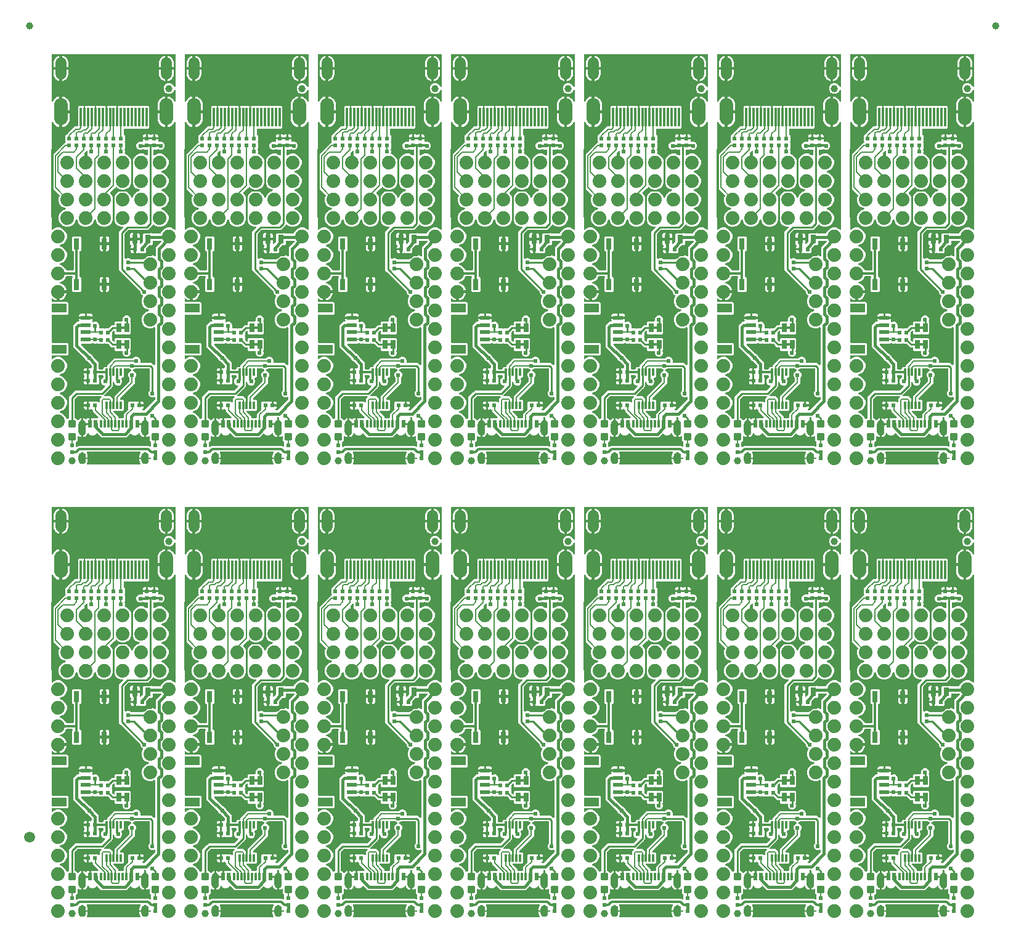
<source format=gtl>
G04 EAGLE Gerber RS-274X export*
G75*
%MOMM*%
%FSLAX34Y34*%
%LPD*%
%INTop Copper*%
%IPPOS*%
%AMOC8*
5,1,8,0,0,1.08239X$1,22.5*%
G01*
%ADD10C,1.000000*%
%ADD11C,1.879600*%
%ADD12R,0.600000X0.600000*%
%ADD13C,0.300000*%
%ADD14R,0.300000X1.000000*%
%ADD15R,0.600000X1.000000*%
%ADD16C,0.704800*%
%ADD17R,0.762000X1.524000*%
%ADD18R,2.000000X1.200000*%
%ADD19R,1.350000X0.600000*%
%ADD20R,0.660400X1.270000*%
%ADD21R,0.300000X2.600000*%
%ADD22C,1.500000*%
%ADD23C,1.875000*%
%ADD24R,0.800000X1.200000*%
%ADD25C,1.500000*%
%ADD26C,0.203200*%
%ADD27C,0.604800*%
%ADD28C,0.304800*%
%ADD29C,0.457200*%
%ADD30C,0.254000*%
%ADD31C,0.406400*%

G36*
X677473Y285763D02*
X677473Y285763D01*
X677560Y285766D01*
X677613Y285783D01*
X677668Y285791D01*
X677748Y285826D01*
X677831Y285853D01*
X677870Y285881D01*
X677927Y285907D01*
X678040Y286003D01*
X678104Y286048D01*
X681577Y289521D01*
X685965Y291339D01*
X690715Y291339D01*
X693920Y290011D01*
X694032Y289982D01*
X694141Y289948D01*
X694169Y289947D01*
X694196Y289940D01*
X694310Y289943D01*
X694425Y289940D01*
X694452Y289947D01*
X694480Y289948D01*
X694589Y289983D01*
X694700Y290012D01*
X694724Y290026D01*
X694751Y290035D01*
X694846Y290099D01*
X694945Y290157D01*
X694964Y290178D01*
X694987Y290193D01*
X695061Y290281D01*
X695139Y290365D01*
X695152Y290389D01*
X695170Y290411D01*
X695216Y290515D01*
X695269Y290618D01*
X695273Y290642D01*
X695285Y290670D01*
X695322Y290934D01*
X695324Y290949D01*
X695324Y302376D01*
X702618Y309670D01*
X702636Y309694D01*
X702658Y309713D01*
X702721Y309807D01*
X702789Y309897D01*
X702800Y309925D01*
X702816Y309949D01*
X702850Y310057D01*
X702890Y310163D01*
X702893Y310192D01*
X702902Y310220D01*
X702905Y310334D01*
X702914Y310446D01*
X702908Y310475D01*
X702909Y310504D01*
X702880Y310614D01*
X702858Y310725D01*
X702845Y310751D01*
X702837Y310779D01*
X702779Y310877D01*
X702727Y310977D01*
X702707Y310999D01*
X702692Y311024D01*
X702609Y311101D01*
X702531Y311183D01*
X702506Y311198D01*
X702485Y311218D01*
X702384Y311270D01*
X702286Y311327D01*
X702258Y311334D01*
X702231Y311348D01*
X702154Y311361D01*
X702011Y311397D01*
X701948Y311395D01*
X701900Y311403D01*
X692196Y311403D01*
X692138Y311395D01*
X692080Y311397D01*
X691998Y311375D01*
X691914Y311363D01*
X691861Y311340D01*
X691805Y311325D01*
X691732Y311282D01*
X691655Y311247D01*
X691610Y311209D01*
X691560Y311180D01*
X691502Y311118D01*
X691438Y311064D01*
X691406Y311015D01*
X691366Y310972D01*
X691327Y310897D01*
X691280Y310827D01*
X691263Y310771D01*
X691236Y310719D01*
X691225Y310651D01*
X691195Y310556D01*
X691192Y310456D01*
X691181Y310388D01*
X691181Y306638D01*
X689692Y305149D01*
X686966Y305149D01*
X686879Y305137D01*
X686792Y305134D01*
X686739Y305117D01*
X686684Y305109D01*
X686605Y305074D01*
X686521Y305047D01*
X686482Y305019D01*
X686425Y304993D01*
X686312Y304897D01*
X686248Y304852D01*
X682668Y301272D01*
X682616Y301202D01*
X682556Y301138D01*
X682530Y301089D01*
X682497Y301045D01*
X682466Y300963D01*
X682426Y300885D01*
X682418Y300838D01*
X682396Y300779D01*
X682384Y300632D01*
X682371Y300554D01*
X682371Y295668D01*
X680882Y294179D01*
X672778Y294179D01*
X672499Y294458D01*
X672444Y294499D01*
X672396Y294548D01*
X672331Y294584D01*
X672272Y294629D01*
X672208Y294653D01*
X672148Y294687D01*
X672076Y294704D01*
X672006Y294730D01*
X671938Y294736D01*
X671872Y294751D01*
X671797Y294748D01*
X671723Y294754D01*
X671656Y294740D01*
X671588Y294737D01*
X671529Y294715D01*
X671444Y294698D01*
X671343Y294645D01*
X671273Y294619D01*
X670811Y294352D01*
X670164Y294179D01*
X668329Y294179D01*
X668329Y299236D01*
X668321Y299294D01*
X668323Y299352D01*
X668301Y299434D01*
X668289Y299517D01*
X668266Y299571D01*
X668251Y299627D01*
X668208Y299700D01*
X668199Y299719D01*
X668230Y299765D01*
X668247Y299821D01*
X668274Y299873D01*
X668285Y299941D01*
X668315Y300036D01*
X668318Y300136D01*
X668329Y300204D01*
X668329Y305556D01*
X668382Y305600D01*
X668414Y305649D01*
X668454Y305692D01*
X668493Y305767D01*
X668540Y305837D01*
X668557Y305893D01*
X668584Y305945D01*
X668595Y306013D01*
X668625Y306108D01*
X668628Y306208D01*
X668639Y306276D01*
X668639Y311691D01*
X673181Y311691D01*
X673181Y307888D01*
X673185Y307859D01*
X673182Y307829D01*
X673205Y307718D01*
X673221Y307606D01*
X673233Y307579D01*
X673238Y307551D01*
X673291Y307450D01*
X673337Y307347D01*
X673356Y307324D01*
X673369Y307298D01*
X673447Y307216D01*
X673520Y307130D01*
X673545Y307114D01*
X673565Y307092D01*
X673663Y307035D01*
X673757Y306972D01*
X673785Y306963D01*
X673810Y306949D01*
X673920Y306921D01*
X674028Y306886D01*
X674057Y306886D01*
X674086Y306878D01*
X674199Y306882D01*
X674312Y306879D01*
X674341Y306887D01*
X674370Y306888D01*
X674478Y306922D01*
X674587Y306951D01*
X674613Y306966D01*
X674641Y306975D01*
X674704Y307021D01*
X674832Y307096D01*
X674875Y307142D01*
X674914Y307170D01*
X675128Y307384D01*
X677802Y310058D01*
X677854Y310128D01*
X677914Y310192D01*
X677940Y310241D01*
X677973Y310285D01*
X678004Y310367D01*
X678044Y310445D01*
X678052Y310492D01*
X678074Y310551D01*
X678086Y310698D01*
X678099Y310776D01*
X678099Y320742D01*
X679588Y322231D01*
X689692Y322231D01*
X690569Y321354D01*
X690639Y321302D01*
X690703Y321242D01*
X690752Y321216D01*
X690796Y321183D01*
X690878Y321152D01*
X690956Y321112D01*
X691003Y321104D01*
X691062Y321082D01*
X691210Y321070D01*
X691287Y321057D01*
X701612Y321057D01*
X701614Y321057D01*
X701616Y321057D01*
X701756Y321077D01*
X701894Y321097D01*
X701895Y321097D01*
X701897Y321097D01*
X702023Y321154D01*
X702153Y321213D01*
X702155Y321214D01*
X702156Y321215D01*
X702263Y321306D01*
X702370Y321396D01*
X702371Y321398D01*
X702372Y321399D01*
X702381Y321412D01*
X702528Y321633D01*
X702537Y321662D01*
X702550Y321683D01*
X703619Y324263D01*
X706977Y327621D01*
X711365Y329439D01*
X716115Y329439D01*
X720503Y327621D01*
X721150Y326974D01*
X721174Y326956D01*
X721193Y326934D01*
X721287Y326871D01*
X721377Y326803D01*
X721405Y326792D01*
X721429Y326776D01*
X721537Y326742D01*
X721643Y326702D01*
X721672Y326699D01*
X721700Y326690D01*
X721814Y326687D01*
X721926Y326678D01*
X721955Y326684D01*
X721984Y326683D01*
X722094Y326712D01*
X722205Y326734D01*
X722231Y326748D01*
X722259Y326755D01*
X722357Y326813D01*
X722457Y326865D01*
X722479Y326885D01*
X722504Y326900D01*
X722581Y326983D01*
X722663Y327061D01*
X722678Y327086D01*
X722698Y327107D01*
X722750Y327208D01*
X722807Y327306D01*
X722814Y327334D01*
X722828Y327361D01*
X722841Y327438D01*
X722877Y327582D01*
X722875Y327644D01*
X722883Y327692D01*
X722883Y474006D01*
X722877Y474052D01*
X722879Y474098D01*
X722857Y474192D01*
X722843Y474287D01*
X722825Y474329D01*
X722814Y474375D01*
X722767Y474459D01*
X722727Y474547D01*
X722697Y474582D01*
X722675Y474622D01*
X722606Y474690D01*
X722544Y474764D01*
X722505Y474789D01*
X722472Y474822D01*
X722387Y474868D01*
X722307Y474921D01*
X722263Y474935D01*
X722222Y474957D01*
X722128Y474978D01*
X722036Y475007D01*
X721990Y475008D01*
X721945Y475018D01*
X721848Y475012D01*
X721752Y475014D01*
X721707Y475003D01*
X721661Y475000D01*
X721570Y474967D01*
X721477Y474943D01*
X721437Y474919D01*
X721393Y474903D01*
X721315Y474847D01*
X721232Y474797D01*
X721201Y474764D01*
X721163Y474737D01*
X721118Y474676D01*
X721038Y474590D01*
X721000Y474516D01*
X720963Y474467D01*
X720231Y473030D01*
X719129Y471512D01*
X717803Y470186D01*
X716285Y469084D01*
X714614Y468232D01*
X712830Y467653D01*
X712071Y467532D01*
X712071Y487634D01*
X712063Y487692D01*
X712065Y487750D01*
X712043Y487832D01*
X712031Y487915D01*
X712007Y487969D01*
X711993Y488025D01*
X711950Y488098D01*
X711915Y488175D01*
X711877Y488219D01*
X711847Y488270D01*
X711786Y488327D01*
X711731Y488392D01*
X711683Y488424D01*
X711640Y488464D01*
X711565Y488503D01*
X711495Y488549D01*
X711439Y488567D01*
X711387Y488594D01*
X711319Y488605D01*
X711224Y488635D01*
X711124Y488638D01*
X711056Y488649D01*
X710039Y488649D01*
X710039Y488651D01*
X711056Y488651D01*
X711114Y488659D01*
X711172Y488658D01*
X711254Y488679D01*
X711337Y488691D01*
X711391Y488715D01*
X711447Y488729D01*
X711520Y488772D01*
X711597Y488807D01*
X711642Y488845D01*
X711692Y488875D01*
X711750Y488936D01*
X711814Y488991D01*
X711846Y489039D01*
X711886Y489082D01*
X711925Y489157D01*
X711971Y489227D01*
X711989Y489283D01*
X712016Y489335D01*
X712027Y489403D01*
X712057Y489498D01*
X712060Y489598D01*
X712071Y489666D01*
X712071Y509768D01*
X712830Y509647D01*
X714614Y509068D01*
X716285Y508216D01*
X717803Y507114D01*
X719129Y505788D01*
X720231Y504270D01*
X720963Y502833D01*
X720990Y502795D01*
X721009Y502753D01*
X721071Y502679D01*
X721127Y502600D01*
X721163Y502572D01*
X721193Y502536D01*
X721273Y502483D01*
X721348Y502422D01*
X721391Y502404D01*
X721429Y502379D01*
X721521Y502349D01*
X721610Y502312D01*
X721656Y502307D01*
X721700Y502293D01*
X721797Y502290D01*
X721893Y502279D01*
X721938Y502287D01*
X721984Y502286D01*
X722078Y502310D01*
X722173Y502326D01*
X722215Y502346D01*
X722259Y502357D01*
X722342Y502407D01*
X722430Y502448D01*
X722464Y502479D01*
X722504Y502503D01*
X722570Y502573D01*
X722642Y502637D01*
X722667Y502676D01*
X722698Y502710D01*
X722742Y502796D01*
X722794Y502877D01*
X722807Y502922D01*
X722828Y502963D01*
X722840Y503037D01*
X722873Y503151D01*
X722873Y503234D01*
X722883Y503294D01*
X722883Y517965D01*
X722871Y518050D01*
X722869Y518136D01*
X722851Y518190D01*
X722843Y518246D01*
X722808Y518325D01*
X722782Y518407D01*
X722750Y518454D01*
X722727Y518506D01*
X722672Y518571D01*
X722624Y518643D01*
X722580Y518679D01*
X722544Y518723D01*
X722472Y518771D01*
X722406Y518826D01*
X722354Y518849D01*
X722307Y518880D01*
X722225Y518906D01*
X722146Y518941D01*
X722090Y518949D01*
X722036Y518966D01*
X721950Y518968D01*
X721865Y518980D01*
X721809Y518972D01*
X721752Y518974D01*
X721669Y518952D01*
X721583Y518940D01*
X721532Y518916D01*
X721477Y518902D01*
X721403Y518858D01*
X721324Y518822D01*
X721281Y518786D01*
X721232Y518756D01*
X721173Y518694D01*
X721108Y518638D01*
X721082Y518596D01*
X721038Y518549D01*
X720972Y518420D01*
X720930Y518353D01*
X720133Y516428D01*
X718012Y514307D01*
X715240Y513159D01*
X712240Y513159D01*
X709468Y514307D01*
X707347Y516428D01*
X706199Y519200D01*
X706199Y522200D01*
X707347Y524972D01*
X709468Y527093D01*
X712240Y528241D01*
X715240Y528241D01*
X718012Y527093D01*
X720133Y524972D01*
X720930Y523047D01*
X720974Y522972D01*
X721009Y522894D01*
X721046Y522851D01*
X721075Y522802D01*
X721137Y522743D01*
X721193Y522677D01*
X721240Y522646D01*
X721281Y522607D01*
X721358Y522567D01*
X721429Y522520D01*
X721483Y522502D01*
X721534Y522476D01*
X721618Y522460D01*
X721700Y522434D01*
X721757Y522432D01*
X721813Y522421D01*
X721898Y522429D01*
X721984Y522426D01*
X722039Y522441D01*
X722096Y522446D01*
X722177Y522477D01*
X722259Y522498D01*
X722308Y522527D01*
X722361Y522548D01*
X722430Y522600D01*
X722504Y522644D01*
X722543Y522685D01*
X722588Y522719D01*
X722640Y522788D01*
X722698Y522851D01*
X722724Y522902D01*
X722758Y522947D01*
X722789Y523027D01*
X722828Y523104D01*
X722836Y523153D01*
X722859Y523213D01*
X722870Y523358D01*
X722883Y523435D01*
X722883Y566928D01*
X722875Y566986D01*
X722877Y567044D01*
X722855Y567126D01*
X722843Y567210D01*
X722820Y567263D01*
X722805Y567319D01*
X722762Y567392D01*
X722727Y567469D01*
X722689Y567514D01*
X722660Y567564D01*
X722598Y567622D01*
X722544Y567686D01*
X722495Y567718D01*
X722452Y567758D01*
X722377Y567797D01*
X722307Y567844D01*
X722251Y567861D01*
X722199Y567888D01*
X722131Y567899D01*
X722036Y567929D01*
X721936Y567932D01*
X721868Y567943D01*
X553212Y567943D01*
X553154Y567935D01*
X553096Y567937D01*
X553014Y567915D01*
X552930Y567903D01*
X552877Y567880D01*
X552821Y567865D01*
X552748Y567822D01*
X552671Y567787D01*
X552626Y567749D01*
X552576Y567720D01*
X552518Y567658D01*
X552454Y567604D01*
X552422Y567555D01*
X552382Y567512D01*
X552343Y567437D01*
X552296Y567367D01*
X552279Y567311D01*
X552252Y567259D01*
X552241Y567191D01*
X552211Y567096D01*
X552208Y566996D01*
X552197Y566928D01*
X552197Y503294D01*
X552203Y503248D01*
X552201Y503202D01*
X552223Y503108D01*
X552237Y503013D01*
X552255Y502971D01*
X552266Y502925D01*
X552313Y502841D01*
X552353Y502753D01*
X552383Y502718D01*
X552405Y502678D01*
X552474Y502610D01*
X552536Y502536D01*
X552575Y502511D01*
X552608Y502478D01*
X552693Y502432D01*
X552773Y502379D01*
X552817Y502365D01*
X552858Y502343D01*
X552952Y502322D01*
X553044Y502293D01*
X553090Y502292D01*
X553135Y502282D01*
X553232Y502288D01*
X553328Y502286D01*
X553373Y502297D01*
X553419Y502300D01*
X553510Y502333D01*
X553603Y502357D01*
X553643Y502381D01*
X553687Y502397D01*
X553765Y502453D01*
X553848Y502503D01*
X553879Y502536D01*
X553917Y502563D01*
X553962Y502624D01*
X554042Y502710D01*
X554080Y502784D01*
X554117Y502833D01*
X554849Y504270D01*
X555951Y505788D01*
X557277Y507114D01*
X558795Y508216D01*
X560466Y509068D01*
X562250Y509647D01*
X563009Y509768D01*
X563009Y489666D01*
X563017Y489608D01*
X563015Y489550D01*
X563037Y489468D01*
X563049Y489385D01*
X563073Y489331D01*
X563087Y489275D01*
X563130Y489202D01*
X563165Y489125D01*
X563203Y489081D01*
X563233Y489030D01*
X563294Y488973D01*
X563349Y488908D01*
X563397Y488876D01*
X563440Y488836D01*
X563515Y488797D01*
X563585Y488751D01*
X563641Y488733D01*
X563693Y488706D01*
X563761Y488695D01*
X563856Y488665D01*
X563956Y488662D01*
X564024Y488651D01*
X565041Y488651D01*
X565041Y488649D01*
X564024Y488649D01*
X563966Y488641D01*
X563908Y488642D01*
X563826Y488621D01*
X563743Y488609D01*
X563689Y488585D01*
X563633Y488571D01*
X563560Y488528D01*
X563483Y488493D01*
X563438Y488455D01*
X563388Y488425D01*
X563330Y488364D01*
X563266Y488309D01*
X563234Y488261D01*
X563194Y488218D01*
X563155Y488143D01*
X563109Y488073D01*
X563091Y488017D01*
X563064Y487965D01*
X563053Y487897D01*
X563023Y487802D01*
X563020Y487702D01*
X563009Y487634D01*
X563009Y467532D01*
X562250Y467653D01*
X560466Y468232D01*
X558795Y469084D01*
X557277Y470186D01*
X555951Y471512D01*
X554849Y473030D01*
X554117Y474467D01*
X554090Y474505D01*
X554071Y474547D01*
X554009Y474621D01*
X553953Y474700D01*
X553917Y474728D01*
X553887Y474764D01*
X553807Y474817D01*
X553732Y474878D01*
X553689Y474896D01*
X553651Y474921D01*
X553559Y474951D01*
X553470Y474988D01*
X553424Y474993D01*
X553380Y475007D01*
X553283Y475010D01*
X553187Y475021D01*
X553142Y475013D01*
X553096Y475014D01*
X553002Y474990D01*
X552907Y474974D01*
X552865Y474954D01*
X552821Y474943D01*
X552738Y474893D01*
X552650Y474852D01*
X552616Y474821D01*
X552576Y474797D01*
X552510Y474727D01*
X552438Y474663D01*
X552413Y474624D01*
X552382Y474590D01*
X552338Y474504D01*
X552286Y474423D01*
X552273Y474378D01*
X552252Y474337D01*
X552240Y474263D01*
X552207Y474149D01*
X552207Y474066D01*
X552197Y474006D01*
X552197Y430218D01*
X552201Y430189D01*
X552198Y430159D01*
X552221Y430048D01*
X552237Y429936D01*
X552249Y429910D01*
X552254Y429881D01*
X552307Y429780D01*
X552353Y429677D01*
X552372Y429654D01*
X552385Y429628D01*
X552463Y429546D01*
X552536Y429460D01*
X552561Y429444D01*
X552581Y429422D01*
X552679Y429365D01*
X552773Y429302D01*
X552801Y429293D01*
X552826Y429279D01*
X552936Y429251D01*
X553044Y429216D01*
X553074Y429216D01*
X553102Y429208D01*
X553215Y429212D01*
X553328Y429209D01*
X553357Y429217D01*
X553386Y429218D01*
X553494Y429252D01*
X553603Y429281D01*
X553629Y429296D01*
X553657Y429305D01*
X553720Y429351D01*
X553848Y429426D01*
X553891Y429472D01*
X553930Y429500D01*
X556354Y431924D01*
X570027Y445597D01*
X570123Y445597D01*
X570210Y445609D01*
X570297Y445612D01*
X570350Y445629D01*
X570405Y445637D01*
X570484Y445672D01*
X570568Y445699D01*
X570607Y445727D01*
X570664Y445753D01*
X570777Y445849D01*
X570841Y445894D01*
X571269Y446322D01*
X571304Y446369D01*
X571347Y446409D01*
X571389Y446482D01*
X571440Y446549D01*
X571461Y446604D01*
X571490Y446654D01*
X571511Y446736D01*
X571541Y446815D01*
X571546Y446873D01*
X571560Y446930D01*
X571558Y447014D01*
X571565Y447098D01*
X571553Y447156D01*
X571551Y447214D01*
X571525Y447294D01*
X571509Y447377D01*
X571482Y447429D01*
X571464Y447485D01*
X571424Y447541D01*
X571378Y447629D01*
X571309Y447702D01*
X571269Y447758D01*
X571039Y447988D01*
X571039Y456092D01*
X572528Y457581D01*
X572780Y457581D01*
X572867Y457593D01*
X572954Y457596D01*
X573007Y457613D01*
X573062Y457621D01*
X573142Y457656D01*
X573225Y457683D01*
X573264Y457711D01*
X573321Y457737D01*
X573434Y457833D01*
X573498Y457878D01*
X583997Y468377D01*
X587484Y468377D01*
X587542Y468385D01*
X587600Y468383D01*
X587682Y468405D01*
X587766Y468417D01*
X587819Y468440D01*
X587875Y468455D01*
X587948Y468498D01*
X588025Y468533D01*
X588070Y468571D01*
X588120Y468600D01*
X588178Y468662D01*
X588242Y468716D01*
X588274Y468765D01*
X588314Y468808D01*
X588353Y468883D01*
X588400Y468953D01*
X588417Y469009D01*
X588444Y469061D01*
X588455Y469129D01*
X588485Y469224D01*
X588488Y469324D01*
X588499Y469392D01*
X588499Y495102D01*
X589988Y496591D01*
X595408Y496591D01*
X595455Y496581D01*
X595509Y496586D01*
X595582Y496580D01*
X595637Y496591D01*
X596525Y496591D01*
X596525Y495579D01*
X596529Y495549D01*
X596526Y495521D01*
X596538Y495464D01*
X596540Y495405D01*
X596557Y495352D01*
X596564Y495298D01*
X596577Y495270D01*
X596582Y495242D01*
X596609Y495191D01*
X596627Y495135D01*
X596655Y495095D01*
X596681Y495038D01*
X596700Y495016D01*
X596713Y494990D01*
X596782Y494917D01*
X596822Y494861D01*
X596845Y494844D01*
X596864Y494821D01*
X596889Y494805D01*
X596909Y494783D01*
X596982Y494741D01*
X597049Y494690D01*
X597077Y494680D01*
X597101Y494664D01*
X597129Y494655D01*
X597154Y494640D01*
X597236Y494619D01*
X597315Y494589D01*
X597345Y494586D01*
X597372Y494578D01*
X597401Y494577D01*
X597430Y494570D01*
X597514Y494572D01*
X597598Y494565D01*
X597628Y494571D01*
X597656Y494571D01*
X597684Y494578D01*
X597714Y494579D01*
X597794Y494605D01*
X597877Y494621D01*
X597904Y494635D01*
X597932Y494642D01*
X597956Y494657D01*
X597985Y494666D01*
X598041Y494706D01*
X598129Y494752D01*
X598151Y494773D01*
X598176Y494788D01*
X598219Y494833D01*
X598258Y494861D01*
X598293Y494908D01*
X598335Y494948D01*
X598350Y494973D01*
X598370Y494995D01*
X598396Y495044D01*
X598429Y495088D01*
X598450Y495143D01*
X598479Y495193D01*
X598486Y495221D01*
X598500Y495248D01*
X598508Y495296D01*
X598530Y495354D01*
X598535Y495413D01*
X598549Y495469D01*
X598547Y495531D01*
X598555Y495579D01*
X598555Y496591D01*
X599420Y496591D01*
X599446Y496584D01*
X599510Y496586D01*
X599574Y496578D01*
X599650Y496591D01*
X610408Y496591D01*
X610455Y496581D01*
X610509Y496586D01*
X610582Y496580D01*
X610637Y496591D01*
X611525Y496591D01*
X611525Y495579D01*
X611529Y495549D01*
X611526Y495521D01*
X611529Y495509D01*
X611528Y495496D01*
X611550Y495398D01*
X611564Y495298D01*
X611577Y495270D01*
X611582Y495242D01*
X611588Y495231D01*
X611591Y495219D01*
X611623Y495164D01*
X611634Y495142D01*
X611681Y495038D01*
X611700Y495016D01*
X611713Y494990D01*
X611743Y494959D01*
X611760Y494929D01*
X611816Y494878D01*
X611864Y494821D01*
X611889Y494805D01*
X611909Y494783D01*
X611942Y494764D01*
X611971Y494738D01*
X612039Y494705D01*
X612101Y494664D01*
X612129Y494655D01*
X612154Y494640D01*
X612192Y494630D01*
X612226Y494613D01*
X612301Y494600D01*
X612372Y494578D01*
X612401Y494577D01*
X612430Y494570D01*
X612468Y494571D01*
X612506Y494564D01*
X612582Y494572D01*
X612656Y494571D01*
X612684Y494578D01*
X612714Y494579D01*
X612751Y494591D01*
X612789Y494595D01*
X612859Y494623D01*
X612932Y494642D01*
X612956Y494657D01*
X612985Y494666D01*
X613012Y494686D01*
X613052Y494702D01*
X613111Y494749D01*
X613176Y494788D01*
X613219Y494833D01*
X613258Y494861D01*
X613265Y494871D01*
X613275Y494879D01*
X613319Y494940D01*
X613370Y494995D01*
X613396Y495044D01*
X613429Y495088D01*
X613433Y495100D01*
X613440Y495110D01*
X613465Y495180D01*
X613500Y495248D01*
X613508Y495296D01*
X613530Y495354D01*
X613531Y495367D01*
X613535Y495378D01*
X613542Y495502D01*
X613555Y495579D01*
X613555Y496591D01*
X614420Y496591D01*
X614446Y496584D01*
X614510Y496586D01*
X614574Y496578D01*
X614650Y496591D01*
X625408Y496591D01*
X625455Y496581D01*
X625509Y496586D01*
X625582Y496580D01*
X625637Y496591D01*
X626525Y496591D01*
X626525Y495579D01*
X626529Y495549D01*
X626526Y495521D01*
X626529Y495509D01*
X626528Y495496D01*
X626550Y495398D01*
X626564Y495298D01*
X626577Y495270D01*
X626582Y495242D01*
X626588Y495231D01*
X626591Y495219D01*
X626623Y495164D01*
X626634Y495142D01*
X626681Y495038D01*
X626700Y495016D01*
X626713Y494990D01*
X626743Y494959D01*
X626760Y494929D01*
X626816Y494878D01*
X626864Y494821D01*
X626889Y494805D01*
X626909Y494783D01*
X626942Y494764D01*
X626971Y494738D01*
X627039Y494705D01*
X627101Y494664D01*
X627129Y494655D01*
X627154Y494640D01*
X627192Y494630D01*
X627226Y494613D01*
X627301Y494600D01*
X627372Y494578D01*
X627401Y494577D01*
X627430Y494570D01*
X627468Y494571D01*
X627506Y494564D01*
X627582Y494572D01*
X627656Y494571D01*
X627684Y494578D01*
X627714Y494579D01*
X627751Y494591D01*
X627789Y494595D01*
X627859Y494623D01*
X627932Y494642D01*
X627956Y494657D01*
X627985Y494666D01*
X628012Y494686D01*
X628052Y494702D01*
X628111Y494749D01*
X628176Y494788D01*
X628219Y494833D01*
X628258Y494861D01*
X628265Y494871D01*
X628275Y494879D01*
X628319Y494940D01*
X628370Y494995D01*
X628396Y495044D01*
X628429Y495088D01*
X628433Y495100D01*
X628440Y495110D01*
X628465Y495180D01*
X628500Y495248D01*
X628508Y495296D01*
X628530Y495354D01*
X628531Y495367D01*
X628535Y495378D01*
X628542Y495502D01*
X628555Y495579D01*
X628555Y496591D01*
X629420Y496591D01*
X629446Y496584D01*
X629510Y496586D01*
X629574Y496578D01*
X629650Y496591D01*
X640408Y496591D01*
X640455Y496581D01*
X640509Y496586D01*
X640582Y496580D01*
X640637Y496591D01*
X641525Y496591D01*
X641525Y495579D01*
X641529Y495549D01*
X641526Y495521D01*
X641529Y495509D01*
X641528Y495496D01*
X641550Y495398D01*
X641564Y495298D01*
X641577Y495270D01*
X641582Y495242D01*
X641588Y495231D01*
X641591Y495219D01*
X641623Y495164D01*
X641634Y495142D01*
X641681Y495038D01*
X641700Y495016D01*
X641713Y494990D01*
X641743Y494959D01*
X641760Y494929D01*
X641816Y494878D01*
X641864Y494821D01*
X641889Y494805D01*
X641909Y494783D01*
X641942Y494764D01*
X641971Y494738D01*
X642039Y494705D01*
X642101Y494664D01*
X642129Y494655D01*
X642154Y494640D01*
X642192Y494630D01*
X642226Y494613D01*
X642301Y494600D01*
X642372Y494578D01*
X642401Y494577D01*
X642430Y494570D01*
X642468Y494571D01*
X642506Y494564D01*
X642582Y494572D01*
X642656Y494571D01*
X642684Y494578D01*
X642714Y494579D01*
X642751Y494591D01*
X642789Y494595D01*
X642859Y494623D01*
X642932Y494642D01*
X642956Y494657D01*
X642985Y494666D01*
X643012Y494686D01*
X643052Y494702D01*
X643111Y494749D01*
X643176Y494788D01*
X643219Y494833D01*
X643258Y494861D01*
X643265Y494871D01*
X643275Y494879D01*
X643319Y494940D01*
X643370Y494995D01*
X643396Y495044D01*
X643429Y495088D01*
X643433Y495100D01*
X643440Y495110D01*
X643465Y495180D01*
X643500Y495248D01*
X643508Y495296D01*
X643530Y495354D01*
X643531Y495367D01*
X643535Y495378D01*
X643542Y495502D01*
X643555Y495579D01*
X643555Y496591D01*
X644420Y496591D01*
X644446Y496584D01*
X644510Y496586D01*
X644574Y496578D01*
X644650Y496591D01*
X685092Y496591D01*
X686581Y495102D01*
X686581Y466998D01*
X685092Y465509D01*
X652272Y465509D01*
X652214Y465501D01*
X652156Y465503D01*
X652074Y465481D01*
X651990Y465469D01*
X651937Y465446D01*
X651881Y465431D01*
X651808Y465388D01*
X651731Y465353D01*
X651686Y465315D01*
X651636Y465286D01*
X651578Y465224D01*
X651514Y465170D01*
X651482Y465121D01*
X651442Y465078D01*
X651403Y465003D01*
X651356Y464933D01*
X651339Y464877D01*
X651312Y464825D01*
X651301Y464757D01*
X651271Y464662D01*
X651268Y464562D01*
X651257Y464494D01*
X651257Y458497D01*
X651269Y458410D01*
X651272Y458323D01*
X651289Y458270D01*
X651297Y458215D01*
X651332Y458136D01*
X651359Y458052D01*
X651387Y458013D01*
X651413Y457956D01*
X651509Y457843D01*
X651554Y457779D01*
X653241Y456092D01*
X653241Y447988D01*
X653011Y447758D01*
X652976Y447711D01*
X652933Y447671D01*
X652891Y447598D01*
X652840Y447531D01*
X652819Y447476D01*
X652790Y447426D01*
X652769Y447344D01*
X652739Y447265D01*
X652734Y447207D01*
X652720Y447150D01*
X652722Y447066D01*
X652715Y446982D01*
X652727Y446924D01*
X652729Y446866D01*
X652755Y446786D01*
X652771Y446703D01*
X652798Y446651D01*
X652816Y446595D01*
X652856Y446539D01*
X652902Y446451D01*
X652971Y446378D01*
X653011Y446322D01*
X653241Y446092D01*
X653241Y437988D01*
X652993Y437740D01*
X652992Y437739D01*
X652991Y437738D01*
X652906Y437624D01*
X652822Y437513D01*
X652822Y437511D01*
X652821Y437510D01*
X652770Y437375D01*
X652721Y437247D01*
X652721Y437246D01*
X652720Y437244D01*
X652709Y437100D01*
X652698Y436964D01*
X652698Y436962D01*
X652698Y436961D01*
X652701Y436945D01*
X652753Y436685D01*
X652768Y436658D01*
X652773Y436634D01*
X653265Y435447D01*
X653265Y433233D01*
X652782Y432068D01*
X652768Y432012D01*
X652744Y431958D01*
X652732Y431875D01*
X652711Y431793D01*
X652713Y431735D01*
X652705Y431677D01*
X652717Y431593D01*
X652719Y431509D01*
X652737Y431453D01*
X652746Y431395D01*
X652780Y431318D01*
X652806Y431238D01*
X652839Y431189D01*
X652863Y431136D01*
X652918Y431072D01*
X652964Y431002D01*
X653009Y430964D01*
X653047Y430920D01*
X653106Y430883D01*
X653182Y430819D01*
X653273Y430778D01*
X653332Y430742D01*
X657003Y429221D01*
X660361Y425863D01*
X662002Y421901D01*
X662017Y421876D01*
X662026Y421848D01*
X662089Y421754D01*
X662147Y421657D01*
X662168Y421636D01*
X662184Y421612D01*
X662271Y421539D01*
X662353Y421461D01*
X662379Y421448D01*
X662402Y421429D01*
X662505Y421383D01*
X662606Y421331D01*
X662635Y421325D01*
X662662Y421314D01*
X662774Y421298D01*
X662885Y421276D01*
X662914Y421279D01*
X662943Y421275D01*
X663055Y421291D01*
X663168Y421301D01*
X663195Y421311D01*
X663225Y421315D01*
X663328Y421362D01*
X663433Y421403D01*
X663457Y421420D01*
X663484Y421432D01*
X663570Y421506D01*
X663660Y421574D01*
X663678Y421598D01*
X663700Y421617D01*
X663742Y421683D01*
X663830Y421802D01*
X663852Y421860D01*
X663878Y421901D01*
X665519Y425863D01*
X668877Y429221D01*
X673265Y431039D01*
X678015Y431039D01*
X682403Y429221D01*
X682796Y428828D01*
X682820Y428810D01*
X682839Y428788D01*
X682933Y428725D01*
X683023Y428657D01*
X683051Y428646D01*
X683075Y428630D01*
X683183Y428596D01*
X683289Y428556D01*
X683318Y428553D01*
X683346Y428544D01*
X683459Y428541D01*
X683572Y428532D01*
X683601Y428538D01*
X683630Y428537D01*
X683740Y428566D01*
X683851Y428588D01*
X683877Y428602D01*
X683905Y428609D01*
X684003Y428667D01*
X684103Y428719D01*
X684125Y428739D01*
X684150Y428754D01*
X684227Y428837D01*
X684309Y428915D01*
X684324Y428940D01*
X684344Y428961D01*
X684396Y429062D01*
X684453Y429160D01*
X684460Y429189D01*
X684474Y429215D01*
X684487Y429292D01*
X684523Y429436D01*
X684521Y429498D01*
X684529Y429546D01*
X684529Y435484D01*
X684521Y435542D01*
X684523Y435600D01*
X684501Y435682D01*
X684489Y435766D01*
X684466Y435819D01*
X684451Y435875D01*
X684408Y435948D01*
X684373Y436025D01*
X684335Y436070D01*
X684306Y436120D01*
X684244Y436178D01*
X684190Y436242D01*
X684141Y436274D01*
X684098Y436314D01*
X684023Y436353D01*
X683953Y436400D01*
X683897Y436417D01*
X683845Y436444D01*
X683777Y436455D01*
X683682Y436485D01*
X683582Y436488D01*
X683514Y436499D01*
X679208Y436499D01*
X678668Y437039D01*
X678667Y437040D01*
X678666Y437041D01*
X678548Y437129D01*
X678441Y437210D01*
X678439Y437210D01*
X678438Y437211D01*
X678305Y437262D01*
X678175Y437311D01*
X678174Y437311D01*
X678172Y437312D01*
X678028Y437323D01*
X677892Y437334D01*
X677890Y437334D01*
X677889Y437334D01*
X677873Y437331D01*
X677613Y437279D01*
X677586Y437264D01*
X677562Y437259D01*
X675477Y436395D01*
X673263Y436395D01*
X671218Y437242D01*
X669652Y438808D01*
X668805Y440853D01*
X668805Y443067D01*
X669652Y445112D01*
X671218Y446678D01*
X673263Y447525D01*
X675477Y447525D01*
X676453Y447120D01*
X676555Y447094D01*
X676655Y447060D01*
X676692Y447059D01*
X676728Y447049D01*
X676834Y447052D01*
X676939Y447048D01*
X676975Y447057D01*
X677013Y447058D01*
X677113Y447090D01*
X677215Y447114D01*
X677248Y447133D01*
X677283Y447144D01*
X677371Y447203D01*
X677462Y447255D01*
X677488Y447282D01*
X677519Y447302D01*
X677587Y447383D01*
X677661Y447458D01*
X677678Y447491D01*
X677702Y447520D01*
X677745Y447616D01*
X677795Y447709D01*
X677803Y447746D01*
X677818Y447780D01*
X677832Y447884D01*
X677854Y447987D01*
X677851Y448020D01*
X677857Y448061D01*
X677828Y448260D01*
X677822Y448321D01*
X677719Y448706D01*
X677719Y450541D01*
X682776Y450541D01*
X682834Y450549D01*
X682892Y450547D01*
X682974Y450569D01*
X683057Y450581D01*
X683111Y450604D01*
X683167Y450619D01*
X683240Y450662D01*
X683259Y450671D01*
X683305Y450640D01*
X683361Y450623D01*
X683413Y450596D01*
X683481Y450585D01*
X683576Y450555D01*
X683676Y450552D01*
X683744Y450541D01*
X692936Y450541D01*
X692994Y450549D01*
X693052Y450547D01*
X693134Y450569D01*
X693217Y450581D01*
X693271Y450604D01*
X693327Y450619D01*
X693400Y450662D01*
X693419Y450671D01*
X693465Y450640D01*
X693521Y450623D01*
X693573Y450596D01*
X693641Y450585D01*
X693736Y450555D01*
X693836Y450552D01*
X693904Y450541D01*
X698961Y450541D01*
X698961Y448706D01*
X698858Y448321D01*
X698845Y448217D01*
X698825Y448113D01*
X698828Y448076D01*
X698823Y448039D01*
X698840Y447935D01*
X698849Y447830D01*
X698863Y447795D01*
X698869Y447758D01*
X698913Y447663D01*
X698951Y447565D01*
X698974Y447535D01*
X698990Y447501D01*
X699059Y447422D01*
X699123Y447338D01*
X699153Y447316D01*
X699178Y447288D01*
X699266Y447231D01*
X699350Y447168D01*
X699386Y447155D01*
X699417Y447135D01*
X699518Y447105D01*
X699616Y447068D01*
X699654Y447065D01*
X699690Y447054D01*
X699795Y447053D01*
X699900Y447045D01*
X699932Y447052D01*
X699974Y447052D01*
X700168Y447107D01*
X700227Y447120D01*
X701203Y447525D01*
X703417Y447525D01*
X705462Y446678D01*
X707028Y445112D01*
X707875Y443067D01*
X707875Y440853D01*
X707028Y438808D01*
X705462Y437242D01*
X703417Y436395D01*
X701203Y436395D01*
X699118Y437259D01*
X699117Y437259D01*
X699115Y437260D01*
X698982Y437294D01*
X698843Y437330D01*
X698841Y437330D01*
X698840Y437330D01*
X698699Y437326D01*
X698559Y437322D01*
X698557Y437321D01*
X698556Y437321D01*
X698423Y437278D01*
X698288Y437235D01*
X698287Y437234D01*
X698285Y437234D01*
X698273Y437225D01*
X698052Y437077D01*
X698032Y437053D01*
X698012Y437039D01*
X697472Y436499D01*
X693166Y436499D01*
X693108Y436491D01*
X693050Y436493D01*
X692968Y436471D01*
X692884Y436459D01*
X692831Y436436D01*
X692775Y436421D01*
X692702Y436378D01*
X692625Y436343D01*
X692580Y436305D01*
X692530Y436276D01*
X692472Y436214D01*
X692408Y436160D01*
X692376Y436111D01*
X692336Y436068D01*
X692297Y435993D01*
X692250Y435923D01*
X692233Y435867D01*
X692206Y435815D01*
X692195Y435747D01*
X692165Y435652D01*
X692162Y435552D01*
X692151Y435484D01*
X692151Y429546D01*
X692155Y429517D01*
X692152Y429487D01*
X692175Y429376D01*
X692191Y429264D01*
X692203Y429237D01*
X692208Y429209D01*
X692261Y429108D01*
X692307Y429005D01*
X692326Y428982D01*
X692339Y428956D01*
X692417Y428874D01*
X692490Y428788D01*
X692515Y428772D01*
X692535Y428750D01*
X692633Y428693D01*
X692727Y428630D01*
X692755Y428621D01*
X692780Y428606D01*
X692890Y428579D01*
X692998Y428544D01*
X693028Y428544D01*
X693056Y428536D01*
X693169Y428540D01*
X693282Y428537D01*
X693311Y428545D01*
X693340Y428545D01*
X693448Y428580D01*
X693557Y428609D01*
X693583Y428624D01*
X693611Y428633D01*
X693675Y428679D01*
X693802Y428754D01*
X693845Y428800D01*
X693884Y428828D01*
X694277Y429221D01*
X698665Y431039D01*
X703415Y431039D01*
X707803Y429221D01*
X711161Y425863D01*
X712979Y421475D01*
X712979Y416725D01*
X711161Y412337D01*
X707803Y408979D01*
X703841Y407338D01*
X703816Y407323D01*
X703788Y407314D01*
X703694Y407251D01*
X703597Y407193D01*
X703576Y407172D01*
X703552Y407156D01*
X703479Y407069D01*
X703401Y406987D01*
X703388Y406961D01*
X703369Y406938D01*
X703323Y406835D01*
X703271Y406734D01*
X703265Y406705D01*
X703254Y406678D01*
X703238Y406566D01*
X703216Y406455D01*
X703219Y406426D01*
X703215Y406397D01*
X703231Y406285D01*
X703241Y406172D01*
X703251Y406145D01*
X703255Y406116D01*
X703302Y406012D01*
X703343Y405907D01*
X703360Y405883D01*
X703372Y405856D01*
X703446Y405770D01*
X703514Y405680D01*
X703538Y405662D01*
X703557Y405640D01*
X703623Y405598D01*
X703742Y405510D01*
X703800Y405488D01*
X703841Y405462D01*
X707803Y403821D01*
X711161Y400463D01*
X712979Y396075D01*
X712979Y391325D01*
X711161Y386937D01*
X707803Y383579D01*
X703841Y381938D01*
X703816Y381923D01*
X703788Y381914D01*
X703694Y381851D01*
X703597Y381793D01*
X703576Y381772D01*
X703552Y381756D01*
X703479Y381669D01*
X703401Y381587D01*
X703388Y381561D01*
X703369Y381538D01*
X703323Y381435D01*
X703271Y381334D01*
X703265Y381305D01*
X703254Y381278D01*
X703238Y381166D01*
X703216Y381055D01*
X703219Y381026D01*
X703215Y380997D01*
X703231Y380885D01*
X703241Y380772D01*
X703251Y380745D01*
X703255Y380715D01*
X703302Y380612D01*
X703343Y380507D01*
X703360Y380483D01*
X703372Y380456D01*
X703446Y380370D01*
X703514Y380280D01*
X703538Y380262D01*
X703557Y380240D01*
X703623Y380198D01*
X703742Y380110D01*
X703800Y380088D01*
X703841Y380062D01*
X707803Y378421D01*
X711161Y375063D01*
X712979Y370675D01*
X712979Y365925D01*
X711161Y361537D01*
X707803Y358179D01*
X703841Y356538D01*
X703816Y356523D01*
X703788Y356514D01*
X703694Y356451D01*
X703597Y356393D01*
X703576Y356372D01*
X703552Y356356D01*
X703479Y356269D01*
X703401Y356187D01*
X703388Y356161D01*
X703369Y356138D01*
X703323Y356035D01*
X703271Y355934D01*
X703265Y355905D01*
X703254Y355878D01*
X703238Y355766D01*
X703216Y355655D01*
X703219Y355626D01*
X703215Y355597D01*
X703231Y355485D01*
X703241Y355372D01*
X703251Y355345D01*
X703255Y355315D01*
X703302Y355212D01*
X703343Y355107D01*
X703360Y355083D01*
X703372Y355056D01*
X703446Y354970D01*
X703514Y354880D01*
X703538Y354862D01*
X703557Y354840D01*
X703623Y354798D01*
X703742Y354710D01*
X703800Y354688D01*
X703841Y354662D01*
X707803Y353021D01*
X711161Y349663D01*
X712979Y345275D01*
X712979Y340525D01*
X711161Y336137D01*
X707803Y332779D01*
X703415Y330961D01*
X698665Y330961D01*
X694277Y332779D01*
X693471Y333586D01*
X693424Y333621D01*
X693384Y333663D01*
X693311Y333706D01*
X693243Y333756D01*
X693189Y333777D01*
X693138Y333807D01*
X693057Y333828D01*
X692978Y333858D01*
X692919Y333863D01*
X692863Y333877D01*
X692778Y333874D01*
X692694Y333881D01*
X692637Y333870D01*
X692579Y333868D01*
X692498Y333842D01*
X692416Y333825D01*
X692364Y333798D01*
X692308Y333780D01*
X692252Y333740D01*
X692163Y333694D01*
X692091Y333626D01*
X692035Y333586D01*
X684838Y326389D01*
X658589Y326389D01*
X658502Y326377D01*
X658415Y326374D01*
X658362Y326357D01*
X658307Y326349D01*
X658228Y326314D01*
X658144Y326287D01*
X658105Y326259D01*
X658048Y326233D01*
X657935Y326137D01*
X657871Y326092D01*
X653078Y321299D01*
X653026Y321229D01*
X652966Y321165D01*
X652940Y321116D01*
X652907Y321072D01*
X652876Y320990D01*
X652836Y320912D01*
X652828Y320865D01*
X652806Y320806D01*
X652794Y320658D01*
X652781Y320581D01*
X652781Y287579D01*
X652797Y287465D01*
X652807Y287351D01*
X652817Y287325D01*
X652821Y287298D01*
X652868Y287193D01*
X652909Y287086D01*
X652925Y287064D01*
X652937Y287038D01*
X653011Y286951D01*
X653080Y286859D01*
X653103Y286842D01*
X653120Y286821D01*
X653216Y286758D01*
X653308Y286689D01*
X653334Y286679D01*
X653357Y286664D01*
X653467Y286629D01*
X653574Y286589D01*
X653602Y286586D01*
X653628Y286578D01*
X653743Y286575D01*
X653857Y286566D01*
X653882Y286571D01*
X653912Y286571D01*
X654169Y286638D01*
X654185Y286641D01*
X656269Y287505D01*
X658483Y287505D01*
X660528Y286658D01*
X661138Y286048D01*
X661207Y285996D01*
X661271Y285936D01*
X661321Y285910D01*
X661365Y285877D01*
X661447Y285846D01*
X661524Y285806D01*
X661572Y285798D01*
X661630Y285776D01*
X661778Y285764D01*
X661856Y285751D01*
X677386Y285751D01*
X677473Y285763D01*
G37*
G36*
X311713Y908063D02*
X311713Y908063D01*
X311800Y908066D01*
X311853Y908083D01*
X311908Y908091D01*
X311988Y908126D01*
X312071Y908153D01*
X312110Y908181D01*
X312167Y908207D01*
X312280Y908303D01*
X312344Y908348D01*
X315817Y911821D01*
X320205Y913639D01*
X324955Y913639D01*
X328160Y912311D01*
X328272Y912282D01*
X328381Y912248D01*
X328409Y912247D01*
X328436Y912240D01*
X328550Y912243D01*
X328665Y912240D01*
X328692Y912247D01*
X328720Y912248D01*
X328829Y912283D01*
X328940Y912312D01*
X328964Y912326D01*
X328991Y912335D01*
X329086Y912399D01*
X329185Y912457D01*
X329204Y912478D01*
X329227Y912493D01*
X329301Y912581D01*
X329379Y912665D01*
X329392Y912689D01*
X329410Y912711D01*
X329456Y912815D01*
X329509Y912918D01*
X329513Y912942D01*
X329525Y912970D01*
X329562Y913234D01*
X329564Y913249D01*
X329564Y924676D01*
X336858Y931970D01*
X336876Y931994D01*
X336898Y932013D01*
X336961Y932107D01*
X337029Y932197D01*
X337040Y932225D01*
X337056Y932249D01*
X337090Y932357D01*
X337130Y932463D01*
X337133Y932492D01*
X337142Y932520D01*
X337145Y932634D01*
X337154Y932746D01*
X337148Y932775D01*
X337149Y932804D01*
X337120Y932914D01*
X337098Y933025D01*
X337085Y933051D01*
X337077Y933079D01*
X337019Y933177D01*
X336967Y933277D01*
X336947Y933299D01*
X336932Y933324D01*
X336849Y933401D01*
X336771Y933483D01*
X336746Y933498D01*
X336725Y933518D01*
X336624Y933570D01*
X336526Y933627D01*
X336498Y933634D01*
X336471Y933648D01*
X336394Y933661D01*
X336251Y933697D01*
X336188Y933695D01*
X336140Y933703D01*
X326436Y933703D01*
X326378Y933695D01*
X326320Y933697D01*
X326238Y933675D01*
X326154Y933663D01*
X326101Y933640D01*
X326045Y933625D01*
X325972Y933582D01*
X325895Y933547D01*
X325850Y933509D01*
X325800Y933480D01*
X325742Y933418D01*
X325678Y933364D01*
X325646Y933315D01*
X325606Y933272D01*
X325567Y933197D01*
X325520Y933127D01*
X325503Y933071D01*
X325476Y933019D01*
X325465Y932951D01*
X325435Y932856D01*
X325432Y932756D01*
X325421Y932688D01*
X325421Y928938D01*
X323932Y927449D01*
X321206Y927449D01*
X321119Y927437D01*
X321032Y927434D01*
X320979Y927417D01*
X320924Y927409D01*
X320844Y927374D01*
X320761Y927347D01*
X320722Y927319D01*
X320665Y927293D01*
X320552Y927197D01*
X320488Y927152D01*
X316908Y923572D01*
X316856Y923502D01*
X316796Y923438D01*
X316770Y923389D01*
X316737Y923345D01*
X316706Y923263D01*
X316666Y923185D01*
X316658Y923138D01*
X316636Y923079D01*
X316624Y922932D01*
X316611Y922854D01*
X316611Y917968D01*
X315122Y916479D01*
X307018Y916479D01*
X306739Y916758D01*
X306684Y916799D01*
X306636Y916848D01*
X306571Y916884D01*
X306512Y916929D01*
X306448Y916953D01*
X306388Y916987D01*
X306316Y917004D01*
X306246Y917030D01*
X306178Y917036D01*
X306112Y917051D01*
X306037Y917048D01*
X305963Y917054D01*
X305896Y917040D01*
X305828Y917037D01*
X305769Y917015D01*
X305684Y916998D01*
X305583Y916945D01*
X305513Y916919D01*
X305051Y916652D01*
X304404Y916479D01*
X302569Y916479D01*
X302569Y921536D01*
X302561Y921594D01*
X302563Y921652D01*
X302541Y921734D01*
X302529Y921817D01*
X302506Y921871D01*
X302491Y921927D01*
X302448Y922000D01*
X302439Y922019D01*
X302470Y922065D01*
X302487Y922121D01*
X302514Y922173D01*
X302525Y922241D01*
X302555Y922336D01*
X302558Y922436D01*
X302569Y922504D01*
X302569Y927856D01*
X302622Y927900D01*
X302654Y927949D01*
X302694Y927992D01*
X302733Y928067D01*
X302780Y928137D01*
X302797Y928193D01*
X302824Y928245D01*
X302835Y928313D01*
X302865Y928408D01*
X302868Y928508D01*
X302879Y928576D01*
X302879Y933991D01*
X307421Y933991D01*
X307421Y930188D01*
X307425Y930159D01*
X307422Y930129D01*
X307445Y930018D01*
X307461Y929906D01*
X307473Y929879D01*
X307478Y929851D01*
X307531Y929750D01*
X307577Y929647D01*
X307596Y929624D01*
X307609Y929598D01*
X307687Y929516D01*
X307760Y929430D01*
X307785Y929414D01*
X307805Y929392D01*
X307903Y929335D01*
X307997Y929272D01*
X308025Y929263D01*
X308050Y929249D01*
X308160Y929221D01*
X308268Y929186D01*
X308297Y929186D01*
X308326Y929178D01*
X308439Y929182D01*
X308552Y929179D01*
X308581Y929187D01*
X308610Y929188D01*
X308718Y929222D01*
X308827Y929251D01*
X308853Y929266D01*
X308881Y929275D01*
X308944Y929321D01*
X309072Y929396D01*
X309115Y929442D01*
X309154Y929470D01*
X309368Y929684D01*
X312042Y932358D01*
X312094Y932428D01*
X312154Y932492D01*
X312180Y932541D01*
X312213Y932585D01*
X312244Y932667D01*
X312284Y932745D01*
X312292Y932792D01*
X312314Y932851D01*
X312326Y932998D01*
X312339Y933076D01*
X312339Y943042D01*
X313828Y944531D01*
X323932Y944531D01*
X324809Y943654D01*
X324879Y943602D01*
X324943Y943542D01*
X324992Y943516D01*
X325036Y943483D01*
X325118Y943452D01*
X325196Y943412D01*
X325243Y943404D01*
X325302Y943382D01*
X325450Y943370D01*
X325527Y943357D01*
X335852Y943357D01*
X335854Y943357D01*
X335856Y943357D01*
X335996Y943377D01*
X336134Y943397D01*
X336135Y943397D01*
X336137Y943397D01*
X336263Y943454D01*
X336393Y943513D01*
X336395Y943514D01*
X336396Y943515D01*
X336503Y943606D01*
X336610Y943696D01*
X336611Y943698D01*
X336612Y943699D01*
X336621Y943712D01*
X336768Y943933D01*
X336777Y943962D01*
X336790Y943983D01*
X337859Y946563D01*
X341217Y949921D01*
X345605Y951739D01*
X350355Y951739D01*
X354743Y949921D01*
X355390Y949274D01*
X355414Y949256D01*
X355433Y949234D01*
X355527Y949171D01*
X355617Y949103D01*
X355645Y949092D01*
X355669Y949076D01*
X355777Y949042D01*
X355883Y949002D01*
X355912Y948999D01*
X355940Y948990D01*
X356054Y948987D01*
X356166Y948978D01*
X356195Y948984D01*
X356224Y948983D01*
X356334Y949012D01*
X356445Y949034D01*
X356471Y949048D01*
X356499Y949055D01*
X356597Y949113D01*
X356697Y949165D01*
X356719Y949185D01*
X356744Y949200D01*
X356821Y949283D01*
X356903Y949361D01*
X356918Y949386D01*
X356938Y949407D01*
X356990Y949508D01*
X357047Y949606D01*
X357054Y949634D01*
X357068Y949661D01*
X357081Y949738D01*
X357117Y949882D01*
X357115Y949944D01*
X357123Y949992D01*
X357123Y1096306D01*
X357117Y1096352D01*
X357119Y1096398D01*
X357097Y1096492D01*
X357083Y1096587D01*
X357065Y1096629D01*
X357054Y1096675D01*
X357007Y1096759D01*
X356967Y1096847D01*
X356937Y1096882D01*
X356915Y1096922D01*
X356846Y1096990D01*
X356784Y1097064D01*
X356745Y1097089D01*
X356712Y1097122D01*
X356627Y1097168D01*
X356547Y1097221D01*
X356503Y1097235D01*
X356462Y1097257D01*
X356368Y1097278D01*
X356276Y1097307D01*
X356230Y1097308D01*
X356185Y1097318D01*
X356088Y1097312D01*
X355992Y1097314D01*
X355947Y1097303D01*
X355901Y1097300D01*
X355810Y1097267D01*
X355717Y1097243D01*
X355677Y1097219D01*
X355633Y1097203D01*
X355555Y1097147D01*
X355472Y1097097D01*
X355441Y1097064D01*
X355403Y1097037D01*
X355358Y1096976D01*
X355278Y1096890D01*
X355240Y1096816D01*
X355203Y1096767D01*
X354471Y1095330D01*
X353369Y1093812D01*
X352043Y1092486D01*
X350525Y1091384D01*
X348854Y1090532D01*
X347070Y1089953D01*
X346311Y1089832D01*
X346311Y1109934D01*
X346303Y1109992D01*
X346305Y1110050D01*
X346283Y1110132D01*
X346271Y1110215D01*
X346247Y1110269D01*
X346233Y1110325D01*
X346190Y1110398D01*
X346155Y1110475D01*
X346117Y1110519D01*
X346087Y1110570D01*
X346026Y1110627D01*
X345971Y1110692D01*
X345923Y1110724D01*
X345880Y1110764D01*
X345805Y1110803D01*
X345735Y1110849D01*
X345679Y1110867D01*
X345627Y1110894D01*
X345559Y1110905D01*
X345464Y1110935D01*
X345364Y1110938D01*
X345296Y1110949D01*
X344279Y1110949D01*
X344279Y1110951D01*
X345296Y1110951D01*
X345354Y1110959D01*
X345412Y1110958D01*
X345494Y1110979D01*
X345577Y1110991D01*
X345631Y1111015D01*
X345687Y1111029D01*
X345760Y1111072D01*
X345837Y1111107D01*
X345882Y1111145D01*
X345932Y1111175D01*
X345990Y1111236D01*
X346054Y1111291D01*
X346086Y1111339D01*
X346126Y1111382D01*
X346165Y1111457D01*
X346211Y1111527D01*
X346229Y1111583D01*
X346256Y1111635D01*
X346267Y1111703D01*
X346297Y1111798D01*
X346300Y1111898D01*
X346311Y1111966D01*
X346311Y1132068D01*
X347070Y1131947D01*
X348854Y1131368D01*
X350525Y1130516D01*
X352043Y1129414D01*
X353369Y1128088D01*
X354471Y1126570D01*
X355203Y1125133D01*
X355230Y1125095D01*
X355249Y1125053D01*
X355311Y1124980D01*
X355367Y1124900D01*
X355403Y1124871D01*
X355433Y1124836D01*
X355513Y1124783D01*
X355588Y1124722D01*
X355631Y1124704D01*
X355669Y1124679D01*
X355761Y1124649D01*
X355850Y1124612D01*
X355896Y1124607D01*
X355940Y1124593D01*
X356037Y1124590D01*
X356133Y1124579D01*
X356178Y1124587D01*
X356224Y1124586D01*
X356318Y1124610D01*
X356413Y1124626D01*
X356455Y1124646D01*
X356499Y1124657D01*
X356582Y1124707D01*
X356670Y1124748D01*
X356704Y1124779D01*
X356744Y1124803D01*
X356810Y1124873D01*
X356882Y1124937D01*
X356907Y1124976D01*
X356938Y1125010D01*
X356982Y1125096D01*
X357034Y1125178D01*
X357047Y1125222D01*
X357068Y1125263D01*
X357080Y1125337D01*
X357113Y1125451D01*
X357113Y1125534D01*
X357123Y1125594D01*
X357123Y1140265D01*
X357111Y1140350D01*
X357109Y1140436D01*
X357091Y1140490D01*
X357083Y1140546D01*
X357048Y1140625D01*
X357022Y1140707D01*
X356990Y1140754D01*
X356967Y1140806D01*
X356912Y1140871D01*
X356864Y1140943D01*
X356820Y1140979D01*
X356784Y1141023D01*
X356712Y1141070D01*
X356646Y1141126D01*
X356594Y1141149D01*
X356547Y1141180D01*
X356465Y1141206D01*
X356386Y1141241D01*
X356330Y1141249D01*
X356276Y1141266D01*
X356190Y1141268D01*
X356105Y1141280D01*
X356049Y1141272D01*
X355992Y1141274D01*
X355909Y1141252D01*
X355823Y1141240D01*
X355772Y1141216D01*
X355717Y1141202D01*
X355643Y1141158D01*
X355564Y1141122D01*
X355521Y1141086D01*
X355472Y1141056D01*
X355413Y1140994D01*
X355348Y1140938D01*
X355322Y1140896D01*
X355278Y1140849D01*
X355212Y1140720D01*
X355170Y1140653D01*
X354373Y1138728D01*
X352252Y1136607D01*
X349480Y1135459D01*
X346480Y1135459D01*
X343708Y1136607D01*
X341587Y1138728D01*
X340439Y1141500D01*
X340439Y1144500D01*
X341587Y1147272D01*
X343708Y1149393D01*
X346480Y1150541D01*
X349480Y1150541D01*
X352252Y1149393D01*
X354373Y1147272D01*
X355170Y1145347D01*
X355214Y1145273D01*
X355249Y1145194D01*
X355286Y1145151D01*
X355315Y1145102D01*
X355377Y1145043D01*
X355433Y1144977D01*
X355480Y1144946D01*
X355521Y1144907D01*
X355598Y1144867D01*
X355669Y1144820D01*
X355723Y1144802D01*
X355774Y1144776D01*
X355858Y1144760D01*
X355940Y1144734D01*
X355997Y1144732D01*
X356053Y1144721D01*
X356138Y1144729D01*
X356224Y1144726D01*
X356279Y1144741D01*
X356336Y1144746D01*
X356416Y1144777D01*
X356499Y1144798D01*
X356548Y1144827D01*
X356601Y1144848D01*
X356670Y1144900D01*
X356744Y1144944D01*
X356783Y1144985D01*
X356828Y1145019D01*
X356880Y1145088D01*
X356938Y1145151D01*
X356964Y1145202D01*
X356998Y1145247D01*
X357029Y1145327D01*
X357068Y1145404D01*
X357076Y1145453D01*
X357099Y1145513D01*
X357110Y1145658D01*
X357123Y1145735D01*
X357123Y1189228D01*
X357115Y1189286D01*
X357117Y1189344D01*
X357095Y1189426D01*
X357083Y1189510D01*
X357060Y1189563D01*
X357045Y1189619D01*
X357002Y1189692D01*
X356967Y1189769D01*
X356929Y1189814D01*
X356900Y1189864D01*
X356838Y1189922D01*
X356784Y1189986D01*
X356735Y1190018D01*
X356692Y1190058D01*
X356617Y1190097D01*
X356547Y1190144D01*
X356491Y1190161D01*
X356439Y1190188D01*
X356371Y1190199D01*
X356276Y1190229D01*
X356176Y1190232D01*
X356108Y1190243D01*
X187452Y1190243D01*
X187394Y1190235D01*
X187336Y1190237D01*
X187254Y1190215D01*
X187170Y1190203D01*
X187117Y1190180D01*
X187061Y1190165D01*
X186988Y1190122D01*
X186911Y1190087D01*
X186866Y1190049D01*
X186816Y1190020D01*
X186758Y1189958D01*
X186694Y1189904D01*
X186662Y1189855D01*
X186622Y1189812D01*
X186583Y1189737D01*
X186536Y1189667D01*
X186519Y1189611D01*
X186492Y1189559D01*
X186481Y1189491D01*
X186451Y1189396D01*
X186448Y1189296D01*
X186437Y1189228D01*
X186437Y1125594D01*
X186443Y1125548D01*
X186441Y1125502D01*
X186463Y1125408D01*
X186477Y1125313D01*
X186495Y1125271D01*
X186506Y1125225D01*
X186553Y1125141D01*
X186593Y1125053D01*
X186623Y1125018D01*
X186645Y1124978D01*
X186714Y1124910D01*
X186776Y1124836D01*
X186815Y1124811D01*
X186848Y1124778D01*
X186933Y1124732D01*
X187013Y1124679D01*
X187057Y1124665D01*
X187098Y1124643D01*
X187192Y1124622D01*
X187284Y1124593D01*
X187330Y1124592D01*
X187375Y1124582D01*
X187472Y1124588D01*
X187568Y1124586D01*
X187613Y1124597D01*
X187659Y1124600D01*
X187750Y1124633D01*
X187843Y1124657D01*
X187883Y1124681D01*
X187927Y1124697D01*
X188005Y1124753D01*
X188088Y1124803D01*
X188119Y1124836D01*
X188157Y1124863D01*
X188202Y1124924D01*
X188282Y1125010D01*
X188320Y1125084D01*
X188357Y1125133D01*
X189089Y1126570D01*
X190191Y1128088D01*
X191517Y1129414D01*
X193035Y1130516D01*
X194706Y1131368D01*
X196490Y1131947D01*
X197249Y1132068D01*
X197249Y1111966D01*
X197257Y1111908D01*
X197255Y1111850D01*
X197277Y1111768D01*
X197289Y1111685D01*
X197313Y1111631D01*
X197327Y1111575D01*
X197370Y1111502D01*
X197405Y1111425D01*
X197443Y1111381D01*
X197473Y1111330D01*
X197534Y1111273D01*
X197589Y1111208D01*
X197637Y1111176D01*
X197680Y1111136D01*
X197755Y1111097D01*
X197825Y1111051D01*
X197881Y1111033D01*
X197933Y1111006D01*
X198001Y1110995D01*
X198096Y1110965D01*
X198196Y1110962D01*
X198264Y1110951D01*
X199281Y1110951D01*
X199281Y1110949D01*
X198264Y1110949D01*
X198206Y1110941D01*
X198148Y1110942D01*
X198066Y1110921D01*
X197983Y1110909D01*
X197929Y1110885D01*
X197873Y1110871D01*
X197800Y1110828D01*
X197723Y1110793D01*
X197678Y1110755D01*
X197628Y1110725D01*
X197570Y1110664D01*
X197506Y1110609D01*
X197474Y1110561D01*
X197434Y1110518D01*
X197395Y1110443D01*
X197349Y1110373D01*
X197331Y1110317D01*
X197304Y1110265D01*
X197293Y1110197D01*
X197263Y1110102D01*
X197260Y1110002D01*
X197249Y1109934D01*
X197249Y1089832D01*
X196490Y1089953D01*
X194706Y1090532D01*
X193035Y1091384D01*
X191517Y1092486D01*
X190191Y1093812D01*
X189089Y1095330D01*
X188357Y1096767D01*
X188330Y1096805D01*
X188311Y1096847D01*
X188249Y1096920D01*
X188193Y1097000D01*
X188157Y1097029D01*
X188127Y1097064D01*
X188047Y1097117D01*
X187972Y1097178D01*
X187929Y1097196D01*
X187891Y1097221D01*
X187799Y1097251D01*
X187710Y1097288D01*
X187664Y1097293D01*
X187620Y1097307D01*
X187523Y1097310D01*
X187427Y1097321D01*
X187382Y1097313D01*
X187336Y1097314D01*
X187242Y1097290D01*
X187147Y1097274D01*
X187105Y1097254D01*
X187061Y1097243D01*
X186978Y1097193D01*
X186890Y1097152D01*
X186856Y1097121D01*
X186816Y1097097D01*
X186750Y1097027D01*
X186678Y1096963D01*
X186653Y1096924D01*
X186622Y1096890D01*
X186578Y1096804D01*
X186526Y1096722D01*
X186513Y1096678D01*
X186492Y1096637D01*
X186480Y1096563D01*
X186447Y1096449D01*
X186447Y1096366D01*
X186437Y1096306D01*
X186437Y1052518D01*
X186441Y1052489D01*
X186438Y1052459D01*
X186461Y1052348D01*
X186477Y1052236D01*
X186489Y1052210D01*
X186494Y1052181D01*
X186547Y1052080D01*
X186593Y1051977D01*
X186612Y1051954D01*
X186625Y1051928D01*
X186703Y1051846D01*
X186776Y1051760D01*
X186801Y1051744D01*
X186821Y1051722D01*
X186919Y1051665D01*
X187013Y1051602D01*
X187041Y1051593D01*
X187066Y1051579D01*
X187176Y1051551D01*
X187284Y1051516D01*
X187314Y1051516D01*
X187342Y1051508D01*
X187455Y1051512D01*
X187568Y1051509D01*
X187597Y1051517D01*
X187626Y1051518D01*
X187734Y1051552D01*
X187843Y1051581D01*
X187869Y1051596D01*
X187897Y1051605D01*
X187960Y1051651D01*
X188088Y1051726D01*
X188131Y1051772D01*
X188170Y1051800D01*
X190594Y1054224D01*
X204267Y1067897D01*
X204363Y1067897D01*
X204450Y1067909D01*
X204537Y1067912D01*
X204590Y1067929D01*
X204645Y1067937D01*
X204724Y1067972D01*
X204808Y1067999D01*
X204847Y1068027D01*
X204904Y1068053D01*
X205017Y1068149D01*
X205081Y1068194D01*
X205509Y1068622D01*
X205544Y1068669D01*
X205587Y1068709D01*
X205629Y1068782D01*
X205680Y1068849D01*
X205701Y1068904D01*
X205730Y1068954D01*
X205751Y1069036D01*
X205781Y1069115D01*
X205786Y1069173D01*
X205800Y1069230D01*
X205798Y1069314D01*
X205805Y1069398D01*
X205793Y1069456D01*
X205791Y1069514D01*
X205765Y1069594D01*
X205749Y1069677D01*
X205722Y1069729D01*
X205704Y1069785D01*
X205664Y1069841D01*
X205618Y1069929D01*
X205549Y1070002D01*
X205509Y1070058D01*
X205279Y1070288D01*
X205279Y1078392D01*
X206768Y1079881D01*
X207020Y1079881D01*
X207107Y1079893D01*
X207194Y1079896D01*
X207247Y1079913D01*
X207302Y1079921D01*
X207382Y1079956D01*
X207465Y1079983D01*
X207504Y1080011D01*
X207561Y1080037D01*
X207674Y1080133D01*
X207738Y1080178D01*
X218237Y1090677D01*
X221724Y1090677D01*
X221782Y1090685D01*
X221840Y1090683D01*
X221922Y1090705D01*
X222006Y1090717D01*
X222059Y1090740D01*
X222115Y1090755D01*
X222188Y1090798D01*
X222265Y1090833D01*
X222310Y1090871D01*
X222360Y1090900D01*
X222418Y1090962D01*
X222482Y1091016D01*
X222514Y1091065D01*
X222554Y1091108D01*
X222593Y1091183D01*
X222640Y1091253D01*
X222657Y1091309D01*
X222684Y1091361D01*
X222695Y1091429D01*
X222725Y1091524D01*
X222728Y1091624D01*
X222739Y1091692D01*
X222739Y1117402D01*
X224228Y1118891D01*
X229648Y1118891D01*
X229695Y1118881D01*
X229749Y1118886D01*
X229822Y1118880D01*
X229877Y1118891D01*
X230765Y1118891D01*
X230765Y1117879D01*
X230769Y1117849D01*
X230766Y1117821D01*
X230769Y1117809D01*
X230768Y1117796D01*
X230790Y1117698D01*
X230804Y1117598D01*
X230817Y1117570D01*
X230822Y1117542D01*
X230828Y1117531D01*
X230831Y1117519D01*
X230863Y1117464D01*
X230874Y1117442D01*
X230921Y1117338D01*
X230940Y1117316D01*
X230953Y1117290D01*
X230983Y1117259D01*
X231000Y1117229D01*
X231056Y1117178D01*
X231104Y1117121D01*
X231129Y1117105D01*
X231149Y1117083D01*
X231182Y1117064D01*
X231211Y1117038D01*
X231279Y1117005D01*
X231341Y1116964D01*
X231369Y1116955D01*
X231394Y1116940D01*
X231432Y1116930D01*
X231466Y1116913D01*
X231541Y1116900D01*
X231612Y1116878D01*
X231641Y1116877D01*
X231670Y1116870D01*
X231708Y1116871D01*
X231746Y1116864D01*
X231822Y1116872D01*
X231896Y1116871D01*
X231924Y1116878D01*
X231954Y1116879D01*
X231991Y1116891D01*
X232029Y1116895D01*
X232099Y1116923D01*
X232172Y1116942D01*
X232196Y1116957D01*
X232225Y1116966D01*
X232252Y1116986D01*
X232292Y1117002D01*
X232351Y1117049D01*
X232416Y1117088D01*
X232459Y1117133D01*
X232498Y1117161D01*
X232505Y1117171D01*
X232515Y1117179D01*
X232559Y1117240D01*
X232610Y1117295D01*
X232636Y1117344D01*
X232669Y1117388D01*
X232673Y1117400D01*
X232680Y1117410D01*
X232705Y1117480D01*
X232740Y1117548D01*
X232748Y1117596D01*
X232770Y1117654D01*
X232771Y1117667D01*
X232775Y1117678D01*
X232782Y1117802D01*
X232795Y1117879D01*
X232795Y1118891D01*
X233660Y1118891D01*
X233686Y1118884D01*
X233750Y1118886D01*
X233814Y1118878D01*
X233890Y1118891D01*
X244648Y1118891D01*
X244695Y1118881D01*
X244749Y1118886D01*
X244822Y1118880D01*
X244877Y1118891D01*
X245765Y1118891D01*
X245765Y1117879D01*
X245769Y1117849D01*
X245766Y1117821D01*
X245769Y1117809D01*
X245768Y1117796D01*
X245790Y1117698D01*
X245804Y1117598D01*
X245817Y1117570D01*
X245822Y1117542D01*
X245828Y1117531D01*
X245831Y1117519D01*
X245863Y1117464D01*
X245874Y1117442D01*
X245921Y1117338D01*
X245940Y1117316D01*
X245953Y1117290D01*
X245983Y1117259D01*
X246000Y1117229D01*
X246056Y1117178D01*
X246104Y1117121D01*
X246129Y1117105D01*
X246149Y1117083D01*
X246182Y1117064D01*
X246211Y1117038D01*
X246279Y1117005D01*
X246341Y1116964D01*
X246369Y1116955D01*
X246394Y1116940D01*
X246432Y1116930D01*
X246466Y1116913D01*
X246541Y1116900D01*
X246612Y1116878D01*
X246641Y1116877D01*
X246670Y1116870D01*
X246708Y1116871D01*
X246746Y1116864D01*
X246822Y1116872D01*
X246896Y1116871D01*
X246924Y1116878D01*
X246954Y1116879D01*
X246991Y1116891D01*
X247029Y1116895D01*
X247099Y1116923D01*
X247172Y1116942D01*
X247196Y1116957D01*
X247225Y1116966D01*
X247252Y1116986D01*
X247292Y1117002D01*
X247351Y1117049D01*
X247416Y1117088D01*
X247459Y1117133D01*
X247498Y1117161D01*
X247505Y1117171D01*
X247515Y1117179D01*
X247559Y1117240D01*
X247610Y1117295D01*
X247636Y1117344D01*
X247669Y1117388D01*
X247673Y1117400D01*
X247680Y1117410D01*
X247705Y1117480D01*
X247740Y1117548D01*
X247748Y1117596D01*
X247770Y1117654D01*
X247771Y1117667D01*
X247775Y1117678D01*
X247782Y1117802D01*
X247795Y1117879D01*
X247795Y1118891D01*
X248660Y1118891D01*
X248686Y1118884D01*
X248750Y1118886D01*
X248814Y1118878D01*
X248890Y1118891D01*
X259648Y1118891D01*
X259695Y1118881D01*
X259749Y1118886D01*
X259822Y1118880D01*
X259877Y1118891D01*
X260765Y1118891D01*
X260765Y1117879D01*
X260769Y1117849D01*
X260766Y1117821D01*
X260769Y1117809D01*
X260768Y1117796D01*
X260790Y1117698D01*
X260804Y1117598D01*
X260817Y1117570D01*
X260822Y1117542D01*
X260828Y1117531D01*
X260831Y1117519D01*
X260863Y1117464D01*
X260874Y1117442D01*
X260921Y1117338D01*
X260940Y1117316D01*
X260953Y1117290D01*
X260983Y1117259D01*
X261000Y1117229D01*
X261056Y1117178D01*
X261104Y1117121D01*
X261129Y1117105D01*
X261149Y1117083D01*
X261182Y1117064D01*
X261211Y1117038D01*
X261279Y1117005D01*
X261341Y1116964D01*
X261369Y1116955D01*
X261394Y1116940D01*
X261432Y1116930D01*
X261466Y1116913D01*
X261541Y1116900D01*
X261612Y1116878D01*
X261641Y1116877D01*
X261670Y1116870D01*
X261708Y1116871D01*
X261746Y1116864D01*
X261822Y1116872D01*
X261896Y1116871D01*
X261924Y1116878D01*
X261954Y1116879D01*
X261991Y1116891D01*
X262029Y1116895D01*
X262099Y1116923D01*
X262172Y1116942D01*
X262196Y1116957D01*
X262225Y1116966D01*
X262252Y1116986D01*
X262292Y1117002D01*
X262351Y1117049D01*
X262416Y1117088D01*
X262459Y1117133D01*
X262498Y1117161D01*
X262505Y1117171D01*
X262515Y1117179D01*
X262559Y1117240D01*
X262610Y1117295D01*
X262636Y1117344D01*
X262669Y1117388D01*
X262673Y1117400D01*
X262680Y1117410D01*
X262705Y1117480D01*
X262740Y1117548D01*
X262748Y1117596D01*
X262770Y1117654D01*
X262771Y1117667D01*
X262775Y1117678D01*
X262782Y1117802D01*
X262795Y1117879D01*
X262795Y1118891D01*
X263660Y1118891D01*
X263686Y1118884D01*
X263750Y1118886D01*
X263814Y1118878D01*
X263890Y1118891D01*
X274648Y1118891D01*
X274694Y1118881D01*
X274749Y1118886D01*
X274824Y1118880D01*
X274877Y1118891D01*
X275765Y1118891D01*
X275765Y1117879D01*
X275769Y1117849D01*
X275766Y1117821D01*
X275778Y1117764D01*
X275780Y1117705D01*
X275797Y1117652D01*
X275804Y1117598D01*
X275817Y1117570D01*
X275822Y1117542D01*
X275849Y1117491D01*
X275867Y1117435D01*
X275895Y1117395D01*
X275921Y1117338D01*
X275940Y1117316D01*
X275953Y1117290D01*
X276022Y1117217D01*
X276062Y1117161D01*
X276085Y1117144D01*
X276104Y1117121D01*
X276129Y1117105D01*
X276149Y1117083D01*
X276222Y1117041D01*
X276289Y1116990D01*
X276317Y1116980D01*
X276341Y1116964D01*
X276369Y1116955D01*
X276394Y1116940D01*
X276476Y1116919D01*
X276555Y1116889D01*
X276585Y1116886D01*
X276612Y1116878D01*
X276641Y1116877D01*
X276670Y1116870D01*
X276754Y1116872D01*
X276838Y1116865D01*
X276868Y1116871D01*
X276896Y1116870D01*
X276924Y1116878D01*
X276954Y1116879D01*
X277034Y1116905D01*
X277117Y1116921D01*
X277143Y1116935D01*
X277172Y1116942D01*
X277196Y1116957D01*
X277225Y1116966D01*
X277281Y1117006D01*
X277369Y1117052D01*
X277391Y1117073D01*
X277416Y1117088D01*
X277459Y1117133D01*
X277498Y1117161D01*
X277533Y1117208D01*
X277575Y1117248D01*
X277590Y1117273D01*
X277610Y1117295D01*
X277636Y1117344D01*
X277669Y1117388D01*
X277690Y1117443D01*
X277719Y1117493D01*
X277726Y1117521D01*
X277740Y1117548D01*
X277748Y1117596D01*
X277770Y1117654D01*
X277775Y1117713D01*
X277789Y1117769D01*
X277787Y1117831D01*
X277795Y1117879D01*
X277795Y1118891D01*
X278660Y1118891D01*
X278686Y1118884D01*
X278750Y1118886D01*
X278814Y1118878D01*
X278890Y1118891D01*
X319332Y1118891D01*
X320821Y1117402D01*
X320821Y1089298D01*
X319332Y1087809D01*
X286512Y1087809D01*
X286454Y1087801D01*
X286396Y1087803D01*
X286314Y1087781D01*
X286230Y1087769D01*
X286177Y1087746D01*
X286121Y1087731D01*
X286048Y1087688D01*
X285971Y1087653D01*
X285926Y1087615D01*
X285876Y1087586D01*
X285818Y1087524D01*
X285754Y1087470D01*
X285722Y1087421D01*
X285682Y1087378D01*
X285643Y1087303D01*
X285596Y1087233D01*
X285579Y1087177D01*
X285552Y1087125D01*
X285541Y1087057D01*
X285511Y1086962D01*
X285508Y1086862D01*
X285497Y1086794D01*
X285497Y1080797D01*
X285509Y1080710D01*
X285512Y1080623D01*
X285529Y1080570D01*
X285537Y1080515D01*
X285572Y1080436D01*
X285599Y1080352D01*
X285627Y1080313D01*
X285653Y1080256D01*
X285749Y1080143D01*
X285794Y1080079D01*
X287481Y1078392D01*
X287481Y1070288D01*
X287251Y1070058D01*
X287216Y1070011D01*
X287173Y1069971D01*
X287131Y1069898D01*
X287080Y1069831D01*
X287059Y1069776D01*
X287030Y1069726D01*
X287009Y1069644D01*
X286979Y1069565D01*
X286974Y1069507D01*
X286960Y1069450D01*
X286962Y1069366D01*
X286955Y1069282D01*
X286967Y1069224D01*
X286969Y1069166D01*
X286995Y1069086D01*
X287011Y1069003D01*
X287038Y1068951D01*
X287056Y1068895D01*
X287096Y1068839D01*
X287142Y1068751D01*
X287211Y1068678D01*
X287251Y1068622D01*
X287481Y1068392D01*
X287481Y1060288D01*
X287233Y1060040D01*
X287232Y1060039D01*
X287231Y1060038D01*
X287143Y1059920D01*
X287062Y1059813D01*
X287062Y1059811D01*
X287061Y1059810D01*
X287010Y1059677D01*
X286961Y1059547D01*
X286961Y1059546D01*
X286960Y1059544D01*
X286949Y1059405D01*
X286938Y1059264D01*
X286938Y1059262D01*
X286938Y1059261D01*
X286941Y1059246D01*
X286993Y1058985D01*
X287008Y1058958D01*
X287013Y1058934D01*
X287505Y1057747D01*
X287505Y1055533D01*
X287022Y1054368D01*
X287008Y1054312D01*
X286984Y1054258D01*
X286972Y1054175D01*
X286951Y1054093D01*
X286953Y1054035D01*
X286945Y1053977D01*
X286957Y1053893D01*
X286959Y1053809D01*
X286977Y1053753D01*
X286986Y1053695D01*
X287020Y1053618D01*
X287046Y1053538D01*
X287079Y1053489D01*
X287103Y1053436D01*
X287157Y1053372D01*
X287204Y1053302D01*
X287249Y1053264D01*
X287287Y1053220D01*
X287346Y1053183D01*
X287422Y1053119D01*
X287513Y1053078D01*
X287572Y1053042D01*
X291243Y1051521D01*
X294601Y1048163D01*
X296242Y1044201D01*
X296257Y1044176D01*
X296266Y1044148D01*
X296329Y1044054D01*
X296387Y1043957D01*
X296408Y1043936D01*
X296424Y1043912D01*
X296511Y1043839D01*
X296593Y1043761D01*
X296619Y1043748D01*
X296642Y1043729D01*
X296745Y1043683D01*
X296846Y1043631D01*
X296875Y1043625D01*
X296902Y1043614D01*
X297014Y1043598D01*
X297125Y1043576D01*
X297154Y1043579D01*
X297183Y1043575D01*
X297295Y1043591D01*
X297408Y1043601D01*
X297435Y1043611D01*
X297464Y1043615D01*
X297568Y1043662D01*
X297673Y1043703D01*
X297697Y1043720D01*
X297724Y1043732D01*
X297810Y1043806D01*
X297900Y1043874D01*
X297918Y1043898D01*
X297940Y1043917D01*
X297982Y1043983D01*
X298070Y1044102D01*
X298092Y1044160D01*
X298118Y1044201D01*
X299759Y1048163D01*
X303117Y1051521D01*
X307505Y1053339D01*
X312255Y1053339D01*
X316643Y1051521D01*
X317036Y1051128D01*
X317060Y1051110D01*
X317079Y1051088D01*
X317173Y1051025D01*
X317263Y1050957D01*
X317291Y1050946D01*
X317315Y1050930D01*
X317423Y1050896D01*
X317529Y1050856D01*
X317558Y1050853D01*
X317586Y1050844D01*
X317699Y1050841D01*
X317812Y1050832D01*
X317841Y1050838D01*
X317870Y1050837D01*
X317980Y1050866D01*
X318091Y1050888D01*
X318117Y1050902D01*
X318145Y1050909D01*
X318243Y1050967D01*
X318343Y1051019D01*
X318365Y1051039D01*
X318390Y1051054D01*
X318467Y1051137D01*
X318549Y1051215D01*
X318564Y1051240D01*
X318584Y1051261D01*
X318636Y1051362D01*
X318693Y1051460D01*
X318700Y1051489D01*
X318714Y1051515D01*
X318727Y1051592D01*
X318763Y1051736D01*
X318761Y1051798D01*
X318769Y1051846D01*
X318769Y1057784D01*
X318761Y1057842D01*
X318763Y1057900D01*
X318741Y1057982D01*
X318729Y1058066D01*
X318706Y1058119D01*
X318691Y1058175D01*
X318648Y1058248D01*
X318613Y1058325D01*
X318575Y1058370D01*
X318546Y1058420D01*
X318484Y1058478D01*
X318430Y1058542D01*
X318381Y1058574D01*
X318338Y1058614D01*
X318263Y1058653D01*
X318193Y1058700D01*
X318137Y1058717D01*
X318085Y1058744D01*
X318017Y1058755D01*
X317922Y1058785D01*
X317822Y1058788D01*
X317754Y1058799D01*
X313448Y1058799D01*
X312908Y1059339D01*
X312907Y1059340D01*
X312906Y1059341D01*
X312788Y1059429D01*
X312681Y1059510D01*
X312679Y1059510D01*
X312678Y1059511D01*
X312545Y1059562D01*
X312415Y1059611D01*
X312414Y1059611D01*
X312412Y1059612D01*
X312268Y1059623D01*
X312132Y1059634D01*
X312130Y1059634D01*
X312129Y1059634D01*
X312113Y1059631D01*
X311853Y1059579D01*
X311826Y1059564D01*
X311802Y1059559D01*
X309717Y1058695D01*
X307503Y1058695D01*
X305458Y1059542D01*
X303892Y1061108D01*
X303045Y1063153D01*
X303045Y1065367D01*
X303892Y1067412D01*
X305458Y1068978D01*
X307503Y1069825D01*
X309717Y1069825D01*
X310693Y1069420D01*
X310795Y1069394D01*
X310895Y1069360D01*
X310932Y1069359D01*
X310968Y1069349D01*
X311074Y1069352D01*
X311179Y1069348D01*
X311215Y1069357D01*
X311253Y1069358D01*
X311353Y1069390D01*
X311455Y1069414D01*
X311488Y1069433D01*
X311523Y1069444D01*
X311611Y1069503D01*
X311702Y1069555D01*
X311728Y1069582D01*
X311759Y1069602D01*
X311827Y1069683D01*
X311901Y1069758D01*
X311918Y1069791D01*
X311942Y1069820D01*
X311985Y1069916D01*
X312035Y1070009D01*
X312043Y1070046D01*
X312058Y1070080D01*
X312072Y1070184D01*
X312094Y1070287D01*
X312091Y1070320D01*
X312097Y1070361D01*
X312068Y1070560D01*
X312062Y1070621D01*
X311959Y1071006D01*
X311959Y1072841D01*
X317016Y1072841D01*
X317074Y1072849D01*
X317132Y1072847D01*
X317214Y1072869D01*
X317297Y1072881D01*
X317351Y1072904D01*
X317407Y1072919D01*
X317480Y1072962D01*
X317499Y1072971D01*
X317545Y1072940D01*
X317601Y1072923D01*
X317653Y1072896D01*
X317721Y1072885D01*
X317816Y1072855D01*
X317916Y1072852D01*
X317984Y1072841D01*
X327176Y1072841D01*
X327234Y1072849D01*
X327292Y1072847D01*
X327374Y1072869D01*
X327457Y1072881D01*
X327511Y1072904D01*
X327567Y1072919D01*
X327640Y1072962D01*
X327659Y1072971D01*
X327705Y1072940D01*
X327761Y1072923D01*
X327813Y1072896D01*
X327881Y1072885D01*
X327976Y1072855D01*
X328076Y1072852D01*
X328144Y1072841D01*
X333201Y1072841D01*
X333201Y1071005D01*
X333098Y1070621D01*
X333085Y1070517D01*
X333065Y1070413D01*
X333068Y1070376D01*
X333063Y1070339D01*
X333080Y1070235D01*
X333089Y1070130D01*
X333102Y1070095D01*
X333108Y1070058D01*
X333153Y1069963D01*
X333191Y1069865D01*
X333214Y1069835D01*
X333230Y1069801D01*
X333299Y1069722D01*
X333363Y1069638D01*
X333393Y1069616D01*
X333417Y1069588D01*
X333506Y1069531D01*
X333590Y1069468D01*
X333625Y1069455D01*
X333657Y1069435D01*
X333758Y1069405D01*
X333856Y1069368D01*
X333894Y1069365D01*
X333930Y1069354D01*
X334035Y1069353D01*
X334140Y1069345D01*
X334172Y1069352D01*
X334214Y1069352D01*
X334408Y1069407D01*
X334467Y1069420D01*
X335443Y1069825D01*
X337657Y1069825D01*
X339702Y1068978D01*
X341268Y1067412D01*
X342115Y1065367D01*
X342115Y1063153D01*
X341268Y1061108D01*
X339702Y1059542D01*
X337657Y1058695D01*
X335443Y1058695D01*
X333358Y1059559D01*
X333357Y1059559D01*
X333355Y1059560D01*
X333218Y1059595D01*
X333083Y1059630D01*
X333081Y1059630D01*
X333080Y1059630D01*
X332939Y1059626D01*
X332799Y1059622D01*
X332797Y1059621D01*
X332796Y1059621D01*
X332660Y1059577D01*
X332528Y1059535D01*
X332527Y1059534D01*
X332525Y1059534D01*
X332513Y1059525D01*
X332292Y1059377D01*
X332272Y1059353D01*
X332252Y1059339D01*
X331712Y1058799D01*
X327406Y1058799D01*
X327348Y1058791D01*
X327290Y1058793D01*
X327208Y1058771D01*
X327124Y1058759D01*
X327071Y1058736D01*
X327015Y1058721D01*
X326942Y1058678D01*
X326865Y1058643D01*
X326820Y1058605D01*
X326770Y1058576D01*
X326712Y1058514D01*
X326648Y1058460D01*
X326616Y1058411D01*
X326576Y1058368D01*
X326537Y1058293D01*
X326490Y1058223D01*
X326473Y1058167D01*
X326446Y1058115D01*
X326435Y1058047D01*
X326405Y1057952D01*
X326402Y1057852D01*
X326391Y1057784D01*
X326391Y1051846D01*
X326395Y1051817D01*
X326392Y1051787D01*
X326415Y1051676D01*
X326431Y1051564D01*
X326443Y1051537D01*
X326448Y1051509D01*
X326501Y1051408D01*
X326547Y1051305D01*
X326566Y1051282D01*
X326579Y1051256D01*
X326657Y1051174D01*
X326730Y1051088D01*
X326755Y1051072D01*
X326775Y1051050D01*
X326873Y1050993D01*
X326967Y1050930D01*
X326995Y1050921D01*
X327020Y1050906D01*
X327130Y1050879D01*
X327238Y1050844D01*
X327268Y1050844D01*
X327296Y1050836D01*
X327409Y1050840D01*
X327522Y1050837D01*
X327551Y1050845D01*
X327580Y1050845D01*
X327688Y1050880D01*
X327797Y1050909D01*
X327823Y1050924D01*
X327851Y1050933D01*
X327915Y1050979D01*
X328042Y1051054D01*
X328085Y1051100D01*
X328124Y1051128D01*
X328517Y1051521D01*
X332905Y1053339D01*
X337655Y1053339D01*
X342043Y1051521D01*
X345401Y1048163D01*
X347219Y1043775D01*
X347219Y1039025D01*
X345401Y1034637D01*
X342043Y1031279D01*
X338081Y1029638D01*
X338056Y1029623D01*
X338028Y1029614D01*
X337934Y1029551D01*
X337837Y1029493D01*
X337816Y1029472D01*
X337792Y1029456D01*
X337719Y1029369D01*
X337641Y1029287D01*
X337628Y1029261D01*
X337609Y1029238D01*
X337563Y1029135D01*
X337511Y1029034D01*
X337505Y1029005D01*
X337494Y1028978D01*
X337478Y1028866D01*
X337456Y1028755D01*
X337459Y1028726D01*
X337455Y1028697D01*
X337471Y1028585D01*
X337481Y1028472D01*
X337491Y1028445D01*
X337495Y1028416D01*
X337542Y1028312D01*
X337583Y1028207D01*
X337600Y1028183D01*
X337612Y1028156D01*
X337686Y1028070D01*
X337754Y1027980D01*
X337778Y1027962D01*
X337797Y1027940D01*
X337863Y1027898D01*
X337982Y1027810D01*
X338040Y1027788D01*
X338081Y1027762D01*
X342043Y1026121D01*
X345401Y1022763D01*
X347219Y1018375D01*
X347219Y1013625D01*
X345401Y1009237D01*
X342043Y1005879D01*
X338081Y1004238D01*
X338056Y1004223D01*
X338028Y1004214D01*
X337934Y1004151D01*
X337837Y1004093D01*
X337816Y1004072D01*
X337792Y1004056D01*
X337719Y1003969D01*
X337641Y1003887D01*
X337628Y1003861D01*
X337609Y1003838D01*
X337563Y1003735D01*
X337511Y1003634D01*
X337506Y1003605D01*
X337494Y1003578D01*
X337478Y1003466D01*
X337456Y1003355D01*
X337459Y1003326D01*
X337455Y1003297D01*
X337471Y1003185D01*
X337481Y1003072D01*
X337491Y1003045D01*
X337495Y1003015D01*
X337542Y1002912D01*
X337583Y1002807D01*
X337600Y1002783D01*
X337612Y1002756D01*
X337686Y1002670D01*
X337754Y1002580D01*
X337778Y1002562D01*
X337797Y1002540D01*
X337863Y1002498D01*
X337982Y1002410D01*
X338041Y1002388D01*
X338081Y1002362D01*
X342043Y1000721D01*
X345401Y997363D01*
X347219Y992975D01*
X347219Y988225D01*
X345401Y983837D01*
X342043Y980479D01*
X338081Y978838D01*
X338056Y978823D01*
X338028Y978814D01*
X337934Y978751D01*
X337837Y978693D01*
X337816Y978672D01*
X337792Y978656D01*
X337719Y978569D01*
X337641Y978487D01*
X337628Y978461D01*
X337609Y978438D01*
X337563Y978335D01*
X337511Y978234D01*
X337505Y978205D01*
X337494Y978178D01*
X337478Y978066D01*
X337456Y977955D01*
X337459Y977926D01*
X337455Y977897D01*
X337471Y977785D01*
X337481Y977672D01*
X337491Y977645D01*
X337495Y977615D01*
X337542Y977512D01*
X337583Y977407D01*
X337600Y977383D01*
X337612Y977356D01*
X337686Y977270D01*
X337754Y977180D01*
X337778Y977162D01*
X337797Y977140D01*
X337863Y977098D01*
X337982Y977010D01*
X338040Y976988D01*
X338081Y976962D01*
X342043Y975321D01*
X345401Y971963D01*
X347219Y967575D01*
X347219Y962825D01*
X345401Y958437D01*
X342043Y955079D01*
X337655Y953261D01*
X332905Y953261D01*
X328517Y955079D01*
X327711Y955886D01*
X327664Y955921D01*
X327624Y955963D01*
X327551Y956006D01*
X327483Y956056D01*
X327429Y956077D01*
X327378Y956107D01*
X327297Y956128D01*
X327218Y956158D01*
X327159Y956163D01*
X327103Y956177D01*
X327018Y956174D01*
X326934Y956181D01*
X326877Y956170D01*
X326819Y956168D01*
X326738Y956142D01*
X326656Y956125D01*
X326604Y956098D01*
X326548Y956080D01*
X326492Y956040D01*
X326403Y955994D01*
X326331Y955926D01*
X326275Y955886D01*
X319078Y948689D01*
X292829Y948689D01*
X292742Y948677D01*
X292655Y948674D01*
X292602Y948657D01*
X292547Y948649D01*
X292468Y948614D01*
X292384Y948587D01*
X292345Y948559D01*
X292288Y948533D01*
X292175Y948437D01*
X292111Y948392D01*
X287318Y943599D01*
X287266Y943529D01*
X287206Y943465D01*
X287180Y943416D01*
X287147Y943372D01*
X287116Y943290D01*
X287076Y943212D01*
X287068Y943165D01*
X287046Y943106D01*
X287034Y942958D01*
X287021Y942881D01*
X287021Y909879D01*
X287037Y909765D01*
X287047Y909651D01*
X287057Y909625D01*
X287061Y909598D01*
X287108Y909493D01*
X287149Y909386D01*
X287165Y909364D01*
X287177Y909338D01*
X287251Y909251D01*
X287320Y909159D01*
X287343Y909142D01*
X287360Y909121D01*
X287456Y909058D01*
X287548Y908989D01*
X287574Y908979D01*
X287597Y908964D01*
X287707Y908929D01*
X287814Y908889D01*
X287842Y908886D01*
X287868Y908878D01*
X287983Y908875D01*
X288097Y908866D01*
X288122Y908871D01*
X288152Y908871D01*
X288409Y908938D01*
X288425Y908941D01*
X290509Y909805D01*
X292723Y909805D01*
X294768Y908958D01*
X295378Y908348D01*
X295447Y908296D01*
X295511Y908236D01*
X295561Y908210D01*
X295605Y908177D01*
X295687Y908146D01*
X295764Y908106D01*
X295812Y908098D01*
X295870Y908076D01*
X296018Y908064D01*
X296096Y908051D01*
X311626Y908051D01*
X311713Y908063D01*
G37*
G36*
X311713Y285763D02*
X311713Y285763D01*
X311800Y285766D01*
X311853Y285783D01*
X311908Y285791D01*
X311988Y285826D01*
X312071Y285853D01*
X312110Y285881D01*
X312167Y285907D01*
X312280Y286003D01*
X312344Y286048D01*
X315817Y289521D01*
X320205Y291339D01*
X324955Y291339D01*
X328160Y290011D01*
X328272Y289982D01*
X328381Y289948D01*
X328409Y289947D01*
X328436Y289940D01*
X328550Y289943D01*
X328665Y289940D01*
X328692Y289947D01*
X328720Y289948D01*
X328829Y289983D01*
X328940Y290012D01*
X328964Y290026D01*
X328991Y290035D01*
X329086Y290099D01*
X329185Y290157D01*
X329204Y290178D01*
X329227Y290193D01*
X329301Y290281D01*
X329379Y290365D01*
X329392Y290389D01*
X329410Y290411D01*
X329456Y290515D01*
X329509Y290618D01*
X329513Y290642D01*
X329525Y290670D01*
X329562Y290934D01*
X329564Y290949D01*
X329564Y302376D01*
X336858Y309670D01*
X336876Y309694D01*
X336898Y309713D01*
X336961Y309807D01*
X337029Y309897D01*
X337040Y309925D01*
X337056Y309949D01*
X337090Y310057D01*
X337130Y310163D01*
X337133Y310192D01*
X337142Y310220D01*
X337145Y310334D01*
X337154Y310446D01*
X337148Y310475D01*
X337149Y310504D01*
X337120Y310614D01*
X337098Y310725D01*
X337085Y310751D01*
X337077Y310779D01*
X337019Y310877D01*
X336967Y310977D01*
X336947Y310999D01*
X336932Y311024D01*
X336849Y311101D01*
X336771Y311183D01*
X336746Y311198D01*
X336725Y311218D01*
X336624Y311270D01*
X336526Y311327D01*
X336498Y311334D01*
X336471Y311348D01*
X336394Y311361D01*
X336251Y311397D01*
X336188Y311395D01*
X336140Y311403D01*
X326436Y311403D01*
X326378Y311395D01*
X326320Y311397D01*
X326238Y311375D01*
X326154Y311363D01*
X326101Y311340D01*
X326045Y311325D01*
X325972Y311282D01*
X325895Y311247D01*
X325850Y311209D01*
X325800Y311180D01*
X325742Y311118D01*
X325678Y311064D01*
X325646Y311015D01*
X325606Y310972D01*
X325567Y310897D01*
X325520Y310827D01*
X325503Y310771D01*
X325476Y310719D01*
X325465Y310651D01*
X325435Y310556D01*
X325432Y310456D01*
X325421Y310388D01*
X325421Y306638D01*
X323932Y305149D01*
X321206Y305149D01*
X321119Y305137D01*
X321032Y305134D01*
X320979Y305117D01*
X320924Y305109D01*
X320844Y305074D01*
X320761Y305047D01*
X320722Y305019D01*
X320665Y304993D01*
X320552Y304897D01*
X320488Y304852D01*
X316908Y301272D01*
X316856Y301202D01*
X316796Y301138D01*
X316770Y301089D01*
X316737Y301045D01*
X316706Y300963D01*
X316666Y300885D01*
X316658Y300838D01*
X316636Y300779D01*
X316624Y300632D01*
X316611Y300554D01*
X316611Y295668D01*
X315122Y294179D01*
X307018Y294179D01*
X306739Y294458D01*
X306684Y294499D01*
X306636Y294548D01*
X306571Y294584D01*
X306512Y294629D01*
X306448Y294653D01*
X306388Y294687D01*
X306316Y294704D01*
X306246Y294730D01*
X306178Y294736D01*
X306112Y294751D01*
X306037Y294748D01*
X305963Y294754D01*
X305896Y294740D01*
X305828Y294737D01*
X305769Y294715D01*
X305684Y294698D01*
X305583Y294645D01*
X305513Y294619D01*
X305051Y294352D01*
X304404Y294179D01*
X302569Y294179D01*
X302569Y299236D01*
X302561Y299294D01*
X302563Y299352D01*
X302541Y299434D01*
X302529Y299517D01*
X302506Y299571D01*
X302491Y299627D01*
X302448Y299700D01*
X302439Y299719D01*
X302470Y299765D01*
X302487Y299821D01*
X302514Y299873D01*
X302525Y299941D01*
X302555Y300036D01*
X302558Y300136D01*
X302569Y300204D01*
X302569Y305556D01*
X302622Y305600D01*
X302654Y305649D01*
X302694Y305692D01*
X302733Y305767D01*
X302780Y305837D01*
X302797Y305893D01*
X302824Y305945D01*
X302835Y306013D01*
X302865Y306108D01*
X302868Y306208D01*
X302879Y306276D01*
X302879Y311691D01*
X307421Y311691D01*
X307421Y307888D01*
X307425Y307859D01*
X307422Y307829D01*
X307445Y307718D01*
X307461Y307606D01*
X307473Y307579D01*
X307478Y307551D01*
X307531Y307450D01*
X307577Y307347D01*
X307596Y307324D01*
X307609Y307298D01*
X307687Y307216D01*
X307760Y307130D01*
X307785Y307114D01*
X307805Y307092D01*
X307903Y307035D01*
X307997Y306972D01*
X308025Y306963D01*
X308050Y306949D01*
X308160Y306921D01*
X308268Y306886D01*
X308297Y306886D01*
X308326Y306878D01*
X308439Y306882D01*
X308552Y306879D01*
X308581Y306887D01*
X308610Y306888D01*
X308718Y306922D01*
X308827Y306951D01*
X308853Y306966D01*
X308881Y306975D01*
X308944Y307021D01*
X309072Y307096D01*
X309115Y307142D01*
X309154Y307170D01*
X309368Y307384D01*
X312042Y310058D01*
X312094Y310128D01*
X312154Y310192D01*
X312180Y310241D01*
X312213Y310285D01*
X312244Y310367D01*
X312284Y310445D01*
X312292Y310492D01*
X312314Y310551D01*
X312326Y310698D01*
X312339Y310776D01*
X312339Y320742D01*
X313828Y322231D01*
X323932Y322231D01*
X324809Y321354D01*
X324879Y321302D01*
X324943Y321242D01*
X324992Y321216D01*
X325036Y321183D01*
X325118Y321152D01*
X325196Y321112D01*
X325243Y321104D01*
X325302Y321082D01*
X325450Y321070D01*
X325527Y321057D01*
X335852Y321057D01*
X335854Y321057D01*
X335856Y321057D01*
X335996Y321077D01*
X336134Y321097D01*
X336135Y321097D01*
X336137Y321097D01*
X336263Y321154D01*
X336393Y321213D01*
X336395Y321214D01*
X336396Y321215D01*
X336503Y321306D01*
X336610Y321396D01*
X336611Y321398D01*
X336612Y321399D01*
X336621Y321412D01*
X336768Y321633D01*
X336777Y321662D01*
X336790Y321683D01*
X337859Y324263D01*
X341217Y327621D01*
X345605Y329439D01*
X350355Y329439D01*
X354743Y327621D01*
X355390Y326974D01*
X355414Y326956D01*
X355433Y326934D01*
X355527Y326871D01*
X355617Y326803D01*
X355645Y326792D01*
X355669Y326776D01*
X355777Y326742D01*
X355883Y326702D01*
X355912Y326699D01*
X355940Y326690D01*
X356054Y326687D01*
X356166Y326678D01*
X356195Y326684D01*
X356224Y326683D01*
X356334Y326712D01*
X356445Y326734D01*
X356471Y326748D01*
X356499Y326755D01*
X356597Y326813D01*
X356697Y326865D01*
X356719Y326885D01*
X356744Y326900D01*
X356821Y326983D01*
X356903Y327061D01*
X356918Y327086D01*
X356938Y327107D01*
X356990Y327208D01*
X357047Y327306D01*
X357054Y327334D01*
X357068Y327361D01*
X357081Y327438D01*
X357117Y327582D01*
X357115Y327644D01*
X357123Y327692D01*
X357123Y474006D01*
X357117Y474052D01*
X357119Y474098D01*
X357097Y474192D01*
X357083Y474287D01*
X357065Y474329D01*
X357054Y474375D01*
X357007Y474459D01*
X356967Y474547D01*
X356937Y474582D01*
X356915Y474622D01*
X356846Y474690D01*
X356784Y474764D01*
X356745Y474789D01*
X356712Y474822D01*
X356627Y474868D01*
X356547Y474921D01*
X356503Y474935D01*
X356462Y474957D01*
X356368Y474978D01*
X356276Y475007D01*
X356230Y475008D01*
X356185Y475018D01*
X356088Y475012D01*
X355992Y475014D01*
X355947Y475003D01*
X355901Y475000D01*
X355810Y474967D01*
X355717Y474943D01*
X355677Y474919D01*
X355633Y474903D01*
X355555Y474847D01*
X355472Y474797D01*
X355441Y474764D01*
X355403Y474737D01*
X355358Y474676D01*
X355278Y474590D01*
X355240Y474516D01*
X355203Y474467D01*
X354471Y473030D01*
X353369Y471512D01*
X352043Y470186D01*
X350525Y469084D01*
X348854Y468232D01*
X347070Y467653D01*
X346311Y467532D01*
X346311Y487634D01*
X346303Y487692D01*
X346305Y487750D01*
X346283Y487832D01*
X346271Y487915D01*
X346247Y487969D01*
X346233Y488025D01*
X346190Y488098D01*
X346155Y488175D01*
X346117Y488219D01*
X346087Y488270D01*
X346026Y488327D01*
X345971Y488392D01*
X345923Y488424D01*
X345880Y488464D01*
X345805Y488503D01*
X345735Y488549D01*
X345679Y488567D01*
X345627Y488594D01*
X345559Y488605D01*
X345464Y488635D01*
X345364Y488638D01*
X345296Y488649D01*
X344279Y488649D01*
X344279Y488651D01*
X345296Y488651D01*
X345354Y488659D01*
X345412Y488658D01*
X345494Y488679D01*
X345577Y488691D01*
X345631Y488715D01*
X345687Y488729D01*
X345760Y488772D01*
X345837Y488807D01*
X345882Y488845D01*
X345932Y488875D01*
X345990Y488936D01*
X346054Y488991D01*
X346086Y489039D01*
X346126Y489082D01*
X346165Y489157D01*
X346211Y489227D01*
X346229Y489283D01*
X346256Y489335D01*
X346267Y489403D01*
X346297Y489498D01*
X346300Y489598D01*
X346311Y489666D01*
X346311Y509768D01*
X347070Y509647D01*
X348854Y509068D01*
X350525Y508216D01*
X352043Y507114D01*
X353369Y505788D01*
X354471Y504270D01*
X355203Y502833D01*
X355230Y502795D01*
X355249Y502753D01*
X355311Y502679D01*
X355367Y502600D01*
X355403Y502572D01*
X355433Y502536D01*
X355513Y502483D01*
X355588Y502422D01*
X355631Y502404D01*
X355669Y502379D01*
X355761Y502349D01*
X355850Y502312D01*
X355896Y502307D01*
X355940Y502293D01*
X356037Y502290D01*
X356133Y502279D01*
X356178Y502287D01*
X356224Y502286D01*
X356318Y502310D01*
X356413Y502326D01*
X356455Y502346D01*
X356499Y502357D01*
X356582Y502407D01*
X356670Y502448D01*
X356704Y502479D01*
X356744Y502503D01*
X356810Y502573D01*
X356882Y502637D01*
X356907Y502676D01*
X356938Y502710D01*
X356982Y502796D01*
X357034Y502877D01*
X357047Y502922D01*
X357068Y502963D01*
X357080Y503037D01*
X357113Y503151D01*
X357113Y503234D01*
X357123Y503294D01*
X357123Y517965D01*
X357111Y518050D01*
X357109Y518136D01*
X357091Y518190D01*
X357083Y518246D01*
X357048Y518325D01*
X357022Y518407D01*
X356990Y518454D01*
X356967Y518506D01*
X356912Y518571D01*
X356864Y518643D01*
X356820Y518679D01*
X356784Y518723D01*
X356712Y518771D01*
X356646Y518826D01*
X356594Y518849D01*
X356547Y518880D01*
X356465Y518906D01*
X356386Y518941D01*
X356330Y518949D01*
X356276Y518966D01*
X356190Y518968D01*
X356105Y518980D01*
X356049Y518972D01*
X355992Y518974D01*
X355909Y518952D01*
X355823Y518940D01*
X355772Y518916D01*
X355717Y518902D01*
X355643Y518858D01*
X355564Y518822D01*
X355521Y518786D01*
X355472Y518756D01*
X355413Y518694D01*
X355348Y518638D01*
X355322Y518596D01*
X355278Y518549D01*
X355212Y518420D01*
X355170Y518353D01*
X354373Y516428D01*
X352252Y514307D01*
X349480Y513159D01*
X346480Y513159D01*
X343708Y514307D01*
X341587Y516428D01*
X340439Y519200D01*
X340439Y522200D01*
X341587Y524972D01*
X343708Y527093D01*
X346480Y528241D01*
X349480Y528241D01*
X352252Y527093D01*
X354373Y524972D01*
X355170Y523047D01*
X355214Y522972D01*
X355249Y522894D01*
X355286Y522851D01*
X355315Y522802D01*
X355377Y522743D01*
X355433Y522677D01*
X355480Y522646D01*
X355521Y522607D01*
X355598Y522567D01*
X355669Y522520D01*
X355723Y522502D01*
X355774Y522476D01*
X355858Y522460D01*
X355940Y522434D01*
X355997Y522432D01*
X356053Y522421D01*
X356138Y522429D01*
X356224Y522426D01*
X356279Y522441D01*
X356336Y522446D01*
X356417Y522477D01*
X356499Y522498D01*
X356548Y522527D01*
X356601Y522548D01*
X356670Y522600D01*
X356744Y522644D01*
X356783Y522685D01*
X356828Y522719D01*
X356880Y522788D01*
X356938Y522851D01*
X356964Y522902D01*
X356998Y522947D01*
X357029Y523027D01*
X357068Y523104D01*
X357076Y523153D01*
X357099Y523213D01*
X357110Y523358D01*
X357123Y523435D01*
X357123Y566928D01*
X357115Y566986D01*
X357117Y567044D01*
X357095Y567126D01*
X357083Y567210D01*
X357060Y567263D01*
X357045Y567319D01*
X357002Y567392D01*
X356967Y567469D01*
X356929Y567514D01*
X356900Y567564D01*
X356838Y567622D01*
X356784Y567686D01*
X356735Y567718D01*
X356692Y567758D01*
X356617Y567797D01*
X356547Y567844D01*
X356491Y567861D01*
X356439Y567888D01*
X356371Y567899D01*
X356276Y567929D01*
X356176Y567932D01*
X356108Y567943D01*
X187452Y567943D01*
X187394Y567935D01*
X187336Y567937D01*
X187254Y567915D01*
X187170Y567903D01*
X187117Y567880D01*
X187061Y567865D01*
X186988Y567822D01*
X186911Y567787D01*
X186866Y567749D01*
X186816Y567720D01*
X186758Y567658D01*
X186694Y567604D01*
X186662Y567555D01*
X186622Y567512D01*
X186583Y567437D01*
X186536Y567367D01*
X186519Y567311D01*
X186492Y567259D01*
X186481Y567191D01*
X186451Y567096D01*
X186448Y566996D01*
X186437Y566928D01*
X186437Y503294D01*
X186443Y503248D01*
X186441Y503202D01*
X186463Y503108D01*
X186477Y503013D01*
X186495Y502971D01*
X186506Y502925D01*
X186553Y502841D01*
X186593Y502753D01*
X186623Y502718D01*
X186645Y502678D01*
X186714Y502610D01*
X186776Y502536D01*
X186815Y502511D01*
X186848Y502478D01*
X186933Y502432D01*
X187013Y502379D01*
X187057Y502365D01*
X187098Y502343D01*
X187192Y502322D01*
X187284Y502293D01*
X187330Y502292D01*
X187375Y502282D01*
X187472Y502288D01*
X187568Y502286D01*
X187613Y502297D01*
X187659Y502300D01*
X187750Y502333D01*
X187843Y502357D01*
X187883Y502381D01*
X187927Y502397D01*
X188005Y502453D01*
X188088Y502503D01*
X188119Y502536D01*
X188157Y502563D01*
X188202Y502624D01*
X188282Y502710D01*
X188320Y502784D01*
X188357Y502833D01*
X189089Y504270D01*
X190191Y505788D01*
X191517Y507114D01*
X193035Y508216D01*
X194706Y509068D01*
X196490Y509647D01*
X197249Y509768D01*
X197249Y489666D01*
X197257Y489608D01*
X197255Y489550D01*
X197277Y489468D01*
X197289Y489385D01*
X197313Y489331D01*
X197327Y489275D01*
X197370Y489202D01*
X197405Y489125D01*
X197443Y489081D01*
X197473Y489030D01*
X197534Y488973D01*
X197589Y488908D01*
X197637Y488876D01*
X197680Y488836D01*
X197755Y488797D01*
X197825Y488751D01*
X197881Y488733D01*
X197933Y488706D01*
X198001Y488695D01*
X198096Y488665D01*
X198196Y488662D01*
X198264Y488651D01*
X199281Y488651D01*
X199281Y488649D01*
X198264Y488649D01*
X198206Y488641D01*
X198148Y488642D01*
X198066Y488621D01*
X197983Y488609D01*
X197929Y488585D01*
X197873Y488571D01*
X197800Y488528D01*
X197723Y488493D01*
X197678Y488455D01*
X197628Y488425D01*
X197570Y488364D01*
X197506Y488309D01*
X197474Y488261D01*
X197434Y488218D01*
X197395Y488143D01*
X197349Y488073D01*
X197331Y488017D01*
X197304Y487965D01*
X197293Y487897D01*
X197263Y487802D01*
X197260Y487702D01*
X197249Y487634D01*
X197249Y467532D01*
X196490Y467653D01*
X194706Y468232D01*
X193035Y469084D01*
X191517Y470186D01*
X190191Y471512D01*
X189089Y473030D01*
X188357Y474467D01*
X188330Y474505D01*
X188311Y474547D01*
X188249Y474621D01*
X188193Y474700D01*
X188157Y474728D01*
X188127Y474764D01*
X188047Y474817D01*
X187972Y474878D01*
X187929Y474896D01*
X187891Y474921D01*
X187799Y474951D01*
X187710Y474988D01*
X187664Y474993D01*
X187620Y475007D01*
X187523Y475010D01*
X187427Y475021D01*
X187382Y475013D01*
X187336Y475014D01*
X187242Y474990D01*
X187147Y474974D01*
X187105Y474954D01*
X187061Y474943D01*
X186978Y474893D01*
X186890Y474852D01*
X186856Y474821D01*
X186816Y474797D01*
X186750Y474727D01*
X186678Y474663D01*
X186653Y474624D01*
X186622Y474590D01*
X186578Y474504D01*
X186526Y474423D01*
X186513Y474378D01*
X186492Y474337D01*
X186480Y474263D01*
X186447Y474149D01*
X186447Y474066D01*
X186437Y474006D01*
X186437Y430218D01*
X186441Y430189D01*
X186438Y430159D01*
X186461Y430048D01*
X186477Y429936D01*
X186489Y429910D01*
X186494Y429881D01*
X186547Y429780D01*
X186593Y429677D01*
X186612Y429654D01*
X186625Y429628D01*
X186703Y429546D01*
X186776Y429460D01*
X186801Y429444D01*
X186821Y429422D01*
X186919Y429365D01*
X187013Y429302D01*
X187041Y429293D01*
X187066Y429279D01*
X187176Y429251D01*
X187284Y429216D01*
X187314Y429216D01*
X187342Y429208D01*
X187455Y429212D01*
X187568Y429209D01*
X187597Y429217D01*
X187626Y429218D01*
X187734Y429252D01*
X187843Y429281D01*
X187869Y429296D01*
X187897Y429305D01*
X187960Y429351D01*
X188088Y429426D01*
X188131Y429472D01*
X188170Y429500D01*
X190594Y431924D01*
X204267Y445597D01*
X204363Y445597D01*
X204450Y445609D01*
X204537Y445612D01*
X204590Y445629D01*
X204645Y445637D01*
X204724Y445672D01*
X204808Y445699D01*
X204847Y445727D01*
X204904Y445753D01*
X205017Y445849D01*
X205081Y445894D01*
X205509Y446322D01*
X205544Y446369D01*
X205587Y446409D01*
X205629Y446482D01*
X205680Y446549D01*
X205701Y446604D01*
X205730Y446654D01*
X205751Y446736D01*
X205781Y446815D01*
X205786Y446873D01*
X205800Y446930D01*
X205798Y447014D01*
X205805Y447098D01*
X205793Y447156D01*
X205791Y447214D01*
X205765Y447294D01*
X205749Y447377D01*
X205722Y447429D01*
X205704Y447485D01*
X205664Y447541D01*
X205618Y447629D01*
X205549Y447702D01*
X205509Y447758D01*
X205279Y447988D01*
X205279Y456092D01*
X206768Y457581D01*
X207020Y457581D01*
X207107Y457593D01*
X207194Y457596D01*
X207247Y457613D01*
X207302Y457621D01*
X207382Y457656D01*
X207465Y457683D01*
X207504Y457711D01*
X207561Y457737D01*
X207674Y457833D01*
X207738Y457878D01*
X218237Y468377D01*
X221724Y468377D01*
X221782Y468385D01*
X221840Y468383D01*
X221922Y468405D01*
X222006Y468417D01*
X222059Y468440D01*
X222115Y468455D01*
X222188Y468498D01*
X222265Y468533D01*
X222310Y468571D01*
X222360Y468600D01*
X222418Y468662D01*
X222482Y468716D01*
X222514Y468765D01*
X222554Y468808D01*
X222593Y468883D01*
X222640Y468953D01*
X222657Y469009D01*
X222684Y469061D01*
X222695Y469129D01*
X222725Y469224D01*
X222728Y469324D01*
X222739Y469392D01*
X222739Y495102D01*
X224228Y496591D01*
X229648Y496591D01*
X229694Y496581D01*
X229749Y496586D01*
X229824Y496580D01*
X229877Y496591D01*
X230765Y496591D01*
X230765Y495579D01*
X230769Y495549D01*
X230766Y495521D01*
X230778Y495464D01*
X230780Y495405D01*
X230797Y495352D01*
X230804Y495298D01*
X230817Y495270D01*
X230822Y495242D01*
X230849Y495191D01*
X230867Y495135D01*
X230895Y495095D01*
X230921Y495038D01*
X230940Y495016D01*
X230953Y494990D01*
X231022Y494917D01*
X231062Y494861D01*
X231085Y494844D01*
X231104Y494821D01*
X231129Y494805D01*
X231149Y494783D01*
X231222Y494741D01*
X231289Y494690D01*
X231317Y494680D01*
X231341Y494664D01*
X231369Y494655D01*
X231394Y494640D01*
X231476Y494619D01*
X231555Y494589D01*
X231585Y494586D01*
X231612Y494578D01*
X231641Y494577D01*
X231670Y494570D01*
X231754Y494572D01*
X231838Y494565D01*
X231868Y494571D01*
X231896Y494570D01*
X231924Y494578D01*
X231954Y494579D01*
X232034Y494605D01*
X232117Y494621D01*
X232143Y494635D01*
X232172Y494642D01*
X232196Y494657D01*
X232225Y494666D01*
X232281Y494706D01*
X232369Y494752D01*
X232391Y494773D01*
X232416Y494788D01*
X232459Y494833D01*
X232498Y494861D01*
X232533Y494908D01*
X232575Y494948D01*
X232590Y494973D01*
X232610Y494995D01*
X232636Y495044D01*
X232669Y495088D01*
X232690Y495143D01*
X232719Y495193D01*
X232726Y495221D01*
X232740Y495248D01*
X232748Y495296D01*
X232770Y495354D01*
X232775Y495413D01*
X232789Y495469D01*
X232787Y495531D01*
X232795Y495579D01*
X232795Y496591D01*
X233660Y496591D01*
X233686Y496584D01*
X233750Y496586D01*
X233814Y496578D01*
X233890Y496591D01*
X244648Y496591D01*
X244695Y496581D01*
X244749Y496586D01*
X244822Y496580D01*
X244877Y496591D01*
X245765Y496591D01*
X245765Y495579D01*
X245769Y495549D01*
X245766Y495521D01*
X245769Y495509D01*
X245768Y495496D01*
X245790Y495398D01*
X245804Y495298D01*
X245817Y495270D01*
X245822Y495242D01*
X245828Y495231D01*
X245831Y495219D01*
X245863Y495164D01*
X245874Y495142D01*
X245921Y495038D01*
X245940Y495016D01*
X245953Y494990D01*
X245983Y494959D01*
X246000Y494929D01*
X246056Y494878D01*
X246104Y494821D01*
X246129Y494805D01*
X246149Y494783D01*
X246182Y494764D01*
X246211Y494738D01*
X246279Y494705D01*
X246341Y494664D01*
X246369Y494655D01*
X246394Y494640D01*
X246432Y494630D01*
X246466Y494613D01*
X246541Y494600D01*
X246612Y494578D01*
X246641Y494577D01*
X246670Y494570D01*
X246708Y494571D01*
X246746Y494564D01*
X246822Y494572D01*
X246896Y494571D01*
X246924Y494578D01*
X246954Y494579D01*
X246991Y494591D01*
X247029Y494595D01*
X247099Y494623D01*
X247172Y494642D01*
X247196Y494657D01*
X247225Y494666D01*
X247252Y494686D01*
X247292Y494702D01*
X247351Y494749D01*
X247416Y494788D01*
X247459Y494833D01*
X247498Y494861D01*
X247505Y494871D01*
X247515Y494879D01*
X247559Y494940D01*
X247610Y494995D01*
X247636Y495044D01*
X247669Y495088D01*
X247673Y495100D01*
X247680Y495110D01*
X247705Y495180D01*
X247740Y495248D01*
X247748Y495296D01*
X247770Y495354D01*
X247771Y495367D01*
X247775Y495378D01*
X247782Y495502D01*
X247795Y495579D01*
X247795Y496591D01*
X248660Y496591D01*
X248686Y496584D01*
X248750Y496586D01*
X248814Y496578D01*
X248890Y496591D01*
X259648Y496591D01*
X259695Y496581D01*
X259749Y496586D01*
X259822Y496580D01*
X259877Y496591D01*
X260765Y496591D01*
X260765Y495579D01*
X260769Y495549D01*
X260766Y495521D01*
X260769Y495509D01*
X260768Y495496D01*
X260790Y495398D01*
X260804Y495298D01*
X260817Y495270D01*
X260822Y495242D01*
X260828Y495231D01*
X260831Y495219D01*
X260863Y495164D01*
X260874Y495142D01*
X260921Y495038D01*
X260940Y495016D01*
X260953Y494990D01*
X260983Y494959D01*
X261000Y494929D01*
X261056Y494878D01*
X261104Y494821D01*
X261129Y494805D01*
X261149Y494783D01*
X261182Y494764D01*
X261211Y494738D01*
X261279Y494705D01*
X261341Y494664D01*
X261369Y494655D01*
X261394Y494640D01*
X261432Y494630D01*
X261466Y494613D01*
X261541Y494600D01*
X261612Y494578D01*
X261641Y494577D01*
X261670Y494570D01*
X261708Y494571D01*
X261746Y494564D01*
X261822Y494572D01*
X261896Y494571D01*
X261924Y494578D01*
X261954Y494579D01*
X261991Y494591D01*
X262029Y494595D01*
X262099Y494623D01*
X262172Y494642D01*
X262196Y494657D01*
X262225Y494666D01*
X262252Y494686D01*
X262292Y494702D01*
X262351Y494749D01*
X262416Y494788D01*
X262459Y494833D01*
X262498Y494861D01*
X262505Y494871D01*
X262515Y494879D01*
X262559Y494940D01*
X262610Y494995D01*
X262636Y495044D01*
X262669Y495088D01*
X262673Y495100D01*
X262680Y495110D01*
X262705Y495180D01*
X262740Y495248D01*
X262748Y495296D01*
X262770Y495354D01*
X262771Y495367D01*
X262775Y495378D01*
X262782Y495502D01*
X262795Y495579D01*
X262795Y496591D01*
X263660Y496591D01*
X263686Y496584D01*
X263750Y496586D01*
X263814Y496578D01*
X263890Y496591D01*
X274648Y496591D01*
X274695Y496581D01*
X274749Y496586D01*
X274822Y496580D01*
X274877Y496591D01*
X275765Y496591D01*
X275765Y495579D01*
X275769Y495549D01*
X275766Y495521D01*
X275769Y495509D01*
X275768Y495496D01*
X275790Y495398D01*
X275804Y495298D01*
X275817Y495270D01*
X275822Y495242D01*
X275828Y495231D01*
X275831Y495219D01*
X275863Y495164D01*
X275874Y495142D01*
X275921Y495038D01*
X275940Y495016D01*
X275953Y494990D01*
X275983Y494959D01*
X276000Y494929D01*
X276056Y494878D01*
X276104Y494821D01*
X276129Y494805D01*
X276149Y494783D01*
X276182Y494764D01*
X276211Y494738D01*
X276279Y494705D01*
X276341Y494664D01*
X276369Y494655D01*
X276394Y494640D01*
X276432Y494630D01*
X276466Y494613D01*
X276541Y494600D01*
X276612Y494578D01*
X276641Y494577D01*
X276670Y494570D01*
X276708Y494571D01*
X276746Y494564D01*
X276822Y494572D01*
X276896Y494571D01*
X276924Y494578D01*
X276954Y494579D01*
X276991Y494591D01*
X277029Y494595D01*
X277099Y494623D01*
X277172Y494642D01*
X277196Y494657D01*
X277225Y494666D01*
X277252Y494686D01*
X277292Y494702D01*
X277351Y494749D01*
X277416Y494788D01*
X277459Y494833D01*
X277498Y494861D01*
X277505Y494871D01*
X277515Y494879D01*
X277559Y494940D01*
X277610Y494995D01*
X277636Y495044D01*
X277669Y495088D01*
X277673Y495100D01*
X277680Y495110D01*
X277705Y495180D01*
X277740Y495248D01*
X277748Y495296D01*
X277770Y495354D01*
X277771Y495367D01*
X277775Y495378D01*
X277782Y495502D01*
X277795Y495579D01*
X277795Y496591D01*
X278660Y496591D01*
X278686Y496584D01*
X278750Y496586D01*
X278814Y496578D01*
X278890Y496591D01*
X319332Y496591D01*
X320821Y495102D01*
X320821Y466998D01*
X319332Y465509D01*
X286512Y465509D01*
X286454Y465501D01*
X286396Y465503D01*
X286314Y465481D01*
X286230Y465469D01*
X286177Y465446D01*
X286121Y465431D01*
X286048Y465388D01*
X285971Y465353D01*
X285926Y465315D01*
X285876Y465286D01*
X285818Y465224D01*
X285754Y465170D01*
X285722Y465121D01*
X285682Y465078D01*
X285643Y465003D01*
X285596Y464933D01*
X285579Y464877D01*
X285552Y464825D01*
X285541Y464757D01*
X285511Y464662D01*
X285508Y464562D01*
X285497Y464494D01*
X285497Y458497D01*
X285509Y458410D01*
X285512Y458323D01*
X285529Y458270D01*
X285537Y458215D01*
X285572Y458136D01*
X285599Y458052D01*
X285627Y458013D01*
X285653Y457956D01*
X285749Y457843D01*
X285794Y457779D01*
X287481Y456092D01*
X287481Y447988D01*
X287251Y447758D01*
X287216Y447711D01*
X287173Y447671D01*
X287131Y447598D01*
X287080Y447531D01*
X287059Y447476D01*
X287030Y447426D01*
X287009Y447344D01*
X286979Y447265D01*
X286974Y447207D01*
X286960Y447150D01*
X286962Y447066D01*
X286955Y446982D01*
X286967Y446924D01*
X286969Y446866D01*
X286995Y446786D01*
X287011Y446703D01*
X287038Y446651D01*
X287056Y446595D01*
X287096Y446539D01*
X287142Y446451D01*
X287211Y446378D01*
X287251Y446322D01*
X287481Y446092D01*
X287481Y437988D01*
X287233Y437740D01*
X287232Y437739D01*
X287231Y437738D01*
X287146Y437624D01*
X287062Y437513D01*
X287062Y437511D01*
X287061Y437510D01*
X287010Y437375D01*
X286961Y437247D01*
X286961Y437246D01*
X286960Y437244D01*
X286949Y437100D01*
X286938Y436964D01*
X286938Y436962D01*
X286938Y436961D01*
X286941Y436945D01*
X286993Y436685D01*
X287008Y436658D01*
X287013Y436634D01*
X287505Y435447D01*
X287505Y433233D01*
X287022Y432068D01*
X287008Y432012D01*
X286984Y431958D01*
X286972Y431875D01*
X286951Y431793D01*
X286953Y431735D01*
X286945Y431677D01*
X286957Y431593D01*
X286959Y431509D01*
X286977Y431453D01*
X286986Y431395D01*
X287020Y431318D01*
X287046Y431238D01*
X287079Y431189D01*
X287103Y431136D01*
X287157Y431072D01*
X287204Y431002D01*
X287249Y430964D01*
X287287Y430920D01*
X287346Y430883D01*
X287422Y430819D01*
X287513Y430778D01*
X287572Y430742D01*
X291243Y429221D01*
X294601Y425863D01*
X296242Y421901D01*
X296257Y421876D01*
X296266Y421848D01*
X296329Y421754D01*
X296387Y421657D01*
X296408Y421636D01*
X296424Y421612D01*
X296511Y421539D01*
X296593Y421461D01*
X296619Y421448D01*
X296642Y421429D01*
X296745Y421383D01*
X296846Y421331D01*
X296875Y421325D01*
X296902Y421314D01*
X297014Y421298D01*
X297125Y421276D01*
X297154Y421279D01*
X297183Y421275D01*
X297295Y421291D01*
X297408Y421301D01*
X297435Y421311D01*
X297464Y421315D01*
X297568Y421362D01*
X297673Y421403D01*
X297697Y421420D01*
X297724Y421432D01*
X297810Y421506D01*
X297900Y421574D01*
X297918Y421598D01*
X297940Y421617D01*
X297982Y421683D01*
X298070Y421802D01*
X298092Y421860D01*
X298118Y421901D01*
X299759Y425863D01*
X303117Y429221D01*
X307505Y431039D01*
X312255Y431039D01*
X316643Y429221D01*
X317036Y428828D01*
X317060Y428810D01*
X317079Y428788D01*
X317173Y428725D01*
X317263Y428657D01*
X317291Y428646D01*
X317315Y428630D01*
X317423Y428596D01*
X317529Y428556D01*
X317558Y428553D01*
X317586Y428544D01*
X317699Y428541D01*
X317812Y428532D01*
X317841Y428538D01*
X317870Y428537D01*
X317980Y428566D01*
X318091Y428588D01*
X318117Y428602D01*
X318145Y428609D01*
X318243Y428667D01*
X318343Y428719D01*
X318365Y428739D01*
X318390Y428754D01*
X318467Y428837D01*
X318549Y428915D01*
X318564Y428940D01*
X318584Y428961D01*
X318636Y429062D01*
X318693Y429160D01*
X318700Y429189D01*
X318714Y429215D01*
X318727Y429292D01*
X318763Y429436D01*
X318761Y429498D01*
X318769Y429546D01*
X318769Y435484D01*
X318761Y435542D01*
X318763Y435600D01*
X318741Y435682D01*
X318729Y435766D01*
X318706Y435819D01*
X318691Y435875D01*
X318648Y435948D01*
X318613Y436025D01*
X318575Y436070D01*
X318546Y436120D01*
X318484Y436178D01*
X318430Y436242D01*
X318381Y436274D01*
X318338Y436314D01*
X318263Y436353D01*
X318193Y436400D01*
X318137Y436417D01*
X318085Y436444D01*
X318017Y436455D01*
X317922Y436485D01*
X317822Y436488D01*
X317754Y436499D01*
X313448Y436499D01*
X312908Y437039D01*
X312907Y437040D01*
X312906Y437041D01*
X312788Y437129D01*
X312681Y437210D01*
X312679Y437210D01*
X312678Y437211D01*
X312545Y437262D01*
X312415Y437311D01*
X312414Y437311D01*
X312412Y437312D01*
X312268Y437323D01*
X312132Y437334D01*
X312130Y437334D01*
X312129Y437334D01*
X312113Y437331D01*
X311853Y437279D01*
X311826Y437264D01*
X311802Y437259D01*
X309717Y436395D01*
X307503Y436395D01*
X305458Y437242D01*
X303892Y438808D01*
X303045Y440853D01*
X303045Y443067D01*
X303892Y445112D01*
X305458Y446678D01*
X307503Y447525D01*
X309717Y447525D01*
X310693Y447120D01*
X310795Y447094D01*
X310895Y447060D01*
X310932Y447059D01*
X310968Y447049D01*
X311073Y447052D01*
X311179Y447048D01*
X311215Y447057D01*
X311253Y447058D01*
X311353Y447090D01*
X311455Y447114D01*
X311488Y447133D01*
X311523Y447144D01*
X311611Y447203D01*
X311702Y447255D01*
X311728Y447282D01*
X311759Y447303D01*
X311827Y447383D01*
X311901Y447458D01*
X311918Y447491D01*
X311942Y447520D01*
X311985Y447616D01*
X312035Y447709D01*
X312043Y447746D01*
X312058Y447780D01*
X312072Y447884D01*
X312094Y447987D01*
X312091Y448020D01*
X312097Y448061D01*
X312068Y448261D01*
X312062Y448321D01*
X311959Y448705D01*
X311959Y450541D01*
X317016Y450541D01*
X317074Y450549D01*
X317132Y450547D01*
X317214Y450569D01*
X317297Y450581D01*
X317351Y450604D01*
X317407Y450619D01*
X317480Y450662D01*
X317499Y450671D01*
X317545Y450640D01*
X317601Y450623D01*
X317653Y450596D01*
X317721Y450585D01*
X317816Y450555D01*
X317916Y450552D01*
X317984Y450541D01*
X327176Y450541D01*
X327234Y450549D01*
X327292Y450547D01*
X327374Y450569D01*
X327457Y450581D01*
X327511Y450604D01*
X327567Y450619D01*
X327640Y450662D01*
X327659Y450671D01*
X327705Y450640D01*
X327761Y450623D01*
X327813Y450596D01*
X327881Y450585D01*
X327976Y450555D01*
X328076Y450552D01*
X328144Y450541D01*
X333201Y450541D01*
X333201Y448706D01*
X333098Y448321D01*
X333085Y448217D01*
X333065Y448113D01*
X333068Y448076D01*
X333063Y448039D01*
X333080Y447935D01*
X333089Y447830D01*
X333103Y447795D01*
X333109Y447758D01*
X333153Y447663D01*
X333191Y447565D01*
X333214Y447535D01*
X333230Y447501D01*
X333299Y447422D01*
X333363Y447338D01*
X333393Y447316D01*
X333418Y447288D01*
X333506Y447231D01*
X333590Y447168D01*
X333626Y447155D01*
X333657Y447135D01*
X333758Y447105D01*
X333856Y447068D01*
X333894Y447065D01*
X333930Y447054D01*
X334035Y447053D01*
X334140Y447045D01*
X334172Y447052D01*
X334214Y447052D01*
X334408Y447107D01*
X334467Y447120D01*
X335443Y447525D01*
X337657Y447525D01*
X339702Y446678D01*
X341268Y445112D01*
X342115Y443067D01*
X342115Y440853D01*
X341268Y438808D01*
X339702Y437242D01*
X337657Y436395D01*
X335443Y436395D01*
X333358Y437259D01*
X333357Y437259D01*
X333355Y437260D01*
X333222Y437294D01*
X333083Y437330D01*
X333081Y437330D01*
X333080Y437330D01*
X332939Y437326D01*
X332799Y437322D01*
X332797Y437321D01*
X332796Y437321D01*
X332663Y437278D01*
X332528Y437235D01*
X332527Y437234D01*
X332525Y437234D01*
X332513Y437225D01*
X332292Y437077D01*
X332272Y437053D01*
X332252Y437039D01*
X331712Y436499D01*
X327406Y436499D01*
X327348Y436491D01*
X327290Y436493D01*
X327208Y436471D01*
X327124Y436459D01*
X327071Y436436D01*
X327015Y436421D01*
X326942Y436378D01*
X326865Y436343D01*
X326820Y436305D01*
X326770Y436276D01*
X326712Y436214D01*
X326648Y436160D01*
X326616Y436111D01*
X326576Y436068D01*
X326537Y435993D01*
X326490Y435923D01*
X326473Y435867D01*
X326446Y435815D01*
X326435Y435747D01*
X326405Y435652D01*
X326402Y435552D01*
X326391Y435484D01*
X326391Y429546D01*
X326395Y429517D01*
X326392Y429487D01*
X326415Y429376D01*
X326431Y429264D01*
X326443Y429237D01*
X326448Y429209D01*
X326501Y429108D01*
X326547Y429005D01*
X326566Y428982D01*
X326579Y428956D01*
X326657Y428874D01*
X326730Y428788D01*
X326755Y428772D01*
X326775Y428750D01*
X326873Y428693D01*
X326967Y428630D01*
X326995Y428621D01*
X327020Y428606D01*
X327130Y428579D01*
X327238Y428544D01*
X327268Y428544D01*
X327296Y428536D01*
X327409Y428540D01*
X327522Y428537D01*
X327551Y428545D01*
X327580Y428545D01*
X327688Y428580D01*
X327797Y428609D01*
X327823Y428624D01*
X327851Y428633D01*
X327915Y428679D01*
X328042Y428754D01*
X328085Y428800D01*
X328124Y428828D01*
X328517Y429221D01*
X332905Y431039D01*
X337655Y431039D01*
X342043Y429221D01*
X345401Y425863D01*
X347219Y421475D01*
X347219Y416725D01*
X345401Y412337D01*
X342043Y408979D01*
X338081Y407338D01*
X338056Y407323D01*
X338028Y407314D01*
X337934Y407251D01*
X337837Y407193D01*
X337816Y407172D01*
X337792Y407156D01*
X337719Y407069D01*
X337641Y406987D01*
X337628Y406961D01*
X337609Y406938D01*
X337563Y406835D01*
X337511Y406734D01*
X337506Y406705D01*
X337494Y406678D01*
X337478Y406566D01*
X337456Y406455D01*
X337459Y406426D01*
X337455Y406397D01*
X337471Y406285D01*
X337481Y406172D01*
X337491Y406145D01*
X337495Y406115D01*
X337542Y406012D01*
X337583Y405907D01*
X337600Y405883D01*
X337612Y405856D01*
X337686Y405770D01*
X337754Y405680D01*
X337778Y405662D01*
X337797Y405640D01*
X337863Y405598D01*
X337982Y405510D01*
X338041Y405488D01*
X338081Y405462D01*
X342043Y403821D01*
X345401Y400463D01*
X347219Y396075D01*
X347219Y391325D01*
X345401Y386937D01*
X342043Y383579D01*
X338081Y381938D01*
X338056Y381923D01*
X338028Y381914D01*
X337934Y381851D01*
X337837Y381793D01*
X337816Y381772D01*
X337792Y381756D01*
X337719Y381669D01*
X337641Y381587D01*
X337628Y381561D01*
X337609Y381538D01*
X337563Y381435D01*
X337511Y381334D01*
X337505Y381305D01*
X337494Y381278D01*
X337478Y381166D01*
X337456Y381055D01*
X337459Y381026D01*
X337455Y380997D01*
X337471Y380885D01*
X337481Y380772D01*
X337491Y380745D01*
X337495Y380715D01*
X337542Y380612D01*
X337583Y380507D01*
X337600Y380483D01*
X337612Y380456D01*
X337686Y380370D01*
X337754Y380280D01*
X337778Y380262D01*
X337797Y380240D01*
X337863Y380198D01*
X337982Y380110D01*
X338040Y380088D01*
X338081Y380062D01*
X342043Y378421D01*
X345401Y375063D01*
X347219Y370675D01*
X347219Y365925D01*
X345401Y361537D01*
X342043Y358179D01*
X338081Y356538D01*
X338056Y356523D01*
X338028Y356514D01*
X337934Y356451D01*
X337837Y356393D01*
X337816Y356372D01*
X337792Y356356D01*
X337719Y356269D01*
X337641Y356187D01*
X337628Y356161D01*
X337609Y356138D01*
X337563Y356035D01*
X337511Y355934D01*
X337505Y355905D01*
X337494Y355878D01*
X337478Y355766D01*
X337456Y355655D01*
X337459Y355626D01*
X337455Y355597D01*
X337471Y355485D01*
X337481Y355372D01*
X337491Y355345D01*
X337495Y355315D01*
X337542Y355212D01*
X337583Y355107D01*
X337600Y355083D01*
X337612Y355056D01*
X337686Y354970D01*
X337754Y354880D01*
X337778Y354862D01*
X337797Y354840D01*
X337863Y354798D01*
X337982Y354710D01*
X338040Y354688D01*
X338081Y354662D01*
X342043Y353021D01*
X345401Y349663D01*
X347219Y345275D01*
X347219Y340525D01*
X345401Y336137D01*
X342043Y332779D01*
X337655Y330961D01*
X332905Y330961D01*
X328517Y332779D01*
X327711Y333586D01*
X327664Y333621D01*
X327624Y333663D01*
X327551Y333706D01*
X327483Y333756D01*
X327429Y333777D01*
X327378Y333807D01*
X327297Y333828D01*
X327218Y333858D01*
X327159Y333863D01*
X327103Y333877D01*
X327018Y333874D01*
X326934Y333881D01*
X326877Y333870D01*
X326819Y333868D01*
X326738Y333842D01*
X326656Y333825D01*
X326604Y333798D01*
X326548Y333780D01*
X326492Y333740D01*
X326403Y333694D01*
X326331Y333626D01*
X326275Y333586D01*
X323861Y331172D01*
X321608Y328919D01*
X319078Y326389D01*
X292829Y326389D01*
X292742Y326377D01*
X292655Y326374D01*
X292602Y326357D01*
X292547Y326349D01*
X292468Y326314D01*
X292384Y326287D01*
X292345Y326259D01*
X292288Y326233D01*
X292175Y326137D01*
X292111Y326092D01*
X287318Y321299D01*
X287266Y321229D01*
X287206Y321165D01*
X287180Y321116D01*
X287147Y321072D01*
X287116Y320990D01*
X287076Y320912D01*
X287068Y320865D01*
X287046Y320806D01*
X287034Y320658D01*
X287021Y320581D01*
X287021Y287579D01*
X287037Y287465D01*
X287047Y287351D01*
X287057Y287325D01*
X287061Y287298D01*
X287108Y287193D01*
X287149Y287086D01*
X287165Y287064D01*
X287177Y287038D01*
X287251Y286951D01*
X287320Y286859D01*
X287343Y286842D01*
X287360Y286821D01*
X287456Y286758D01*
X287548Y286689D01*
X287574Y286679D01*
X287597Y286664D01*
X287707Y286629D01*
X287814Y286589D01*
X287842Y286586D01*
X287868Y286578D01*
X287983Y286575D01*
X288097Y286566D01*
X288122Y286571D01*
X288152Y286571D01*
X288409Y286638D01*
X288425Y286641D01*
X290509Y287505D01*
X292723Y287505D01*
X294768Y286658D01*
X295378Y286048D01*
X295447Y285996D01*
X295511Y285936D01*
X295561Y285910D01*
X295605Y285877D01*
X295687Y285846D01*
X295764Y285806D01*
X295812Y285798D01*
X295870Y285776D01*
X296018Y285764D01*
X296096Y285751D01*
X311626Y285751D01*
X311713Y285763D01*
G37*
G36*
X860353Y908063D02*
X860353Y908063D01*
X860440Y908066D01*
X860493Y908083D01*
X860548Y908091D01*
X860628Y908126D01*
X860711Y908153D01*
X860750Y908181D01*
X860807Y908207D01*
X860920Y908303D01*
X860984Y908348D01*
X864457Y911821D01*
X868845Y913639D01*
X873595Y913639D01*
X876800Y912311D01*
X876912Y912282D01*
X877021Y912248D01*
X877049Y912247D01*
X877076Y912240D01*
X877190Y912243D01*
X877305Y912240D01*
X877332Y912247D01*
X877360Y912248D01*
X877469Y912283D01*
X877580Y912312D01*
X877604Y912326D01*
X877631Y912335D01*
X877726Y912399D01*
X877825Y912457D01*
X877844Y912478D01*
X877867Y912493D01*
X877941Y912581D01*
X878019Y912665D01*
X878032Y912689D01*
X878050Y912711D01*
X878096Y912815D01*
X878149Y912918D01*
X878153Y912942D01*
X878165Y912970D01*
X878202Y913234D01*
X878204Y913249D01*
X878204Y924676D01*
X885498Y931970D01*
X885516Y931994D01*
X885538Y932013D01*
X885601Y932107D01*
X885669Y932197D01*
X885680Y932225D01*
X885696Y932249D01*
X885730Y932357D01*
X885770Y932463D01*
X885773Y932492D01*
X885782Y932520D01*
X885785Y932634D01*
X885794Y932746D01*
X885788Y932775D01*
X885789Y932804D01*
X885760Y932914D01*
X885738Y933025D01*
X885725Y933051D01*
X885717Y933079D01*
X885659Y933177D01*
X885607Y933277D01*
X885587Y933299D01*
X885572Y933324D01*
X885489Y933401D01*
X885411Y933483D01*
X885386Y933498D01*
X885365Y933518D01*
X885264Y933570D01*
X885166Y933627D01*
X885138Y933634D01*
X885111Y933648D01*
X885034Y933661D01*
X884891Y933697D01*
X884828Y933695D01*
X884780Y933703D01*
X875076Y933703D01*
X875018Y933695D01*
X874960Y933697D01*
X874878Y933675D01*
X874794Y933663D01*
X874741Y933640D01*
X874685Y933625D01*
X874612Y933582D01*
X874535Y933547D01*
X874490Y933509D01*
X874440Y933480D01*
X874382Y933418D01*
X874318Y933364D01*
X874286Y933315D01*
X874246Y933272D01*
X874207Y933197D01*
X874160Y933127D01*
X874143Y933071D01*
X874116Y933019D01*
X874105Y932951D01*
X874075Y932856D01*
X874072Y932756D01*
X874061Y932688D01*
X874061Y928938D01*
X872572Y927449D01*
X869846Y927449D01*
X869759Y927437D01*
X869672Y927434D01*
X869619Y927417D01*
X869564Y927409D01*
X869485Y927374D01*
X869401Y927347D01*
X869362Y927319D01*
X869305Y927293D01*
X869192Y927197D01*
X869128Y927152D01*
X865548Y923572D01*
X865496Y923502D01*
X865436Y923438D01*
X865410Y923389D01*
X865377Y923345D01*
X865346Y923263D01*
X865306Y923185D01*
X865298Y923138D01*
X865276Y923079D01*
X865264Y922932D01*
X865251Y922854D01*
X865251Y917968D01*
X863762Y916479D01*
X855658Y916479D01*
X855379Y916758D01*
X855324Y916799D01*
X855276Y916848D01*
X855211Y916884D01*
X855152Y916929D01*
X855088Y916953D01*
X855028Y916987D01*
X854956Y917004D01*
X854886Y917030D01*
X854818Y917036D01*
X854752Y917051D01*
X854677Y917048D01*
X854603Y917054D01*
X854536Y917040D01*
X854468Y917037D01*
X854409Y917015D01*
X854324Y916998D01*
X854223Y916945D01*
X854153Y916919D01*
X853691Y916652D01*
X853044Y916479D01*
X851209Y916479D01*
X851209Y921536D01*
X851201Y921594D01*
X851203Y921652D01*
X851181Y921734D01*
X851169Y921817D01*
X851146Y921871D01*
X851131Y921927D01*
X851088Y922000D01*
X851079Y922019D01*
X851110Y922065D01*
X851127Y922121D01*
X851154Y922173D01*
X851165Y922241D01*
X851195Y922336D01*
X851198Y922436D01*
X851209Y922504D01*
X851209Y927856D01*
X851262Y927900D01*
X851294Y927949D01*
X851334Y927992D01*
X851373Y928067D01*
X851420Y928137D01*
X851437Y928193D01*
X851464Y928245D01*
X851475Y928313D01*
X851505Y928408D01*
X851508Y928508D01*
X851519Y928576D01*
X851519Y933991D01*
X856061Y933991D01*
X856061Y930188D01*
X856065Y930159D01*
X856062Y930129D01*
X856085Y930018D01*
X856101Y929906D01*
X856113Y929879D01*
X856118Y929851D01*
X856171Y929750D01*
X856217Y929647D01*
X856236Y929624D01*
X856249Y929598D01*
X856327Y929516D01*
X856400Y929430D01*
X856425Y929414D01*
X856445Y929392D01*
X856543Y929335D01*
X856637Y929272D01*
X856665Y929263D01*
X856690Y929249D01*
X856800Y929221D01*
X856908Y929186D01*
X856937Y929186D01*
X856966Y929178D01*
X857079Y929182D01*
X857192Y929179D01*
X857221Y929187D01*
X857250Y929188D01*
X857358Y929222D01*
X857467Y929251D01*
X857493Y929266D01*
X857521Y929275D01*
X857584Y929321D01*
X857712Y929396D01*
X857755Y929442D01*
X857794Y929470D01*
X858008Y929684D01*
X860682Y932358D01*
X860734Y932428D01*
X860794Y932492D01*
X860820Y932541D01*
X860853Y932585D01*
X860884Y932667D01*
X860924Y932745D01*
X860932Y932792D01*
X860954Y932851D01*
X860966Y932998D01*
X860979Y933076D01*
X860979Y943042D01*
X862468Y944531D01*
X872572Y944531D01*
X873449Y943654D01*
X873519Y943602D01*
X873583Y943542D01*
X873632Y943516D01*
X873676Y943483D01*
X873758Y943452D01*
X873836Y943412D01*
X873883Y943404D01*
X873942Y943382D01*
X874090Y943370D01*
X874167Y943357D01*
X884492Y943357D01*
X884494Y943357D01*
X884496Y943357D01*
X884636Y943377D01*
X884774Y943397D01*
X884775Y943397D01*
X884777Y943397D01*
X884903Y943454D01*
X885033Y943513D01*
X885035Y943514D01*
X885036Y943515D01*
X885143Y943606D01*
X885250Y943696D01*
X885251Y943698D01*
X885252Y943699D01*
X885261Y943712D01*
X885408Y943933D01*
X885417Y943962D01*
X885430Y943983D01*
X886499Y946563D01*
X889857Y949921D01*
X894245Y951739D01*
X898995Y951739D01*
X903383Y949921D01*
X904030Y949274D01*
X904054Y949256D01*
X904073Y949234D01*
X904167Y949171D01*
X904257Y949103D01*
X904285Y949092D01*
X904309Y949076D01*
X904417Y949042D01*
X904523Y949002D01*
X904552Y948999D01*
X904580Y948990D01*
X904694Y948987D01*
X904806Y948978D01*
X904835Y948984D01*
X904864Y948983D01*
X904974Y949012D01*
X905085Y949034D01*
X905111Y949048D01*
X905139Y949055D01*
X905237Y949113D01*
X905337Y949165D01*
X905359Y949185D01*
X905384Y949200D01*
X905461Y949283D01*
X905543Y949361D01*
X905558Y949386D01*
X905578Y949407D01*
X905630Y949508D01*
X905687Y949606D01*
X905694Y949634D01*
X905708Y949661D01*
X905721Y949738D01*
X905757Y949882D01*
X905755Y949944D01*
X905763Y949992D01*
X905763Y1096306D01*
X905757Y1096352D01*
X905759Y1096398D01*
X905737Y1096492D01*
X905723Y1096587D01*
X905705Y1096629D01*
X905694Y1096675D01*
X905647Y1096759D01*
X905607Y1096847D01*
X905577Y1096882D01*
X905555Y1096922D01*
X905486Y1096990D01*
X905424Y1097064D01*
X905385Y1097089D01*
X905352Y1097122D01*
X905267Y1097168D01*
X905187Y1097221D01*
X905143Y1097235D01*
X905102Y1097257D01*
X905008Y1097278D01*
X904916Y1097307D01*
X904870Y1097308D01*
X904825Y1097318D01*
X904728Y1097312D01*
X904632Y1097314D01*
X904587Y1097303D01*
X904541Y1097300D01*
X904450Y1097267D01*
X904357Y1097243D01*
X904317Y1097219D01*
X904273Y1097203D01*
X904195Y1097147D01*
X904112Y1097097D01*
X904081Y1097064D01*
X904043Y1097037D01*
X903998Y1096976D01*
X903918Y1096890D01*
X903880Y1096816D01*
X903843Y1096767D01*
X903111Y1095330D01*
X902009Y1093812D01*
X900683Y1092486D01*
X899165Y1091384D01*
X897494Y1090532D01*
X895710Y1089953D01*
X894951Y1089832D01*
X894951Y1109934D01*
X894943Y1109992D01*
X894945Y1110050D01*
X894923Y1110132D01*
X894911Y1110215D01*
X894887Y1110269D01*
X894873Y1110325D01*
X894830Y1110398D01*
X894795Y1110475D01*
X894757Y1110519D01*
X894727Y1110570D01*
X894666Y1110627D01*
X894611Y1110692D01*
X894563Y1110724D01*
X894520Y1110764D01*
X894445Y1110803D01*
X894375Y1110849D01*
X894319Y1110867D01*
X894267Y1110894D01*
X894199Y1110905D01*
X894104Y1110935D01*
X894004Y1110938D01*
X893936Y1110949D01*
X892919Y1110949D01*
X892919Y1110951D01*
X893936Y1110951D01*
X893994Y1110959D01*
X894052Y1110958D01*
X894134Y1110979D01*
X894217Y1110991D01*
X894271Y1111015D01*
X894327Y1111029D01*
X894400Y1111072D01*
X894477Y1111107D01*
X894522Y1111145D01*
X894572Y1111175D01*
X894630Y1111236D01*
X894694Y1111291D01*
X894726Y1111339D01*
X894766Y1111382D01*
X894805Y1111457D01*
X894851Y1111527D01*
X894869Y1111583D01*
X894896Y1111635D01*
X894907Y1111703D01*
X894937Y1111798D01*
X894940Y1111898D01*
X894951Y1111966D01*
X894951Y1132068D01*
X895710Y1131947D01*
X897494Y1131368D01*
X899165Y1130516D01*
X900683Y1129414D01*
X902009Y1128088D01*
X903111Y1126570D01*
X903843Y1125133D01*
X903870Y1125095D01*
X903889Y1125053D01*
X903951Y1124979D01*
X904007Y1124900D01*
X904043Y1124872D01*
X904073Y1124836D01*
X904153Y1124783D01*
X904228Y1124722D01*
X904271Y1124704D01*
X904309Y1124679D01*
X904401Y1124649D01*
X904490Y1124612D01*
X904536Y1124607D01*
X904580Y1124593D01*
X904677Y1124590D01*
X904773Y1124579D01*
X904818Y1124587D01*
X904864Y1124586D01*
X904958Y1124610D01*
X905053Y1124626D01*
X905095Y1124646D01*
X905139Y1124657D01*
X905222Y1124707D01*
X905310Y1124748D01*
X905344Y1124779D01*
X905384Y1124803D01*
X905450Y1124873D01*
X905522Y1124937D01*
X905547Y1124976D01*
X905578Y1125010D01*
X905622Y1125096D01*
X905674Y1125177D01*
X905687Y1125222D01*
X905708Y1125263D01*
X905720Y1125337D01*
X905753Y1125451D01*
X905753Y1125534D01*
X905763Y1125594D01*
X905763Y1140265D01*
X905751Y1140350D01*
X905749Y1140436D01*
X905731Y1140490D01*
X905723Y1140546D01*
X905688Y1140625D01*
X905662Y1140707D01*
X905630Y1140754D01*
X905607Y1140806D01*
X905552Y1140871D01*
X905504Y1140943D01*
X905460Y1140979D01*
X905424Y1141023D01*
X905352Y1141070D01*
X905286Y1141126D01*
X905234Y1141149D01*
X905187Y1141180D01*
X905105Y1141206D01*
X905026Y1141241D01*
X904970Y1141249D01*
X904916Y1141266D01*
X904830Y1141268D01*
X904745Y1141280D01*
X904689Y1141272D01*
X904632Y1141274D01*
X904549Y1141252D01*
X904463Y1141240D01*
X904412Y1141216D01*
X904357Y1141202D01*
X904283Y1141158D01*
X904204Y1141122D01*
X904161Y1141086D01*
X904112Y1141056D01*
X904053Y1140994D01*
X903988Y1140938D01*
X903962Y1140896D01*
X903918Y1140849D01*
X903852Y1140720D01*
X903810Y1140653D01*
X903013Y1138728D01*
X900892Y1136607D01*
X898120Y1135459D01*
X895120Y1135459D01*
X892348Y1136607D01*
X890227Y1138728D01*
X889079Y1141500D01*
X889079Y1144500D01*
X890227Y1147272D01*
X892348Y1149393D01*
X895120Y1150541D01*
X898120Y1150541D01*
X900892Y1149393D01*
X903013Y1147272D01*
X903810Y1145347D01*
X903854Y1145273D01*
X903889Y1145194D01*
X903926Y1145151D01*
X903955Y1145102D01*
X904017Y1145043D01*
X904073Y1144977D01*
X904120Y1144946D01*
X904161Y1144907D01*
X904238Y1144867D01*
X904309Y1144820D01*
X904363Y1144802D01*
X904414Y1144776D01*
X904498Y1144760D01*
X904580Y1144734D01*
X904637Y1144732D01*
X904693Y1144721D01*
X904778Y1144729D01*
X904864Y1144726D01*
X904919Y1144741D01*
X904976Y1144746D01*
X905056Y1144777D01*
X905139Y1144798D01*
X905188Y1144827D01*
X905241Y1144848D01*
X905310Y1144900D01*
X905384Y1144944D01*
X905423Y1144985D01*
X905468Y1145019D01*
X905520Y1145088D01*
X905578Y1145151D01*
X905604Y1145202D01*
X905638Y1145247D01*
X905669Y1145327D01*
X905708Y1145404D01*
X905716Y1145453D01*
X905739Y1145513D01*
X905750Y1145658D01*
X905763Y1145735D01*
X905763Y1189228D01*
X905755Y1189286D01*
X905757Y1189344D01*
X905735Y1189426D01*
X905723Y1189510D01*
X905700Y1189563D01*
X905685Y1189619D01*
X905642Y1189692D01*
X905607Y1189769D01*
X905569Y1189814D01*
X905540Y1189864D01*
X905478Y1189922D01*
X905424Y1189986D01*
X905375Y1190018D01*
X905332Y1190058D01*
X905257Y1190097D01*
X905187Y1190144D01*
X905131Y1190161D01*
X905079Y1190188D01*
X905011Y1190199D01*
X904916Y1190229D01*
X904816Y1190232D01*
X904748Y1190243D01*
X736092Y1190243D01*
X736034Y1190235D01*
X735976Y1190237D01*
X735894Y1190215D01*
X735810Y1190203D01*
X735757Y1190180D01*
X735701Y1190165D01*
X735628Y1190122D01*
X735551Y1190087D01*
X735506Y1190049D01*
X735456Y1190020D01*
X735398Y1189958D01*
X735334Y1189904D01*
X735302Y1189855D01*
X735262Y1189812D01*
X735223Y1189737D01*
X735176Y1189667D01*
X735159Y1189611D01*
X735132Y1189559D01*
X735121Y1189491D01*
X735091Y1189396D01*
X735088Y1189296D01*
X735077Y1189228D01*
X735077Y1125594D01*
X735083Y1125548D01*
X735081Y1125502D01*
X735103Y1125408D01*
X735117Y1125313D01*
X735135Y1125271D01*
X735146Y1125225D01*
X735193Y1125141D01*
X735233Y1125053D01*
X735263Y1125018D01*
X735285Y1124978D01*
X735354Y1124910D01*
X735416Y1124836D01*
X735455Y1124811D01*
X735488Y1124778D01*
X735573Y1124732D01*
X735653Y1124679D01*
X735697Y1124665D01*
X735738Y1124643D01*
X735832Y1124622D01*
X735924Y1124593D01*
X735970Y1124592D01*
X736015Y1124582D01*
X736112Y1124588D01*
X736208Y1124586D01*
X736253Y1124597D01*
X736299Y1124600D01*
X736390Y1124633D01*
X736483Y1124657D01*
X736523Y1124681D01*
X736567Y1124697D01*
X736645Y1124753D01*
X736728Y1124803D01*
X736759Y1124836D01*
X736797Y1124863D01*
X736842Y1124924D01*
X736922Y1125010D01*
X736960Y1125084D01*
X736997Y1125133D01*
X737729Y1126570D01*
X738831Y1128088D01*
X740157Y1129414D01*
X741675Y1130516D01*
X743346Y1131368D01*
X745130Y1131947D01*
X745889Y1132068D01*
X745889Y1111966D01*
X745897Y1111908D01*
X745895Y1111850D01*
X745917Y1111768D01*
X745929Y1111685D01*
X745953Y1111631D01*
X745967Y1111575D01*
X746010Y1111502D01*
X746045Y1111425D01*
X746083Y1111381D01*
X746113Y1111330D01*
X746174Y1111273D01*
X746229Y1111208D01*
X746277Y1111176D01*
X746320Y1111136D01*
X746395Y1111097D01*
X746465Y1111051D01*
X746521Y1111033D01*
X746573Y1111006D01*
X746641Y1110995D01*
X746736Y1110965D01*
X746836Y1110962D01*
X746904Y1110951D01*
X747921Y1110951D01*
X747921Y1110949D01*
X746904Y1110949D01*
X746846Y1110941D01*
X746788Y1110942D01*
X746706Y1110921D01*
X746623Y1110909D01*
X746569Y1110885D01*
X746513Y1110871D01*
X746440Y1110828D01*
X746363Y1110793D01*
X746318Y1110755D01*
X746268Y1110725D01*
X746210Y1110664D01*
X746146Y1110609D01*
X746114Y1110561D01*
X746074Y1110518D01*
X746035Y1110443D01*
X745989Y1110373D01*
X745971Y1110317D01*
X745944Y1110265D01*
X745933Y1110197D01*
X745903Y1110102D01*
X745900Y1110002D01*
X745889Y1109934D01*
X745889Y1089832D01*
X745130Y1089953D01*
X743346Y1090532D01*
X741675Y1091384D01*
X740157Y1092486D01*
X738831Y1093812D01*
X737729Y1095330D01*
X736997Y1096767D01*
X736970Y1096805D01*
X736951Y1096847D01*
X736889Y1096920D01*
X736833Y1097000D01*
X736797Y1097029D01*
X736767Y1097064D01*
X736687Y1097117D01*
X736612Y1097178D01*
X736569Y1097196D01*
X736531Y1097221D01*
X736439Y1097251D01*
X736350Y1097288D01*
X736304Y1097293D01*
X736260Y1097307D01*
X736163Y1097310D01*
X736067Y1097321D01*
X736022Y1097313D01*
X735976Y1097314D01*
X735882Y1097290D01*
X735787Y1097274D01*
X735745Y1097254D01*
X735701Y1097243D01*
X735618Y1097193D01*
X735530Y1097152D01*
X735496Y1097121D01*
X735456Y1097097D01*
X735390Y1097027D01*
X735318Y1096963D01*
X735293Y1096924D01*
X735262Y1096890D01*
X735218Y1096804D01*
X735166Y1096722D01*
X735153Y1096678D01*
X735132Y1096637D01*
X735120Y1096563D01*
X735087Y1096449D01*
X735087Y1096366D01*
X735077Y1096306D01*
X735077Y1052518D01*
X735081Y1052489D01*
X735078Y1052459D01*
X735101Y1052348D01*
X735117Y1052236D01*
X735129Y1052210D01*
X735134Y1052181D01*
X735187Y1052080D01*
X735233Y1051977D01*
X735252Y1051954D01*
X735265Y1051928D01*
X735343Y1051846D01*
X735416Y1051760D01*
X735441Y1051744D01*
X735461Y1051722D01*
X735559Y1051665D01*
X735653Y1051602D01*
X735681Y1051593D01*
X735706Y1051579D01*
X735816Y1051551D01*
X735924Y1051516D01*
X735954Y1051516D01*
X735982Y1051508D01*
X736095Y1051512D01*
X736208Y1051509D01*
X736237Y1051517D01*
X736266Y1051518D01*
X736374Y1051552D01*
X736483Y1051581D01*
X736509Y1051596D01*
X736537Y1051605D01*
X736600Y1051651D01*
X736728Y1051726D01*
X736771Y1051772D01*
X736810Y1051800D01*
X739234Y1054224D01*
X750526Y1065516D01*
X752907Y1067897D01*
X753003Y1067897D01*
X753090Y1067909D01*
X753177Y1067912D01*
X753230Y1067929D01*
X753285Y1067937D01*
X753364Y1067972D01*
X753448Y1067999D01*
X753487Y1068027D01*
X753544Y1068053D01*
X753657Y1068149D01*
X753721Y1068194D01*
X754149Y1068622D01*
X754184Y1068669D01*
X754227Y1068709D01*
X754269Y1068782D01*
X754320Y1068849D01*
X754341Y1068904D01*
X754370Y1068954D01*
X754391Y1069036D01*
X754421Y1069115D01*
X754426Y1069173D01*
X754440Y1069230D01*
X754438Y1069314D01*
X754445Y1069398D01*
X754433Y1069456D01*
X754431Y1069514D01*
X754405Y1069594D01*
X754389Y1069677D01*
X754362Y1069729D01*
X754344Y1069785D01*
X754304Y1069841D01*
X754258Y1069929D01*
X754189Y1070002D01*
X754149Y1070058D01*
X753919Y1070288D01*
X753919Y1078392D01*
X755408Y1079881D01*
X755660Y1079881D01*
X755747Y1079893D01*
X755834Y1079896D01*
X755887Y1079913D01*
X755942Y1079921D01*
X756022Y1079956D01*
X756105Y1079983D01*
X756144Y1080011D01*
X756201Y1080037D01*
X756314Y1080133D01*
X756378Y1080178D01*
X766877Y1090677D01*
X770364Y1090677D01*
X770422Y1090685D01*
X770480Y1090683D01*
X770562Y1090705D01*
X770646Y1090717D01*
X770699Y1090740D01*
X770755Y1090755D01*
X770828Y1090798D01*
X770905Y1090833D01*
X770950Y1090871D01*
X771000Y1090900D01*
X771058Y1090962D01*
X771122Y1091016D01*
X771154Y1091065D01*
X771194Y1091108D01*
X771233Y1091183D01*
X771280Y1091253D01*
X771297Y1091309D01*
X771324Y1091361D01*
X771335Y1091429D01*
X771365Y1091524D01*
X771368Y1091624D01*
X771379Y1091692D01*
X771379Y1117402D01*
X772868Y1118891D01*
X778288Y1118891D01*
X778335Y1118881D01*
X778389Y1118886D01*
X778462Y1118880D01*
X778517Y1118891D01*
X779405Y1118891D01*
X779405Y1117879D01*
X779409Y1117849D01*
X779406Y1117821D01*
X779409Y1117809D01*
X779408Y1117796D01*
X779430Y1117698D01*
X779444Y1117598D01*
X779457Y1117570D01*
X779462Y1117542D01*
X779468Y1117531D01*
X779471Y1117519D01*
X779503Y1117464D01*
X779514Y1117442D01*
X779561Y1117338D01*
X779580Y1117316D01*
X779593Y1117290D01*
X779623Y1117259D01*
X779640Y1117229D01*
X779696Y1117178D01*
X779744Y1117121D01*
X779769Y1117105D01*
X779789Y1117083D01*
X779822Y1117064D01*
X779851Y1117038D01*
X779919Y1117005D01*
X779981Y1116964D01*
X780009Y1116955D01*
X780034Y1116940D01*
X780072Y1116930D01*
X780106Y1116913D01*
X780181Y1116900D01*
X780252Y1116878D01*
X780281Y1116877D01*
X780310Y1116870D01*
X780348Y1116871D01*
X780386Y1116864D01*
X780462Y1116872D01*
X780536Y1116871D01*
X780564Y1116878D01*
X780594Y1116879D01*
X780631Y1116891D01*
X780669Y1116895D01*
X780739Y1116923D01*
X780812Y1116942D01*
X780836Y1116957D01*
X780865Y1116966D01*
X780892Y1116986D01*
X780932Y1117002D01*
X780991Y1117049D01*
X781056Y1117088D01*
X781099Y1117133D01*
X781138Y1117161D01*
X781145Y1117171D01*
X781155Y1117179D01*
X781199Y1117240D01*
X781250Y1117295D01*
X781276Y1117344D01*
X781309Y1117388D01*
X781313Y1117400D01*
X781320Y1117410D01*
X781345Y1117480D01*
X781380Y1117548D01*
X781388Y1117596D01*
X781410Y1117654D01*
X781411Y1117667D01*
X781415Y1117678D01*
X781422Y1117802D01*
X781435Y1117879D01*
X781435Y1118891D01*
X782300Y1118891D01*
X782326Y1118884D01*
X782390Y1118886D01*
X782454Y1118878D01*
X782530Y1118891D01*
X793288Y1118891D01*
X793335Y1118881D01*
X793389Y1118886D01*
X793462Y1118880D01*
X793517Y1118891D01*
X794405Y1118891D01*
X794405Y1117879D01*
X794409Y1117849D01*
X794406Y1117821D01*
X794409Y1117809D01*
X794408Y1117796D01*
X794430Y1117698D01*
X794444Y1117598D01*
X794457Y1117570D01*
X794462Y1117542D01*
X794468Y1117531D01*
X794471Y1117519D01*
X794503Y1117464D01*
X794514Y1117442D01*
X794561Y1117338D01*
X794580Y1117316D01*
X794593Y1117290D01*
X794623Y1117259D01*
X794640Y1117229D01*
X794696Y1117178D01*
X794744Y1117121D01*
X794769Y1117105D01*
X794789Y1117083D01*
X794822Y1117064D01*
X794851Y1117038D01*
X794919Y1117005D01*
X794981Y1116964D01*
X795009Y1116955D01*
X795034Y1116940D01*
X795072Y1116930D01*
X795106Y1116913D01*
X795181Y1116900D01*
X795252Y1116878D01*
X795281Y1116877D01*
X795310Y1116870D01*
X795348Y1116871D01*
X795386Y1116864D01*
X795462Y1116872D01*
X795536Y1116871D01*
X795564Y1116878D01*
X795594Y1116879D01*
X795631Y1116891D01*
X795669Y1116895D01*
X795739Y1116923D01*
X795812Y1116942D01*
X795836Y1116957D01*
X795865Y1116966D01*
X795892Y1116986D01*
X795932Y1117002D01*
X795991Y1117049D01*
X796056Y1117088D01*
X796099Y1117133D01*
X796138Y1117161D01*
X796145Y1117171D01*
X796155Y1117179D01*
X796199Y1117240D01*
X796250Y1117295D01*
X796276Y1117344D01*
X796309Y1117388D01*
X796313Y1117400D01*
X796320Y1117410D01*
X796345Y1117480D01*
X796380Y1117548D01*
X796388Y1117596D01*
X796410Y1117654D01*
X796411Y1117667D01*
X796415Y1117678D01*
X796422Y1117802D01*
X796435Y1117879D01*
X796435Y1118891D01*
X797300Y1118891D01*
X797326Y1118884D01*
X797390Y1118886D01*
X797454Y1118878D01*
X797530Y1118891D01*
X808288Y1118891D01*
X808334Y1118881D01*
X808389Y1118886D01*
X808464Y1118880D01*
X808517Y1118891D01*
X809405Y1118891D01*
X809405Y1117879D01*
X809409Y1117849D01*
X809406Y1117821D01*
X809418Y1117764D01*
X809420Y1117705D01*
X809437Y1117652D01*
X809444Y1117598D01*
X809457Y1117570D01*
X809462Y1117542D01*
X809489Y1117491D01*
X809507Y1117435D01*
X809535Y1117395D01*
X809561Y1117338D01*
X809580Y1117316D01*
X809593Y1117290D01*
X809662Y1117217D01*
X809702Y1117161D01*
X809725Y1117144D01*
X809744Y1117121D01*
X809769Y1117105D01*
X809789Y1117083D01*
X809862Y1117041D01*
X809929Y1116990D01*
X809957Y1116980D01*
X809981Y1116964D01*
X810009Y1116955D01*
X810034Y1116940D01*
X810116Y1116919D01*
X810195Y1116889D01*
X810225Y1116886D01*
X810252Y1116878D01*
X810281Y1116877D01*
X810310Y1116870D01*
X810394Y1116872D01*
X810478Y1116865D01*
X810508Y1116871D01*
X810536Y1116870D01*
X810564Y1116878D01*
X810594Y1116879D01*
X810674Y1116905D01*
X810757Y1116921D01*
X810783Y1116935D01*
X810812Y1116942D01*
X810836Y1116957D01*
X810865Y1116966D01*
X810921Y1117006D01*
X811009Y1117052D01*
X811031Y1117073D01*
X811056Y1117088D01*
X811099Y1117133D01*
X811138Y1117161D01*
X811173Y1117208D01*
X811215Y1117248D01*
X811230Y1117273D01*
X811250Y1117295D01*
X811276Y1117344D01*
X811309Y1117388D01*
X811330Y1117443D01*
X811359Y1117493D01*
X811366Y1117521D01*
X811380Y1117548D01*
X811388Y1117596D01*
X811410Y1117654D01*
X811415Y1117713D01*
X811429Y1117769D01*
X811427Y1117831D01*
X811435Y1117879D01*
X811435Y1118891D01*
X812300Y1118891D01*
X812326Y1118884D01*
X812390Y1118886D01*
X812454Y1118878D01*
X812530Y1118891D01*
X823288Y1118891D01*
X823335Y1118881D01*
X823389Y1118886D01*
X823462Y1118880D01*
X823517Y1118891D01*
X824405Y1118891D01*
X824405Y1117879D01*
X824409Y1117849D01*
X824406Y1117821D01*
X824409Y1117809D01*
X824408Y1117796D01*
X824430Y1117698D01*
X824444Y1117598D01*
X824457Y1117570D01*
X824462Y1117542D01*
X824468Y1117531D01*
X824471Y1117519D01*
X824503Y1117464D01*
X824514Y1117442D01*
X824561Y1117338D01*
X824580Y1117316D01*
X824593Y1117290D01*
X824623Y1117259D01*
X824640Y1117229D01*
X824696Y1117178D01*
X824744Y1117121D01*
X824769Y1117105D01*
X824789Y1117083D01*
X824822Y1117064D01*
X824851Y1117038D01*
X824919Y1117005D01*
X824981Y1116964D01*
X825009Y1116955D01*
X825034Y1116940D01*
X825072Y1116930D01*
X825106Y1116913D01*
X825181Y1116900D01*
X825252Y1116878D01*
X825281Y1116877D01*
X825310Y1116870D01*
X825348Y1116871D01*
X825386Y1116864D01*
X825462Y1116872D01*
X825536Y1116871D01*
X825564Y1116878D01*
X825594Y1116879D01*
X825631Y1116891D01*
X825669Y1116895D01*
X825739Y1116923D01*
X825812Y1116942D01*
X825836Y1116957D01*
X825865Y1116966D01*
X825892Y1116986D01*
X825932Y1117002D01*
X825991Y1117049D01*
X826056Y1117088D01*
X826099Y1117133D01*
X826138Y1117161D01*
X826145Y1117171D01*
X826155Y1117179D01*
X826199Y1117240D01*
X826250Y1117295D01*
X826276Y1117344D01*
X826309Y1117388D01*
X826313Y1117400D01*
X826320Y1117410D01*
X826345Y1117480D01*
X826380Y1117548D01*
X826388Y1117596D01*
X826410Y1117654D01*
X826411Y1117667D01*
X826415Y1117678D01*
X826422Y1117802D01*
X826435Y1117879D01*
X826435Y1118891D01*
X827300Y1118891D01*
X827326Y1118884D01*
X827390Y1118886D01*
X827454Y1118878D01*
X827530Y1118891D01*
X867972Y1118891D01*
X869461Y1117402D01*
X869461Y1089298D01*
X867972Y1087809D01*
X835152Y1087809D01*
X835094Y1087801D01*
X835036Y1087803D01*
X834954Y1087781D01*
X834870Y1087769D01*
X834817Y1087746D01*
X834761Y1087731D01*
X834688Y1087688D01*
X834611Y1087653D01*
X834566Y1087615D01*
X834516Y1087586D01*
X834458Y1087524D01*
X834394Y1087470D01*
X834362Y1087421D01*
X834322Y1087378D01*
X834283Y1087303D01*
X834236Y1087233D01*
X834219Y1087177D01*
X834192Y1087125D01*
X834181Y1087057D01*
X834151Y1086962D01*
X834148Y1086862D01*
X834137Y1086794D01*
X834137Y1080797D01*
X834149Y1080710D01*
X834152Y1080623D01*
X834169Y1080570D01*
X834177Y1080515D01*
X834212Y1080436D01*
X834239Y1080352D01*
X834267Y1080313D01*
X834293Y1080256D01*
X834389Y1080143D01*
X834434Y1080079D01*
X836121Y1078392D01*
X836121Y1070288D01*
X835891Y1070058D01*
X835856Y1070011D01*
X835813Y1069971D01*
X835771Y1069898D01*
X835720Y1069831D01*
X835699Y1069776D01*
X835670Y1069726D01*
X835649Y1069644D01*
X835619Y1069565D01*
X835614Y1069507D01*
X835600Y1069450D01*
X835602Y1069366D01*
X835595Y1069282D01*
X835607Y1069224D01*
X835609Y1069166D01*
X835635Y1069086D01*
X835651Y1069003D01*
X835678Y1068951D01*
X835696Y1068895D01*
X835736Y1068839D01*
X835782Y1068751D01*
X835851Y1068678D01*
X835891Y1068622D01*
X836121Y1068392D01*
X836121Y1060288D01*
X835873Y1060040D01*
X835872Y1060039D01*
X835871Y1060038D01*
X835786Y1059924D01*
X835702Y1059813D01*
X835702Y1059811D01*
X835701Y1059810D01*
X835650Y1059675D01*
X835601Y1059547D01*
X835601Y1059546D01*
X835600Y1059544D01*
X835589Y1059400D01*
X835578Y1059264D01*
X835578Y1059262D01*
X835578Y1059261D01*
X835581Y1059245D01*
X835633Y1058985D01*
X835648Y1058958D01*
X835653Y1058934D01*
X836145Y1057747D01*
X836145Y1055533D01*
X835662Y1054368D01*
X835648Y1054312D01*
X835624Y1054258D01*
X835612Y1054175D01*
X835591Y1054093D01*
X835593Y1054035D01*
X835585Y1053977D01*
X835597Y1053893D01*
X835599Y1053809D01*
X835617Y1053753D01*
X835626Y1053695D01*
X835660Y1053618D01*
X835686Y1053538D01*
X835719Y1053489D01*
X835743Y1053436D01*
X835797Y1053372D01*
X835844Y1053302D01*
X835889Y1053264D01*
X835927Y1053220D01*
X835986Y1053183D01*
X836062Y1053119D01*
X836153Y1053078D01*
X836212Y1053042D01*
X839883Y1051521D01*
X843241Y1048163D01*
X844882Y1044201D01*
X844897Y1044176D01*
X844906Y1044148D01*
X844969Y1044054D01*
X845027Y1043957D01*
X845048Y1043936D01*
X845064Y1043912D01*
X845151Y1043839D01*
X845233Y1043761D01*
X845259Y1043748D01*
X845282Y1043729D01*
X845385Y1043683D01*
X845486Y1043631D01*
X845515Y1043625D01*
X845542Y1043614D01*
X845654Y1043598D01*
X845765Y1043576D01*
X845794Y1043579D01*
X845823Y1043575D01*
X845935Y1043591D01*
X846048Y1043601D01*
X846075Y1043611D01*
X846104Y1043615D01*
X846208Y1043662D01*
X846313Y1043703D01*
X846337Y1043720D01*
X846364Y1043732D01*
X846450Y1043806D01*
X846540Y1043874D01*
X846558Y1043898D01*
X846580Y1043917D01*
X846622Y1043983D01*
X846710Y1044102D01*
X846732Y1044160D01*
X846758Y1044201D01*
X848399Y1048163D01*
X851757Y1051521D01*
X856145Y1053339D01*
X860895Y1053339D01*
X865283Y1051521D01*
X865676Y1051128D01*
X865700Y1051110D01*
X865719Y1051088D01*
X865813Y1051025D01*
X865903Y1050957D01*
X865931Y1050946D01*
X865955Y1050930D01*
X866063Y1050896D01*
X866169Y1050856D01*
X866198Y1050853D01*
X866226Y1050844D01*
X866339Y1050841D01*
X866452Y1050832D01*
X866481Y1050838D01*
X866510Y1050837D01*
X866620Y1050866D01*
X866731Y1050888D01*
X866757Y1050902D01*
X866785Y1050909D01*
X866883Y1050967D01*
X866983Y1051019D01*
X867005Y1051039D01*
X867030Y1051054D01*
X867107Y1051137D01*
X867189Y1051215D01*
X867204Y1051240D01*
X867224Y1051261D01*
X867276Y1051362D01*
X867333Y1051460D01*
X867340Y1051489D01*
X867354Y1051515D01*
X867367Y1051592D01*
X867403Y1051736D01*
X867401Y1051798D01*
X867409Y1051846D01*
X867409Y1057784D01*
X867401Y1057842D01*
X867403Y1057900D01*
X867381Y1057982D01*
X867369Y1058066D01*
X867346Y1058119D01*
X867331Y1058175D01*
X867288Y1058248D01*
X867253Y1058325D01*
X867215Y1058370D01*
X867186Y1058420D01*
X867124Y1058478D01*
X867070Y1058542D01*
X867021Y1058574D01*
X866978Y1058614D01*
X866903Y1058653D01*
X866833Y1058700D01*
X866777Y1058717D01*
X866725Y1058744D01*
X866657Y1058755D01*
X866562Y1058785D01*
X866462Y1058788D01*
X866394Y1058799D01*
X862088Y1058799D01*
X861548Y1059339D01*
X861547Y1059340D01*
X861546Y1059341D01*
X861428Y1059429D01*
X861321Y1059510D01*
X861319Y1059510D01*
X861318Y1059511D01*
X861185Y1059562D01*
X861055Y1059611D01*
X861054Y1059611D01*
X861052Y1059612D01*
X860908Y1059623D01*
X860772Y1059634D01*
X860770Y1059634D01*
X860769Y1059634D01*
X860753Y1059631D01*
X860493Y1059579D01*
X860466Y1059564D01*
X860442Y1059559D01*
X858357Y1058695D01*
X856143Y1058695D01*
X854098Y1059542D01*
X852532Y1061108D01*
X851685Y1063153D01*
X851685Y1065367D01*
X852532Y1067412D01*
X854098Y1068978D01*
X856143Y1069825D01*
X858357Y1069825D01*
X859333Y1069420D01*
X859435Y1069394D01*
X859535Y1069360D01*
X859572Y1069359D01*
X859608Y1069349D01*
X859713Y1069352D01*
X859819Y1069348D01*
X859855Y1069357D01*
X859893Y1069358D01*
X859993Y1069390D01*
X860095Y1069414D01*
X860128Y1069433D01*
X860163Y1069444D01*
X860251Y1069503D01*
X860342Y1069555D01*
X860368Y1069582D01*
X860399Y1069603D01*
X860467Y1069683D01*
X860541Y1069758D01*
X860558Y1069791D01*
X860582Y1069820D01*
X860625Y1069916D01*
X860675Y1070009D01*
X860683Y1070046D01*
X860698Y1070080D01*
X860712Y1070184D01*
X860734Y1070287D01*
X860731Y1070320D01*
X860737Y1070361D01*
X860708Y1070561D01*
X860702Y1070621D01*
X860599Y1071005D01*
X860599Y1072841D01*
X865656Y1072841D01*
X865714Y1072849D01*
X865772Y1072847D01*
X865854Y1072869D01*
X865937Y1072881D01*
X865991Y1072904D01*
X866047Y1072919D01*
X866120Y1072962D01*
X866139Y1072971D01*
X866185Y1072940D01*
X866241Y1072923D01*
X866293Y1072896D01*
X866361Y1072885D01*
X866456Y1072855D01*
X866556Y1072852D01*
X866624Y1072841D01*
X875816Y1072841D01*
X875874Y1072849D01*
X875932Y1072847D01*
X876014Y1072869D01*
X876097Y1072881D01*
X876151Y1072904D01*
X876207Y1072919D01*
X876280Y1072962D01*
X876299Y1072971D01*
X876345Y1072940D01*
X876401Y1072923D01*
X876453Y1072896D01*
X876521Y1072885D01*
X876616Y1072855D01*
X876716Y1072852D01*
X876784Y1072841D01*
X881841Y1072841D01*
X881841Y1071005D01*
X881738Y1070621D01*
X881725Y1070517D01*
X881705Y1070413D01*
X881708Y1070376D01*
X881703Y1070339D01*
X881720Y1070235D01*
X881729Y1070130D01*
X881742Y1070095D01*
X881748Y1070058D01*
X881793Y1069963D01*
X881831Y1069865D01*
X881854Y1069835D01*
X881870Y1069801D01*
X881939Y1069722D01*
X882003Y1069638D01*
X882033Y1069616D01*
X882057Y1069588D01*
X882146Y1069531D01*
X882230Y1069468D01*
X882265Y1069455D01*
X882297Y1069435D01*
X882398Y1069405D01*
X882496Y1069368D01*
X882534Y1069365D01*
X882570Y1069354D01*
X882675Y1069353D01*
X882780Y1069345D01*
X882812Y1069352D01*
X882854Y1069352D01*
X883048Y1069407D01*
X883107Y1069420D01*
X884083Y1069825D01*
X886297Y1069825D01*
X888342Y1068978D01*
X889908Y1067412D01*
X890755Y1065367D01*
X890755Y1063153D01*
X889908Y1061108D01*
X888342Y1059542D01*
X886297Y1058695D01*
X884083Y1058695D01*
X881998Y1059559D01*
X881997Y1059559D01*
X881995Y1059560D01*
X881862Y1059594D01*
X881723Y1059630D01*
X881721Y1059630D01*
X881720Y1059630D01*
X881579Y1059626D01*
X881439Y1059622D01*
X881437Y1059621D01*
X881436Y1059621D01*
X881303Y1059578D01*
X881168Y1059535D01*
X881167Y1059534D01*
X881165Y1059534D01*
X881153Y1059525D01*
X880932Y1059377D01*
X880912Y1059353D01*
X880892Y1059339D01*
X880352Y1058799D01*
X876046Y1058799D01*
X875988Y1058791D01*
X875930Y1058793D01*
X875848Y1058771D01*
X875764Y1058759D01*
X875711Y1058736D01*
X875655Y1058721D01*
X875582Y1058678D01*
X875505Y1058643D01*
X875460Y1058605D01*
X875410Y1058576D01*
X875352Y1058514D01*
X875288Y1058460D01*
X875256Y1058411D01*
X875216Y1058368D01*
X875177Y1058293D01*
X875130Y1058223D01*
X875113Y1058167D01*
X875086Y1058115D01*
X875075Y1058047D01*
X875045Y1057952D01*
X875042Y1057852D01*
X875031Y1057784D01*
X875031Y1051846D01*
X875035Y1051817D01*
X875032Y1051787D01*
X875055Y1051676D01*
X875071Y1051564D01*
X875083Y1051537D01*
X875088Y1051509D01*
X875141Y1051408D01*
X875187Y1051305D01*
X875206Y1051282D01*
X875219Y1051256D01*
X875297Y1051174D01*
X875370Y1051088D01*
X875395Y1051072D01*
X875415Y1051050D01*
X875513Y1050993D01*
X875607Y1050930D01*
X875635Y1050921D01*
X875660Y1050906D01*
X875770Y1050879D01*
X875878Y1050844D01*
X875908Y1050844D01*
X875936Y1050836D01*
X876049Y1050840D01*
X876162Y1050837D01*
X876191Y1050845D01*
X876220Y1050845D01*
X876328Y1050880D01*
X876437Y1050909D01*
X876463Y1050924D01*
X876491Y1050933D01*
X876555Y1050979D01*
X876682Y1051054D01*
X876725Y1051100D01*
X876764Y1051128D01*
X877157Y1051521D01*
X881545Y1053339D01*
X886295Y1053339D01*
X890683Y1051521D01*
X894041Y1048163D01*
X895859Y1043775D01*
X895859Y1039025D01*
X894041Y1034637D01*
X890683Y1031279D01*
X886721Y1029638D01*
X886696Y1029623D01*
X886668Y1029614D01*
X886574Y1029551D01*
X886477Y1029493D01*
X886456Y1029472D01*
X886432Y1029456D01*
X886359Y1029369D01*
X886281Y1029287D01*
X886268Y1029261D01*
X886249Y1029238D01*
X886203Y1029135D01*
X886151Y1029034D01*
X886145Y1029005D01*
X886134Y1028978D01*
X886118Y1028866D01*
X886096Y1028755D01*
X886099Y1028726D01*
X886095Y1028697D01*
X886111Y1028585D01*
X886121Y1028472D01*
X886131Y1028445D01*
X886135Y1028415D01*
X886182Y1028312D01*
X886223Y1028207D01*
X886240Y1028183D01*
X886252Y1028156D01*
X886326Y1028070D01*
X886394Y1027980D01*
X886418Y1027962D01*
X886437Y1027940D01*
X886503Y1027898D01*
X886622Y1027810D01*
X886680Y1027788D01*
X886721Y1027762D01*
X890683Y1026121D01*
X894041Y1022763D01*
X895859Y1018375D01*
X895859Y1013625D01*
X894041Y1009237D01*
X890683Y1005879D01*
X886721Y1004238D01*
X886696Y1004223D01*
X886668Y1004214D01*
X886574Y1004151D01*
X886477Y1004093D01*
X886456Y1004072D01*
X886432Y1004056D01*
X886359Y1003969D01*
X886281Y1003887D01*
X886268Y1003861D01*
X886249Y1003838D01*
X886203Y1003735D01*
X886151Y1003634D01*
X886145Y1003605D01*
X886134Y1003578D01*
X886118Y1003466D01*
X886096Y1003355D01*
X886099Y1003326D01*
X886095Y1003297D01*
X886111Y1003185D01*
X886121Y1003072D01*
X886131Y1003045D01*
X886135Y1003016D01*
X886182Y1002912D01*
X886223Y1002807D01*
X886240Y1002783D01*
X886252Y1002756D01*
X886326Y1002670D01*
X886394Y1002580D01*
X886418Y1002562D01*
X886437Y1002540D01*
X886503Y1002498D01*
X886622Y1002410D01*
X886680Y1002388D01*
X886721Y1002362D01*
X890683Y1000721D01*
X894041Y997363D01*
X895859Y992975D01*
X895859Y988225D01*
X894041Y983837D01*
X890683Y980479D01*
X886721Y978838D01*
X886696Y978823D01*
X886668Y978814D01*
X886574Y978751D01*
X886477Y978693D01*
X886456Y978672D01*
X886432Y978656D01*
X886359Y978569D01*
X886281Y978487D01*
X886268Y978461D01*
X886249Y978438D01*
X886203Y978335D01*
X886151Y978234D01*
X886146Y978205D01*
X886134Y978178D01*
X886118Y978066D01*
X886096Y977955D01*
X886099Y977926D01*
X886095Y977897D01*
X886111Y977785D01*
X886121Y977672D01*
X886131Y977645D01*
X886135Y977615D01*
X886182Y977512D01*
X886223Y977407D01*
X886240Y977383D01*
X886252Y977356D01*
X886326Y977270D01*
X886394Y977180D01*
X886418Y977162D01*
X886437Y977140D01*
X886503Y977098D01*
X886622Y977010D01*
X886681Y976988D01*
X886721Y976962D01*
X890683Y975321D01*
X894041Y971963D01*
X895859Y967575D01*
X895859Y962825D01*
X894041Y958437D01*
X890683Y955079D01*
X886295Y953261D01*
X881545Y953261D01*
X877157Y955079D01*
X876350Y955886D01*
X876304Y955921D01*
X876263Y955963D01*
X876191Y956006D01*
X876123Y956056D01*
X876069Y956077D01*
X876018Y956107D01*
X875937Y956128D01*
X875858Y956158D01*
X875799Y956163D01*
X875743Y956177D01*
X875658Y956174D01*
X875574Y956181D01*
X875517Y956170D01*
X875459Y956168D01*
X875378Y956142D01*
X875296Y956125D01*
X875244Y956098D01*
X875188Y956080D01*
X875132Y956040D01*
X875043Y955994D01*
X874971Y955926D01*
X874915Y955886D01*
X872501Y953472D01*
X867718Y948689D01*
X841469Y948689D01*
X841382Y948677D01*
X841295Y948674D01*
X841242Y948657D01*
X841187Y948649D01*
X841108Y948614D01*
X841024Y948587D01*
X840985Y948559D01*
X840928Y948533D01*
X840815Y948437D01*
X840751Y948392D01*
X835958Y943599D01*
X835906Y943529D01*
X835846Y943465D01*
X835820Y943416D01*
X835787Y943372D01*
X835756Y943290D01*
X835716Y943212D01*
X835708Y943165D01*
X835686Y943106D01*
X835674Y942958D01*
X835661Y942881D01*
X835661Y909879D01*
X835677Y909765D01*
X835687Y909651D01*
X835697Y909625D01*
X835701Y909598D01*
X835748Y909493D01*
X835789Y909386D01*
X835805Y909364D01*
X835817Y909338D01*
X835891Y909251D01*
X835960Y909159D01*
X835983Y909142D01*
X836000Y909121D01*
X836096Y909058D01*
X836188Y908989D01*
X836214Y908979D01*
X836237Y908964D01*
X836347Y908929D01*
X836454Y908889D01*
X836482Y908886D01*
X836508Y908878D01*
X836623Y908875D01*
X836737Y908866D01*
X836762Y908871D01*
X836792Y908871D01*
X837049Y908938D01*
X837065Y908941D01*
X839149Y909805D01*
X841363Y909805D01*
X843408Y908958D01*
X844018Y908348D01*
X844087Y908296D01*
X844151Y908236D01*
X844201Y908210D01*
X844245Y908177D01*
X844327Y908146D01*
X844404Y908106D01*
X844452Y908098D01*
X844510Y908076D01*
X844658Y908064D01*
X844736Y908051D01*
X860266Y908051D01*
X860353Y908063D01*
G37*
G36*
X1043233Y908063D02*
X1043233Y908063D01*
X1043320Y908066D01*
X1043373Y908083D01*
X1043428Y908091D01*
X1043508Y908126D01*
X1043591Y908153D01*
X1043630Y908181D01*
X1043687Y908207D01*
X1043800Y908303D01*
X1043864Y908348D01*
X1047337Y911821D01*
X1051725Y913639D01*
X1056475Y913639D01*
X1059680Y912311D01*
X1059792Y912282D01*
X1059901Y912248D01*
X1059929Y912247D01*
X1059956Y912240D01*
X1060070Y912243D01*
X1060185Y912240D01*
X1060212Y912247D01*
X1060240Y912248D01*
X1060349Y912283D01*
X1060460Y912312D01*
X1060484Y912326D01*
X1060511Y912335D01*
X1060606Y912399D01*
X1060705Y912457D01*
X1060724Y912478D01*
X1060747Y912493D01*
X1060821Y912581D01*
X1060899Y912665D01*
X1060912Y912689D01*
X1060930Y912711D01*
X1060976Y912815D01*
X1061029Y912918D01*
X1061033Y912942D01*
X1061045Y912970D01*
X1061082Y913234D01*
X1061084Y913249D01*
X1061084Y924676D01*
X1068378Y931970D01*
X1068396Y931994D01*
X1068418Y932013D01*
X1068481Y932107D01*
X1068549Y932197D01*
X1068560Y932225D01*
X1068576Y932249D01*
X1068610Y932357D01*
X1068650Y932463D01*
X1068653Y932492D01*
X1068662Y932520D01*
X1068665Y932634D01*
X1068674Y932746D01*
X1068668Y932775D01*
X1068669Y932804D01*
X1068640Y932914D01*
X1068618Y933025D01*
X1068605Y933051D01*
X1068597Y933079D01*
X1068539Y933177D01*
X1068487Y933277D01*
X1068467Y933299D01*
X1068452Y933324D01*
X1068369Y933401D01*
X1068291Y933483D01*
X1068266Y933498D01*
X1068245Y933518D01*
X1068144Y933570D01*
X1068046Y933627D01*
X1068018Y933634D01*
X1067991Y933648D01*
X1067914Y933661D01*
X1067771Y933697D01*
X1067708Y933695D01*
X1067660Y933703D01*
X1057956Y933703D01*
X1057898Y933695D01*
X1057840Y933697D01*
X1057758Y933675D01*
X1057674Y933663D01*
X1057621Y933640D01*
X1057565Y933625D01*
X1057492Y933582D01*
X1057415Y933547D01*
X1057370Y933509D01*
X1057320Y933480D01*
X1057262Y933418D01*
X1057198Y933364D01*
X1057166Y933315D01*
X1057126Y933272D01*
X1057087Y933197D01*
X1057040Y933127D01*
X1057023Y933071D01*
X1056996Y933019D01*
X1056985Y932951D01*
X1056955Y932856D01*
X1056952Y932756D01*
X1056941Y932688D01*
X1056941Y928938D01*
X1055452Y927449D01*
X1052726Y927449D01*
X1052639Y927437D01*
X1052552Y927434D01*
X1052499Y927417D01*
X1052444Y927409D01*
X1052365Y927374D01*
X1052281Y927347D01*
X1052242Y927319D01*
X1052185Y927293D01*
X1052072Y927197D01*
X1052008Y927152D01*
X1048428Y923572D01*
X1048376Y923502D01*
X1048316Y923438D01*
X1048290Y923389D01*
X1048257Y923345D01*
X1048226Y923263D01*
X1048186Y923185D01*
X1048178Y923138D01*
X1048156Y923079D01*
X1048144Y922932D01*
X1048131Y922854D01*
X1048131Y917968D01*
X1046642Y916479D01*
X1038538Y916479D01*
X1038259Y916758D01*
X1038204Y916799D01*
X1038156Y916848D01*
X1038091Y916884D01*
X1038032Y916929D01*
X1037968Y916953D01*
X1037908Y916987D01*
X1037836Y917004D01*
X1037766Y917030D01*
X1037698Y917036D01*
X1037632Y917051D01*
X1037557Y917048D01*
X1037483Y917054D01*
X1037416Y917040D01*
X1037348Y917037D01*
X1037289Y917015D01*
X1037204Y916998D01*
X1037103Y916945D01*
X1037033Y916919D01*
X1036571Y916652D01*
X1035924Y916479D01*
X1034089Y916479D01*
X1034089Y921536D01*
X1034081Y921594D01*
X1034083Y921652D01*
X1034061Y921734D01*
X1034049Y921817D01*
X1034026Y921871D01*
X1034011Y921927D01*
X1033968Y922000D01*
X1033959Y922019D01*
X1033990Y922065D01*
X1034007Y922121D01*
X1034034Y922173D01*
X1034045Y922241D01*
X1034075Y922336D01*
X1034078Y922436D01*
X1034089Y922504D01*
X1034089Y927856D01*
X1034142Y927900D01*
X1034174Y927949D01*
X1034214Y927992D01*
X1034253Y928067D01*
X1034300Y928137D01*
X1034317Y928193D01*
X1034344Y928245D01*
X1034355Y928313D01*
X1034385Y928408D01*
X1034388Y928508D01*
X1034399Y928576D01*
X1034399Y933991D01*
X1038941Y933991D01*
X1038941Y930188D01*
X1038945Y930159D01*
X1038942Y930129D01*
X1038965Y930018D01*
X1038981Y929906D01*
X1038993Y929879D01*
X1038998Y929851D01*
X1039051Y929750D01*
X1039097Y929647D01*
X1039116Y929624D01*
X1039129Y929598D01*
X1039207Y929516D01*
X1039280Y929430D01*
X1039305Y929414D01*
X1039325Y929392D01*
X1039423Y929335D01*
X1039517Y929272D01*
X1039545Y929263D01*
X1039570Y929249D01*
X1039680Y929221D01*
X1039788Y929186D01*
X1039817Y929186D01*
X1039846Y929178D01*
X1039959Y929182D01*
X1040072Y929179D01*
X1040101Y929187D01*
X1040130Y929188D01*
X1040238Y929222D01*
X1040347Y929251D01*
X1040373Y929266D01*
X1040401Y929275D01*
X1040464Y929321D01*
X1040592Y929396D01*
X1040635Y929442D01*
X1040674Y929470D01*
X1040888Y929684D01*
X1043562Y932358D01*
X1043614Y932428D01*
X1043674Y932492D01*
X1043700Y932541D01*
X1043733Y932585D01*
X1043764Y932667D01*
X1043804Y932745D01*
X1043812Y932792D01*
X1043834Y932851D01*
X1043846Y932998D01*
X1043859Y933076D01*
X1043859Y943042D01*
X1045348Y944531D01*
X1055452Y944531D01*
X1056329Y943654D01*
X1056399Y943602D01*
X1056463Y943542D01*
X1056512Y943516D01*
X1056556Y943483D01*
X1056638Y943452D01*
X1056716Y943412D01*
X1056763Y943404D01*
X1056822Y943382D01*
X1056970Y943370D01*
X1057047Y943357D01*
X1067372Y943357D01*
X1067374Y943357D01*
X1067376Y943357D01*
X1067516Y943377D01*
X1067654Y943397D01*
X1067655Y943397D01*
X1067657Y943397D01*
X1067783Y943454D01*
X1067913Y943513D01*
X1067915Y943514D01*
X1067916Y943515D01*
X1068023Y943606D01*
X1068130Y943696D01*
X1068131Y943698D01*
X1068132Y943699D01*
X1068141Y943712D01*
X1068288Y943933D01*
X1068297Y943962D01*
X1068310Y943983D01*
X1069379Y946563D01*
X1072737Y949921D01*
X1077125Y951739D01*
X1081875Y951739D01*
X1086263Y949921D01*
X1086910Y949274D01*
X1086934Y949256D01*
X1086953Y949234D01*
X1087047Y949171D01*
X1087137Y949103D01*
X1087165Y949092D01*
X1087189Y949076D01*
X1087297Y949042D01*
X1087403Y949002D01*
X1087432Y948999D01*
X1087460Y948990D01*
X1087574Y948987D01*
X1087686Y948978D01*
X1087715Y948984D01*
X1087744Y948983D01*
X1087854Y949012D01*
X1087965Y949034D01*
X1087991Y949048D01*
X1088019Y949055D01*
X1088117Y949113D01*
X1088217Y949165D01*
X1088239Y949185D01*
X1088264Y949200D01*
X1088341Y949283D01*
X1088423Y949361D01*
X1088438Y949386D01*
X1088458Y949407D01*
X1088510Y949508D01*
X1088567Y949606D01*
X1088574Y949634D01*
X1088588Y949661D01*
X1088601Y949738D01*
X1088637Y949882D01*
X1088635Y949944D01*
X1088643Y949992D01*
X1088643Y1096306D01*
X1088637Y1096352D01*
X1088639Y1096398D01*
X1088617Y1096492D01*
X1088603Y1096587D01*
X1088585Y1096629D01*
X1088574Y1096675D01*
X1088527Y1096759D01*
X1088487Y1096847D01*
X1088457Y1096882D01*
X1088435Y1096922D01*
X1088366Y1096990D01*
X1088304Y1097064D01*
X1088265Y1097089D01*
X1088232Y1097122D01*
X1088147Y1097168D01*
X1088067Y1097221D01*
X1088023Y1097235D01*
X1087982Y1097257D01*
X1087888Y1097278D01*
X1087796Y1097307D01*
X1087750Y1097308D01*
X1087705Y1097318D01*
X1087608Y1097312D01*
X1087512Y1097314D01*
X1087467Y1097303D01*
X1087421Y1097300D01*
X1087330Y1097267D01*
X1087237Y1097243D01*
X1087197Y1097219D01*
X1087153Y1097203D01*
X1087075Y1097147D01*
X1086992Y1097097D01*
X1086961Y1097064D01*
X1086923Y1097037D01*
X1086878Y1096976D01*
X1086798Y1096890D01*
X1086760Y1096816D01*
X1086723Y1096767D01*
X1085991Y1095330D01*
X1084889Y1093812D01*
X1083563Y1092486D01*
X1082045Y1091384D01*
X1080374Y1090532D01*
X1078590Y1089953D01*
X1077831Y1089832D01*
X1077831Y1109934D01*
X1077823Y1109992D01*
X1077825Y1110050D01*
X1077803Y1110132D01*
X1077791Y1110215D01*
X1077767Y1110269D01*
X1077753Y1110325D01*
X1077710Y1110398D01*
X1077675Y1110475D01*
X1077637Y1110519D01*
X1077607Y1110570D01*
X1077546Y1110627D01*
X1077491Y1110692D01*
X1077443Y1110724D01*
X1077400Y1110764D01*
X1077325Y1110803D01*
X1077255Y1110849D01*
X1077199Y1110867D01*
X1077147Y1110894D01*
X1077079Y1110905D01*
X1076984Y1110935D01*
X1076884Y1110938D01*
X1076816Y1110949D01*
X1075799Y1110949D01*
X1075799Y1110951D01*
X1076816Y1110951D01*
X1076874Y1110959D01*
X1076932Y1110958D01*
X1077014Y1110979D01*
X1077097Y1110991D01*
X1077151Y1111015D01*
X1077207Y1111029D01*
X1077280Y1111072D01*
X1077357Y1111107D01*
X1077402Y1111145D01*
X1077452Y1111175D01*
X1077510Y1111236D01*
X1077574Y1111291D01*
X1077606Y1111339D01*
X1077646Y1111382D01*
X1077685Y1111457D01*
X1077731Y1111527D01*
X1077749Y1111583D01*
X1077776Y1111635D01*
X1077787Y1111703D01*
X1077817Y1111798D01*
X1077820Y1111898D01*
X1077831Y1111966D01*
X1077831Y1132068D01*
X1078590Y1131947D01*
X1080374Y1131368D01*
X1082045Y1130516D01*
X1083563Y1129414D01*
X1084889Y1128088D01*
X1085991Y1126570D01*
X1086723Y1125133D01*
X1086750Y1125095D01*
X1086769Y1125053D01*
X1086831Y1124979D01*
X1086887Y1124900D01*
X1086923Y1124872D01*
X1086953Y1124836D01*
X1087033Y1124783D01*
X1087108Y1124722D01*
X1087151Y1124704D01*
X1087189Y1124679D01*
X1087281Y1124649D01*
X1087370Y1124612D01*
X1087416Y1124607D01*
X1087460Y1124593D01*
X1087557Y1124590D01*
X1087653Y1124579D01*
X1087698Y1124587D01*
X1087744Y1124586D01*
X1087838Y1124610D01*
X1087933Y1124626D01*
X1087975Y1124646D01*
X1088019Y1124657D01*
X1088102Y1124707D01*
X1088190Y1124748D01*
X1088224Y1124779D01*
X1088264Y1124803D01*
X1088330Y1124873D01*
X1088402Y1124937D01*
X1088427Y1124976D01*
X1088458Y1125010D01*
X1088502Y1125096D01*
X1088554Y1125177D01*
X1088567Y1125222D01*
X1088588Y1125263D01*
X1088600Y1125337D01*
X1088633Y1125451D01*
X1088633Y1125534D01*
X1088643Y1125594D01*
X1088643Y1140265D01*
X1088631Y1140350D01*
X1088629Y1140436D01*
X1088611Y1140490D01*
X1088603Y1140546D01*
X1088568Y1140625D01*
X1088542Y1140707D01*
X1088510Y1140754D01*
X1088487Y1140806D01*
X1088432Y1140871D01*
X1088384Y1140943D01*
X1088340Y1140979D01*
X1088304Y1141023D01*
X1088232Y1141070D01*
X1088166Y1141126D01*
X1088114Y1141149D01*
X1088067Y1141180D01*
X1087985Y1141206D01*
X1087906Y1141241D01*
X1087850Y1141249D01*
X1087796Y1141266D01*
X1087710Y1141268D01*
X1087625Y1141280D01*
X1087569Y1141272D01*
X1087512Y1141274D01*
X1087429Y1141252D01*
X1087343Y1141240D01*
X1087292Y1141216D01*
X1087237Y1141202D01*
X1087163Y1141158D01*
X1087084Y1141122D01*
X1087041Y1141086D01*
X1086992Y1141056D01*
X1086933Y1140994D01*
X1086868Y1140938D01*
X1086842Y1140896D01*
X1086798Y1140849D01*
X1086732Y1140720D01*
X1086690Y1140653D01*
X1085893Y1138728D01*
X1083772Y1136607D01*
X1081000Y1135459D01*
X1078000Y1135459D01*
X1075228Y1136607D01*
X1073107Y1138728D01*
X1071959Y1141500D01*
X1071959Y1144500D01*
X1073107Y1147272D01*
X1075228Y1149393D01*
X1078000Y1150541D01*
X1081000Y1150541D01*
X1083772Y1149393D01*
X1085893Y1147272D01*
X1086690Y1145347D01*
X1086734Y1145273D01*
X1086769Y1145194D01*
X1086806Y1145151D01*
X1086835Y1145102D01*
X1086897Y1145043D01*
X1086953Y1144977D01*
X1087000Y1144946D01*
X1087041Y1144907D01*
X1087118Y1144867D01*
X1087189Y1144820D01*
X1087243Y1144802D01*
X1087294Y1144776D01*
X1087378Y1144760D01*
X1087460Y1144734D01*
X1087517Y1144732D01*
X1087573Y1144721D01*
X1087658Y1144729D01*
X1087744Y1144726D01*
X1087799Y1144741D01*
X1087856Y1144746D01*
X1087936Y1144777D01*
X1088019Y1144798D01*
X1088068Y1144827D01*
X1088121Y1144848D01*
X1088190Y1144900D01*
X1088264Y1144944D01*
X1088303Y1144985D01*
X1088348Y1145019D01*
X1088400Y1145088D01*
X1088458Y1145151D01*
X1088484Y1145202D01*
X1088518Y1145247D01*
X1088549Y1145327D01*
X1088588Y1145404D01*
X1088596Y1145453D01*
X1088619Y1145513D01*
X1088630Y1145658D01*
X1088643Y1145735D01*
X1088643Y1189228D01*
X1088635Y1189286D01*
X1088637Y1189344D01*
X1088615Y1189426D01*
X1088603Y1189510D01*
X1088580Y1189563D01*
X1088565Y1189619D01*
X1088522Y1189692D01*
X1088487Y1189769D01*
X1088449Y1189814D01*
X1088420Y1189864D01*
X1088358Y1189922D01*
X1088304Y1189986D01*
X1088255Y1190018D01*
X1088212Y1190058D01*
X1088137Y1190097D01*
X1088067Y1190144D01*
X1088011Y1190161D01*
X1087959Y1190188D01*
X1087891Y1190199D01*
X1087796Y1190229D01*
X1087696Y1190232D01*
X1087628Y1190243D01*
X918972Y1190243D01*
X918914Y1190235D01*
X918856Y1190237D01*
X918774Y1190215D01*
X918690Y1190203D01*
X918637Y1190180D01*
X918581Y1190165D01*
X918508Y1190122D01*
X918431Y1190087D01*
X918386Y1190049D01*
X918336Y1190020D01*
X918278Y1189958D01*
X918214Y1189904D01*
X918182Y1189855D01*
X918142Y1189812D01*
X918103Y1189737D01*
X918056Y1189667D01*
X918039Y1189611D01*
X918012Y1189559D01*
X918001Y1189491D01*
X917971Y1189396D01*
X917968Y1189296D01*
X917957Y1189228D01*
X917957Y1125594D01*
X917963Y1125548D01*
X917961Y1125502D01*
X917983Y1125408D01*
X917997Y1125313D01*
X918015Y1125271D01*
X918026Y1125225D01*
X918073Y1125141D01*
X918113Y1125053D01*
X918143Y1125018D01*
X918165Y1124978D01*
X918234Y1124910D01*
X918296Y1124836D01*
X918335Y1124811D01*
X918368Y1124778D01*
X918453Y1124732D01*
X918533Y1124679D01*
X918577Y1124665D01*
X918618Y1124643D01*
X918712Y1124622D01*
X918804Y1124593D01*
X918850Y1124592D01*
X918895Y1124582D01*
X918992Y1124588D01*
X919088Y1124586D01*
X919133Y1124597D01*
X919179Y1124600D01*
X919270Y1124633D01*
X919363Y1124657D01*
X919403Y1124681D01*
X919447Y1124697D01*
X919525Y1124753D01*
X919608Y1124803D01*
X919639Y1124836D01*
X919677Y1124863D01*
X919722Y1124924D01*
X919802Y1125010D01*
X919840Y1125084D01*
X919877Y1125133D01*
X920609Y1126570D01*
X921711Y1128088D01*
X923037Y1129414D01*
X924555Y1130516D01*
X926226Y1131368D01*
X928010Y1131947D01*
X928769Y1132068D01*
X928769Y1111966D01*
X928777Y1111908D01*
X928775Y1111850D01*
X928797Y1111768D01*
X928809Y1111685D01*
X928833Y1111631D01*
X928847Y1111575D01*
X928890Y1111502D01*
X928925Y1111425D01*
X928963Y1111381D01*
X928993Y1111330D01*
X929054Y1111273D01*
X929109Y1111208D01*
X929157Y1111176D01*
X929200Y1111136D01*
X929275Y1111097D01*
X929345Y1111051D01*
X929401Y1111033D01*
X929453Y1111006D01*
X929521Y1110995D01*
X929616Y1110965D01*
X929716Y1110962D01*
X929784Y1110951D01*
X930801Y1110951D01*
X930801Y1110949D01*
X929784Y1110949D01*
X929726Y1110941D01*
X929668Y1110942D01*
X929586Y1110921D01*
X929503Y1110909D01*
X929449Y1110885D01*
X929393Y1110871D01*
X929320Y1110828D01*
X929243Y1110793D01*
X929198Y1110755D01*
X929148Y1110725D01*
X929090Y1110664D01*
X929026Y1110609D01*
X928994Y1110561D01*
X928954Y1110518D01*
X928915Y1110443D01*
X928869Y1110373D01*
X928851Y1110317D01*
X928824Y1110265D01*
X928813Y1110197D01*
X928783Y1110102D01*
X928780Y1110002D01*
X928769Y1109934D01*
X928769Y1089832D01*
X928010Y1089953D01*
X926226Y1090532D01*
X924555Y1091384D01*
X923037Y1092486D01*
X921711Y1093812D01*
X920609Y1095330D01*
X919877Y1096767D01*
X919850Y1096805D01*
X919831Y1096847D01*
X919769Y1096920D01*
X919713Y1097000D01*
X919677Y1097029D01*
X919647Y1097064D01*
X919567Y1097117D01*
X919492Y1097178D01*
X919449Y1097196D01*
X919411Y1097221D01*
X919319Y1097251D01*
X919230Y1097288D01*
X919184Y1097293D01*
X919140Y1097307D01*
X919043Y1097310D01*
X918947Y1097321D01*
X918902Y1097313D01*
X918856Y1097314D01*
X918762Y1097290D01*
X918667Y1097274D01*
X918625Y1097254D01*
X918581Y1097243D01*
X918498Y1097193D01*
X918410Y1097152D01*
X918376Y1097121D01*
X918336Y1097097D01*
X918270Y1097027D01*
X918198Y1096963D01*
X918173Y1096924D01*
X918142Y1096890D01*
X918098Y1096804D01*
X918046Y1096722D01*
X918033Y1096678D01*
X918012Y1096637D01*
X918000Y1096563D01*
X917967Y1096449D01*
X917967Y1096366D01*
X917957Y1096306D01*
X917957Y1052518D01*
X917961Y1052489D01*
X917958Y1052459D01*
X917981Y1052348D01*
X917997Y1052236D01*
X918009Y1052210D01*
X918014Y1052181D01*
X918067Y1052080D01*
X918113Y1051977D01*
X918132Y1051954D01*
X918145Y1051928D01*
X918223Y1051846D01*
X918296Y1051760D01*
X918321Y1051744D01*
X918341Y1051722D01*
X918439Y1051665D01*
X918533Y1051602D01*
X918561Y1051593D01*
X918586Y1051579D01*
X918696Y1051551D01*
X918804Y1051516D01*
X918834Y1051516D01*
X918862Y1051508D01*
X918975Y1051512D01*
X919088Y1051509D01*
X919117Y1051517D01*
X919146Y1051518D01*
X919254Y1051552D01*
X919363Y1051581D01*
X919389Y1051596D01*
X919417Y1051605D01*
X919480Y1051651D01*
X919608Y1051726D01*
X919651Y1051772D01*
X919690Y1051800D01*
X922114Y1054224D01*
X935787Y1067897D01*
X935883Y1067897D01*
X935970Y1067909D01*
X936057Y1067912D01*
X936110Y1067929D01*
X936165Y1067937D01*
X936244Y1067972D01*
X936328Y1067999D01*
X936367Y1068027D01*
X936424Y1068053D01*
X936537Y1068149D01*
X936601Y1068194D01*
X937029Y1068622D01*
X937064Y1068669D01*
X937107Y1068709D01*
X937149Y1068782D01*
X937200Y1068849D01*
X937221Y1068904D01*
X937250Y1068954D01*
X937271Y1069036D01*
X937301Y1069115D01*
X937306Y1069173D01*
X937320Y1069230D01*
X937318Y1069314D01*
X937325Y1069398D01*
X937313Y1069456D01*
X937311Y1069514D01*
X937285Y1069594D01*
X937269Y1069677D01*
X937242Y1069729D01*
X937224Y1069785D01*
X937184Y1069841D01*
X937138Y1069929D01*
X937069Y1070002D01*
X937029Y1070058D01*
X936799Y1070288D01*
X936799Y1078392D01*
X938288Y1079881D01*
X938540Y1079881D01*
X938627Y1079893D01*
X938714Y1079896D01*
X938767Y1079913D01*
X938822Y1079921D01*
X938902Y1079956D01*
X938985Y1079983D01*
X939024Y1080011D01*
X939081Y1080037D01*
X939194Y1080133D01*
X939258Y1080178D01*
X949757Y1090677D01*
X953244Y1090677D01*
X953302Y1090685D01*
X953360Y1090683D01*
X953442Y1090705D01*
X953526Y1090717D01*
X953579Y1090740D01*
X953635Y1090755D01*
X953708Y1090798D01*
X953785Y1090833D01*
X953830Y1090871D01*
X953880Y1090900D01*
X953938Y1090962D01*
X954002Y1091016D01*
X954034Y1091065D01*
X954074Y1091108D01*
X954113Y1091183D01*
X954160Y1091253D01*
X954177Y1091309D01*
X954204Y1091361D01*
X954215Y1091429D01*
X954245Y1091524D01*
X954248Y1091624D01*
X954259Y1091692D01*
X954259Y1117402D01*
X955748Y1118891D01*
X961168Y1118891D01*
X961215Y1118881D01*
X961269Y1118886D01*
X961342Y1118880D01*
X961397Y1118891D01*
X962285Y1118891D01*
X962285Y1117879D01*
X962289Y1117849D01*
X962286Y1117821D01*
X962289Y1117809D01*
X962288Y1117796D01*
X962310Y1117698D01*
X962324Y1117598D01*
X962337Y1117570D01*
X962342Y1117542D01*
X962348Y1117531D01*
X962351Y1117519D01*
X962383Y1117464D01*
X962394Y1117442D01*
X962441Y1117338D01*
X962460Y1117316D01*
X962473Y1117290D01*
X962503Y1117259D01*
X962520Y1117229D01*
X962576Y1117178D01*
X962624Y1117121D01*
X962649Y1117105D01*
X962669Y1117083D01*
X962702Y1117064D01*
X962731Y1117038D01*
X962799Y1117005D01*
X962861Y1116964D01*
X962889Y1116955D01*
X962914Y1116940D01*
X962952Y1116930D01*
X962986Y1116913D01*
X963061Y1116900D01*
X963132Y1116878D01*
X963161Y1116877D01*
X963190Y1116870D01*
X963228Y1116871D01*
X963266Y1116864D01*
X963342Y1116872D01*
X963416Y1116871D01*
X963444Y1116878D01*
X963474Y1116879D01*
X963511Y1116891D01*
X963549Y1116895D01*
X963619Y1116923D01*
X963692Y1116942D01*
X963716Y1116957D01*
X963745Y1116966D01*
X963772Y1116986D01*
X963812Y1117002D01*
X963871Y1117049D01*
X963936Y1117088D01*
X963979Y1117133D01*
X964018Y1117161D01*
X964025Y1117171D01*
X964035Y1117179D01*
X964079Y1117240D01*
X964130Y1117295D01*
X964156Y1117344D01*
X964189Y1117388D01*
X964193Y1117400D01*
X964200Y1117410D01*
X964225Y1117480D01*
X964260Y1117548D01*
X964268Y1117596D01*
X964290Y1117654D01*
X964291Y1117667D01*
X964295Y1117678D01*
X964302Y1117802D01*
X964315Y1117879D01*
X964315Y1118891D01*
X965180Y1118891D01*
X965206Y1118884D01*
X965270Y1118886D01*
X965334Y1118878D01*
X965410Y1118891D01*
X976168Y1118891D01*
X976215Y1118881D01*
X976269Y1118886D01*
X976342Y1118880D01*
X976397Y1118891D01*
X977285Y1118891D01*
X977285Y1117879D01*
X977289Y1117849D01*
X977286Y1117821D01*
X977289Y1117809D01*
X977288Y1117796D01*
X977310Y1117698D01*
X977324Y1117598D01*
X977337Y1117570D01*
X977342Y1117542D01*
X977348Y1117531D01*
X977351Y1117519D01*
X977383Y1117464D01*
X977394Y1117442D01*
X977441Y1117338D01*
X977460Y1117316D01*
X977473Y1117290D01*
X977503Y1117259D01*
X977520Y1117229D01*
X977576Y1117178D01*
X977624Y1117121D01*
X977649Y1117105D01*
X977669Y1117083D01*
X977702Y1117064D01*
X977731Y1117038D01*
X977799Y1117005D01*
X977861Y1116964D01*
X977889Y1116955D01*
X977914Y1116940D01*
X977952Y1116930D01*
X977986Y1116913D01*
X978061Y1116900D01*
X978132Y1116878D01*
X978161Y1116877D01*
X978190Y1116870D01*
X978228Y1116871D01*
X978266Y1116864D01*
X978342Y1116872D01*
X978416Y1116871D01*
X978444Y1116878D01*
X978474Y1116879D01*
X978511Y1116891D01*
X978549Y1116895D01*
X978619Y1116923D01*
X978692Y1116942D01*
X978716Y1116957D01*
X978745Y1116966D01*
X978772Y1116986D01*
X978812Y1117002D01*
X978871Y1117049D01*
X978936Y1117088D01*
X978979Y1117133D01*
X979018Y1117161D01*
X979025Y1117171D01*
X979035Y1117179D01*
X979079Y1117240D01*
X979130Y1117295D01*
X979156Y1117344D01*
X979189Y1117388D01*
X979193Y1117400D01*
X979200Y1117410D01*
X979225Y1117480D01*
X979260Y1117548D01*
X979268Y1117596D01*
X979290Y1117654D01*
X979291Y1117667D01*
X979295Y1117678D01*
X979302Y1117802D01*
X979315Y1117879D01*
X979315Y1118891D01*
X980180Y1118891D01*
X980206Y1118884D01*
X980270Y1118886D01*
X980334Y1118878D01*
X980410Y1118891D01*
X991168Y1118891D01*
X991214Y1118881D01*
X991269Y1118886D01*
X991344Y1118880D01*
X991397Y1118891D01*
X992285Y1118891D01*
X992285Y1117879D01*
X992289Y1117849D01*
X992286Y1117821D01*
X992298Y1117764D01*
X992300Y1117705D01*
X992317Y1117652D01*
X992324Y1117598D01*
X992337Y1117570D01*
X992342Y1117542D01*
X992369Y1117491D01*
X992387Y1117435D01*
X992415Y1117395D01*
X992441Y1117338D01*
X992460Y1117316D01*
X992473Y1117290D01*
X992542Y1117217D01*
X992582Y1117161D01*
X992605Y1117144D01*
X992624Y1117121D01*
X992649Y1117105D01*
X992669Y1117083D01*
X992742Y1117041D01*
X992809Y1116990D01*
X992837Y1116980D01*
X992861Y1116964D01*
X992889Y1116955D01*
X992914Y1116940D01*
X992996Y1116919D01*
X993075Y1116889D01*
X993105Y1116886D01*
X993132Y1116878D01*
X993161Y1116877D01*
X993190Y1116870D01*
X993274Y1116872D01*
X993358Y1116865D01*
X993388Y1116871D01*
X993416Y1116870D01*
X993444Y1116878D01*
X993474Y1116879D01*
X993554Y1116905D01*
X993637Y1116921D01*
X993663Y1116935D01*
X993692Y1116942D01*
X993716Y1116957D01*
X993745Y1116966D01*
X993801Y1117006D01*
X993889Y1117052D01*
X993911Y1117073D01*
X993936Y1117088D01*
X993979Y1117133D01*
X994018Y1117161D01*
X994053Y1117208D01*
X994095Y1117248D01*
X994110Y1117273D01*
X994130Y1117295D01*
X994156Y1117344D01*
X994189Y1117388D01*
X994210Y1117443D01*
X994239Y1117493D01*
X994246Y1117521D01*
X994260Y1117548D01*
X994268Y1117596D01*
X994290Y1117654D01*
X994295Y1117713D01*
X994309Y1117769D01*
X994307Y1117831D01*
X994315Y1117879D01*
X994315Y1118891D01*
X995180Y1118891D01*
X995206Y1118884D01*
X995270Y1118886D01*
X995334Y1118878D01*
X995410Y1118891D01*
X1006168Y1118891D01*
X1006215Y1118881D01*
X1006269Y1118886D01*
X1006342Y1118880D01*
X1006397Y1118891D01*
X1007285Y1118891D01*
X1007285Y1117879D01*
X1007289Y1117849D01*
X1007286Y1117821D01*
X1007289Y1117809D01*
X1007288Y1117796D01*
X1007310Y1117698D01*
X1007324Y1117598D01*
X1007337Y1117570D01*
X1007342Y1117542D01*
X1007348Y1117531D01*
X1007351Y1117519D01*
X1007383Y1117464D01*
X1007394Y1117442D01*
X1007441Y1117338D01*
X1007460Y1117316D01*
X1007473Y1117290D01*
X1007503Y1117259D01*
X1007520Y1117229D01*
X1007576Y1117178D01*
X1007624Y1117121D01*
X1007649Y1117105D01*
X1007669Y1117083D01*
X1007702Y1117064D01*
X1007731Y1117038D01*
X1007799Y1117005D01*
X1007861Y1116964D01*
X1007889Y1116955D01*
X1007914Y1116940D01*
X1007952Y1116930D01*
X1007986Y1116913D01*
X1008061Y1116900D01*
X1008132Y1116878D01*
X1008161Y1116877D01*
X1008190Y1116870D01*
X1008228Y1116871D01*
X1008266Y1116864D01*
X1008342Y1116872D01*
X1008416Y1116871D01*
X1008444Y1116878D01*
X1008474Y1116879D01*
X1008511Y1116891D01*
X1008549Y1116895D01*
X1008619Y1116923D01*
X1008692Y1116942D01*
X1008716Y1116957D01*
X1008745Y1116966D01*
X1008772Y1116986D01*
X1008812Y1117002D01*
X1008871Y1117049D01*
X1008936Y1117088D01*
X1008979Y1117133D01*
X1009018Y1117161D01*
X1009025Y1117171D01*
X1009035Y1117179D01*
X1009079Y1117240D01*
X1009130Y1117295D01*
X1009156Y1117344D01*
X1009189Y1117388D01*
X1009193Y1117400D01*
X1009200Y1117410D01*
X1009225Y1117480D01*
X1009260Y1117548D01*
X1009268Y1117596D01*
X1009290Y1117654D01*
X1009291Y1117667D01*
X1009295Y1117678D01*
X1009302Y1117802D01*
X1009315Y1117879D01*
X1009315Y1118891D01*
X1010180Y1118891D01*
X1010206Y1118884D01*
X1010270Y1118886D01*
X1010334Y1118878D01*
X1010410Y1118891D01*
X1050852Y1118891D01*
X1052341Y1117402D01*
X1052341Y1089298D01*
X1050852Y1087809D01*
X1018032Y1087809D01*
X1017974Y1087801D01*
X1017916Y1087803D01*
X1017834Y1087781D01*
X1017750Y1087769D01*
X1017697Y1087746D01*
X1017641Y1087731D01*
X1017568Y1087688D01*
X1017491Y1087653D01*
X1017446Y1087615D01*
X1017396Y1087586D01*
X1017338Y1087524D01*
X1017274Y1087470D01*
X1017242Y1087421D01*
X1017202Y1087378D01*
X1017163Y1087303D01*
X1017116Y1087233D01*
X1017099Y1087177D01*
X1017072Y1087125D01*
X1017061Y1087057D01*
X1017031Y1086962D01*
X1017028Y1086862D01*
X1017017Y1086794D01*
X1017017Y1080797D01*
X1017029Y1080710D01*
X1017032Y1080623D01*
X1017049Y1080570D01*
X1017057Y1080515D01*
X1017092Y1080436D01*
X1017119Y1080352D01*
X1017147Y1080313D01*
X1017173Y1080256D01*
X1017269Y1080143D01*
X1017314Y1080079D01*
X1019001Y1078392D01*
X1019001Y1070288D01*
X1018771Y1070058D01*
X1018736Y1070011D01*
X1018693Y1069971D01*
X1018651Y1069898D01*
X1018600Y1069831D01*
X1018579Y1069776D01*
X1018550Y1069726D01*
X1018529Y1069644D01*
X1018499Y1069565D01*
X1018494Y1069507D01*
X1018480Y1069450D01*
X1018482Y1069366D01*
X1018475Y1069282D01*
X1018487Y1069224D01*
X1018489Y1069166D01*
X1018515Y1069086D01*
X1018531Y1069003D01*
X1018558Y1068951D01*
X1018576Y1068895D01*
X1018616Y1068839D01*
X1018662Y1068751D01*
X1018731Y1068678D01*
X1018771Y1068622D01*
X1019001Y1068392D01*
X1019001Y1060288D01*
X1018753Y1060040D01*
X1018752Y1060039D01*
X1018751Y1060038D01*
X1018666Y1059924D01*
X1018582Y1059813D01*
X1018582Y1059811D01*
X1018581Y1059810D01*
X1018530Y1059675D01*
X1018481Y1059547D01*
X1018481Y1059546D01*
X1018480Y1059544D01*
X1018469Y1059400D01*
X1018458Y1059264D01*
X1018458Y1059262D01*
X1018458Y1059261D01*
X1018461Y1059245D01*
X1018513Y1058985D01*
X1018528Y1058958D01*
X1018533Y1058934D01*
X1019025Y1057747D01*
X1019025Y1055533D01*
X1018542Y1054368D01*
X1018528Y1054312D01*
X1018504Y1054258D01*
X1018492Y1054175D01*
X1018471Y1054093D01*
X1018473Y1054035D01*
X1018465Y1053977D01*
X1018477Y1053893D01*
X1018479Y1053809D01*
X1018497Y1053753D01*
X1018506Y1053695D01*
X1018540Y1053618D01*
X1018566Y1053538D01*
X1018599Y1053489D01*
X1018623Y1053436D01*
X1018677Y1053372D01*
X1018724Y1053302D01*
X1018769Y1053264D01*
X1018807Y1053220D01*
X1018866Y1053183D01*
X1018942Y1053119D01*
X1019033Y1053078D01*
X1019092Y1053042D01*
X1022763Y1051521D01*
X1026121Y1048163D01*
X1027762Y1044201D01*
X1027777Y1044176D01*
X1027786Y1044148D01*
X1027849Y1044054D01*
X1027907Y1043957D01*
X1027928Y1043936D01*
X1027944Y1043912D01*
X1028031Y1043839D01*
X1028113Y1043761D01*
X1028139Y1043748D01*
X1028162Y1043729D01*
X1028265Y1043683D01*
X1028366Y1043631D01*
X1028395Y1043625D01*
X1028422Y1043614D01*
X1028534Y1043598D01*
X1028645Y1043576D01*
X1028674Y1043579D01*
X1028703Y1043575D01*
X1028815Y1043591D01*
X1028928Y1043601D01*
X1028955Y1043611D01*
X1028984Y1043615D01*
X1029088Y1043662D01*
X1029193Y1043703D01*
X1029217Y1043720D01*
X1029244Y1043732D01*
X1029330Y1043806D01*
X1029420Y1043874D01*
X1029438Y1043898D01*
X1029460Y1043917D01*
X1029502Y1043983D01*
X1029590Y1044102D01*
X1029612Y1044160D01*
X1029638Y1044201D01*
X1031279Y1048163D01*
X1034637Y1051521D01*
X1039025Y1053339D01*
X1043775Y1053339D01*
X1048163Y1051521D01*
X1048556Y1051128D01*
X1048580Y1051110D01*
X1048599Y1051088D01*
X1048693Y1051025D01*
X1048783Y1050957D01*
X1048811Y1050946D01*
X1048835Y1050930D01*
X1048943Y1050896D01*
X1049049Y1050856D01*
X1049078Y1050853D01*
X1049106Y1050844D01*
X1049219Y1050841D01*
X1049332Y1050832D01*
X1049361Y1050838D01*
X1049390Y1050837D01*
X1049500Y1050866D01*
X1049611Y1050888D01*
X1049637Y1050902D01*
X1049665Y1050909D01*
X1049763Y1050967D01*
X1049863Y1051019D01*
X1049885Y1051039D01*
X1049910Y1051054D01*
X1049987Y1051137D01*
X1050069Y1051215D01*
X1050084Y1051240D01*
X1050104Y1051261D01*
X1050156Y1051362D01*
X1050213Y1051460D01*
X1050220Y1051489D01*
X1050234Y1051515D01*
X1050247Y1051592D01*
X1050283Y1051736D01*
X1050281Y1051798D01*
X1050289Y1051846D01*
X1050289Y1057784D01*
X1050281Y1057842D01*
X1050283Y1057900D01*
X1050261Y1057982D01*
X1050249Y1058066D01*
X1050226Y1058119D01*
X1050211Y1058175D01*
X1050168Y1058248D01*
X1050133Y1058325D01*
X1050095Y1058370D01*
X1050066Y1058420D01*
X1050004Y1058478D01*
X1049950Y1058542D01*
X1049901Y1058574D01*
X1049858Y1058614D01*
X1049783Y1058653D01*
X1049713Y1058700D01*
X1049657Y1058717D01*
X1049605Y1058744D01*
X1049537Y1058755D01*
X1049442Y1058785D01*
X1049342Y1058788D01*
X1049274Y1058799D01*
X1044968Y1058799D01*
X1044428Y1059339D01*
X1044427Y1059340D01*
X1044426Y1059341D01*
X1044315Y1059424D01*
X1044201Y1059510D01*
X1044199Y1059510D01*
X1044198Y1059511D01*
X1044069Y1059560D01*
X1043935Y1059611D01*
X1043934Y1059611D01*
X1043932Y1059612D01*
X1043789Y1059623D01*
X1043652Y1059634D01*
X1043651Y1059634D01*
X1043649Y1059634D01*
X1043633Y1059631D01*
X1043373Y1059579D01*
X1043346Y1059564D01*
X1043322Y1059559D01*
X1041237Y1058695D01*
X1039023Y1058695D01*
X1036978Y1059542D01*
X1035412Y1061108D01*
X1034565Y1063153D01*
X1034565Y1065367D01*
X1035412Y1067412D01*
X1036978Y1068978D01*
X1039023Y1069825D01*
X1041237Y1069825D01*
X1042213Y1069420D01*
X1042315Y1069394D01*
X1042415Y1069360D01*
X1042452Y1069359D01*
X1042488Y1069349D01*
X1042593Y1069352D01*
X1042699Y1069348D01*
X1042735Y1069357D01*
X1042773Y1069358D01*
X1042873Y1069390D01*
X1042975Y1069414D01*
X1043008Y1069433D01*
X1043043Y1069444D01*
X1043131Y1069503D01*
X1043222Y1069555D01*
X1043248Y1069582D01*
X1043279Y1069603D01*
X1043347Y1069683D01*
X1043421Y1069758D01*
X1043438Y1069791D01*
X1043462Y1069820D01*
X1043505Y1069916D01*
X1043555Y1070009D01*
X1043563Y1070046D01*
X1043578Y1070080D01*
X1043592Y1070184D01*
X1043614Y1070287D01*
X1043611Y1070320D01*
X1043617Y1070361D01*
X1043588Y1070561D01*
X1043582Y1070621D01*
X1043479Y1071005D01*
X1043479Y1072841D01*
X1048536Y1072841D01*
X1048594Y1072849D01*
X1048652Y1072847D01*
X1048734Y1072869D01*
X1048817Y1072881D01*
X1048871Y1072904D01*
X1048927Y1072919D01*
X1049000Y1072962D01*
X1049019Y1072971D01*
X1049065Y1072940D01*
X1049121Y1072923D01*
X1049173Y1072896D01*
X1049241Y1072885D01*
X1049336Y1072855D01*
X1049436Y1072852D01*
X1049504Y1072841D01*
X1058696Y1072841D01*
X1058754Y1072849D01*
X1058812Y1072847D01*
X1058894Y1072869D01*
X1058977Y1072881D01*
X1059031Y1072904D01*
X1059087Y1072919D01*
X1059160Y1072962D01*
X1059179Y1072971D01*
X1059225Y1072940D01*
X1059281Y1072923D01*
X1059333Y1072896D01*
X1059401Y1072885D01*
X1059496Y1072855D01*
X1059596Y1072852D01*
X1059664Y1072841D01*
X1064721Y1072841D01*
X1064721Y1071005D01*
X1064618Y1070621D01*
X1064605Y1070517D01*
X1064585Y1070413D01*
X1064588Y1070376D01*
X1064583Y1070339D01*
X1064600Y1070235D01*
X1064609Y1070130D01*
X1064622Y1070095D01*
X1064628Y1070058D01*
X1064673Y1069963D01*
X1064711Y1069865D01*
X1064734Y1069835D01*
X1064750Y1069801D01*
X1064819Y1069722D01*
X1064883Y1069638D01*
X1064913Y1069616D01*
X1064937Y1069588D01*
X1065026Y1069531D01*
X1065110Y1069468D01*
X1065145Y1069455D01*
X1065177Y1069435D01*
X1065278Y1069405D01*
X1065376Y1069368D01*
X1065414Y1069365D01*
X1065450Y1069354D01*
X1065555Y1069353D01*
X1065660Y1069345D01*
X1065692Y1069352D01*
X1065734Y1069352D01*
X1065928Y1069407D01*
X1065987Y1069420D01*
X1066963Y1069825D01*
X1069177Y1069825D01*
X1071222Y1068978D01*
X1072788Y1067412D01*
X1073635Y1065367D01*
X1073635Y1063153D01*
X1072788Y1061108D01*
X1071222Y1059542D01*
X1069177Y1058695D01*
X1066963Y1058695D01*
X1064878Y1059559D01*
X1064877Y1059559D01*
X1064875Y1059560D01*
X1064742Y1059594D01*
X1064603Y1059630D01*
X1064601Y1059630D01*
X1064600Y1059630D01*
X1064459Y1059626D01*
X1064319Y1059622D01*
X1064317Y1059621D01*
X1064316Y1059621D01*
X1064183Y1059578D01*
X1064048Y1059535D01*
X1064047Y1059534D01*
X1064045Y1059534D01*
X1064033Y1059525D01*
X1063812Y1059377D01*
X1063792Y1059353D01*
X1063772Y1059339D01*
X1063232Y1058799D01*
X1058926Y1058799D01*
X1058868Y1058791D01*
X1058810Y1058793D01*
X1058728Y1058771D01*
X1058644Y1058759D01*
X1058591Y1058736D01*
X1058535Y1058721D01*
X1058462Y1058678D01*
X1058385Y1058643D01*
X1058340Y1058605D01*
X1058290Y1058576D01*
X1058232Y1058514D01*
X1058168Y1058460D01*
X1058136Y1058411D01*
X1058096Y1058368D01*
X1058057Y1058293D01*
X1058010Y1058223D01*
X1057993Y1058167D01*
X1057966Y1058115D01*
X1057955Y1058047D01*
X1057925Y1057952D01*
X1057922Y1057852D01*
X1057911Y1057784D01*
X1057911Y1051846D01*
X1057915Y1051817D01*
X1057912Y1051787D01*
X1057935Y1051676D01*
X1057951Y1051564D01*
X1057963Y1051537D01*
X1057968Y1051509D01*
X1058021Y1051408D01*
X1058067Y1051305D01*
X1058086Y1051282D01*
X1058099Y1051256D01*
X1058177Y1051174D01*
X1058250Y1051088D01*
X1058275Y1051072D01*
X1058295Y1051050D01*
X1058393Y1050993D01*
X1058487Y1050930D01*
X1058515Y1050921D01*
X1058540Y1050906D01*
X1058650Y1050879D01*
X1058758Y1050844D01*
X1058788Y1050844D01*
X1058816Y1050836D01*
X1058929Y1050840D01*
X1059042Y1050837D01*
X1059071Y1050845D01*
X1059100Y1050845D01*
X1059208Y1050880D01*
X1059317Y1050909D01*
X1059343Y1050924D01*
X1059371Y1050933D01*
X1059435Y1050979D01*
X1059562Y1051054D01*
X1059605Y1051100D01*
X1059644Y1051128D01*
X1060037Y1051521D01*
X1064425Y1053339D01*
X1069175Y1053339D01*
X1073563Y1051521D01*
X1076921Y1048163D01*
X1078739Y1043775D01*
X1078739Y1039025D01*
X1076921Y1034637D01*
X1073563Y1031279D01*
X1069601Y1029638D01*
X1069576Y1029623D01*
X1069548Y1029614D01*
X1069454Y1029551D01*
X1069357Y1029493D01*
X1069336Y1029472D01*
X1069312Y1029456D01*
X1069239Y1029369D01*
X1069161Y1029287D01*
X1069148Y1029261D01*
X1069129Y1029238D01*
X1069083Y1029135D01*
X1069031Y1029034D01*
X1069025Y1029005D01*
X1069014Y1028978D01*
X1068998Y1028866D01*
X1068976Y1028755D01*
X1068979Y1028726D01*
X1068975Y1028697D01*
X1068991Y1028585D01*
X1069001Y1028472D01*
X1069011Y1028445D01*
X1069015Y1028415D01*
X1069062Y1028312D01*
X1069103Y1028207D01*
X1069120Y1028183D01*
X1069132Y1028156D01*
X1069206Y1028070D01*
X1069274Y1027980D01*
X1069298Y1027962D01*
X1069317Y1027940D01*
X1069383Y1027898D01*
X1069502Y1027810D01*
X1069560Y1027788D01*
X1069601Y1027762D01*
X1073563Y1026121D01*
X1076921Y1022763D01*
X1078739Y1018375D01*
X1078739Y1013625D01*
X1076921Y1009237D01*
X1073563Y1005879D01*
X1069601Y1004238D01*
X1069576Y1004223D01*
X1069548Y1004214D01*
X1069454Y1004151D01*
X1069357Y1004093D01*
X1069336Y1004072D01*
X1069312Y1004056D01*
X1069239Y1003969D01*
X1069161Y1003887D01*
X1069148Y1003861D01*
X1069129Y1003838D01*
X1069083Y1003735D01*
X1069031Y1003634D01*
X1069025Y1003605D01*
X1069014Y1003578D01*
X1068998Y1003466D01*
X1068976Y1003355D01*
X1068979Y1003326D01*
X1068975Y1003297D01*
X1068991Y1003185D01*
X1069001Y1003072D01*
X1069011Y1003045D01*
X1069015Y1003016D01*
X1069062Y1002912D01*
X1069103Y1002807D01*
X1069120Y1002783D01*
X1069132Y1002756D01*
X1069206Y1002670D01*
X1069274Y1002580D01*
X1069298Y1002562D01*
X1069317Y1002540D01*
X1069383Y1002498D01*
X1069502Y1002410D01*
X1069560Y1002388D01*
X1069601Y1002362D01*
X1073563Y1000721D01*
X1076921Y997363D01*
X1078739Y992975D01*
X1078739Y988225D01*
X1076921Y983837D01*
X1073563Y980479D01*
X1069601Y978838D01*
X1069576Y978823D01*
X1069548Y978814D01*
X1069454Y978751D01*
X1069357Y978693D01*
X1069336Y978672D01*
X1069312Y978656D01*
X1069239Y978569D01*
X1069161Y978487D01*
X1069148Y978461D01*
X1069129Y978438D01*
X1069083Y978335D01*
X1069031Y978234D01*
X1069026Y978205D01*
X1069014Y978178D01*
X1068998Y978066D01*
X1068976Y977955D01*
X1068979Y977926D01*
X1068975Y977897D01*
X1068991Y977785D01*
X1069001Y977672D01*
X1069011Y977645D01*
X1069015Y977615D01*
X1069062Y977512D01*
X1069103Y977407D01*
X1069120Y977383D01*
X1069132Y977356D01*
X1069206Y977270D01*
X1069274Y977180D01*
X1069298Y977162D01*
X1069317Y977140D01*
X1069383Y977098D01*
X1069502Y977010D01*
X1069561Y976988D01*
X1069601Y976962D01*
X1073563Y975321D01*
X1076921Y971963D01*
X1078739Y967575D01*
X1078739Y962825D01*
X1076921Y958437D01*
X1073563Y955079D01*
X1069175Y953261D01*
X1064425Y953261D01*
X1060037Y955079D01*
X1059230Y955886D01*
X1059184Y955921D01*
X1059143Y955963D01*
X1059071Y956006D01*
X1059003Y956056D01*
X1058949Y956077D01*
X1058898Y956107D01*
X1058817Y956128D01*
X1058738Y956158D01*
X1058679Y956163D01*
X1058623Y956177D01*
X1058538Y956174D01*
X1058454Y956181D01*
X1058397Y956170D01*
X1058339Y956168D01*
X1058258Y956142D01*
X1058176Y956125D01*
X1058124Y956098D01*
X1058068Y956080D01*
X1058012Y956040D01*
X1057923Y955994D01*
X1057851Y955926D01*
X1057795Y955886D01*
X1055381Y953472D01*
X1050598Y948689D01*
X1024349Y948689D01*
X1024262Y948677D01*
X1024175Y948674D01*
X1024122Y948657D01*
X1024067Y948649D01*
X1023988Y948614D01*
X1023904Y948587D01*
X1023865Y948559D01*
X1023808Y948533D01*
X1023695Y948437D01*
X1023631Y948392D01*
X1018838Y943599D01*
X1018786Y943529D01*
X1018726Y943465D01*
X1018700Y943416D01*
X1018667Y943372D01*
X1018636Y943290D01*
X1018596Y943212D01*
X1018588Y943165D01*
X1018566Y943106D01*
X1018554Y942958D01*
X1018541Y942881D01*
X1018541Y909879D01*
X1018557Y909765D01*
X1018567Y909651D01*
X1018577Y909625D01*
X1018581Y909598D01*
X1018628Y909493D01*
X1018669Y909386D01*
X1018685Y909364D01*
X1018697Y909338D01*
X1018771Y909251D01*
X1018840Y909159D01*
X1018863Y909142D01*
X1018880Y909121D01*
X1018976Y909058D01*
X1019068Y908989D01*
X1019094Y908979D01*
X1019117Y908964D01*
X1019227Y908929D01*
X1019334Y908889D01*
X1019362Y908886D01*
X1019388Y908878D01*
X1019503Y908875D01*
X1019617Y908866D01*
X1019642Y908871D01*
X1019672Y908871D01*
X1019929Y908938D01*
X1019945Y908941D01*
X1022029Y909805D01*
X1024243Y909805D01*
X1026288Y908958D01*
X1026898Y908348D01*
X1026967Y908296D01*
X1027031Y908236D01*
X1027081Y908210D01*
X1027125Y908177D01*
X1027207Y908146D01*
X1027284Y908106D01*
X1027332Y908098D01*
X1027390Y908076D01*
X1027538Y908064D01*
X1027616Y908051D01*
X1043146Y908051D01*
X1043233Y908063D01*
G37*
G36*
X1226113Y285763D02*
X1226113Y285763D01*
X1226200Y285766D01*
X1226253Y285783D01*
X1226308Y285791D01*
X1226388Y285826D01*
X1226471Y285853D01*
X1226510Y285881D01*
X1226567Y285907D01*
X1226680Y286003D01*
X1226744Y286048D01*
X1230217Y289521D01*
X1234605Y291339D01*
X1239355Y291339D01*
X1242560Y290011D01*
X1242672Y289982D01*
X1242781Y289948D01*
X1242809Y289947D01*
X1242836Y289940D01*
X1242950Y289943D01*
X1243065Y289940D01*
X1243092Y289947D01*
X1243120Y289948D01*
X1243229Y289983D01*
X1243340Y290012D01*
X1243364Y290026D01*
X1243391Y290035D01*
X1243486Y290099D01*
X1243585Y290157D01*
X1243604Y290178D01*
X1243627Y290193D01*
X1243701Y290281D01*
X1243779Y290365D01*
X1243792Y290389D01*
X1243810Y290411D01*
X1243856Y290515D01*
X1243909Y290618D01*
X1243913Y290642D01*
X1243925Y290670D01*
X1243962Y290934D01*
X1243964Y290949D01*
X1243964Y302376D01*
X1251258Y309670D01*
X1251276Y309694D01*
X1251298Y309713D01*
X1251361Y309807D01*
X1251429Y309897D01*
X1251440Y309925D01*
X1251456Y309949D01*
X1251490Y310057D01*
X1251530Y310163D01*
X1251533Y310192D01*
X1251542Y310220D01*
X1251545Y310334D01*
X1251554Y310446D01*
X1251548Y310475D01*
X1251549Y310504D01*
X1251520Y310614D01*
X1251498Y310725D01*
X1251485Y310751D01*
X1251477Y310779D01*
X1251419Y310877D01*
X1251367Y310977D01*
X1251347Y310999D01*
X1251332Y311024D01*
X1251249Y311101D01*
X1251171Y311183D01*
X1251146Y311198D01*
X1251125Y311218D01*
X1251024Y311270D01*
X1250926Y311327D01*
X1250898Y311334D01*
X1250871Y311348D01*
X1250794Y311361D01*
X1250651Y311397D01*
X1250588Y311395D01*
X1250540Y311403D01*
X1240836Y311403D01*
X1240778Y311395D01*
X1240720Y311397D01*
X1240638Y311375D01*
X1240554Y311363D01*
X1240501Y311340D01*
X1240445Y311325D01*
X1240372Y311282D01*
X1240295Y311247D01*
X1240250Y311209D01*
X1240200Y311180D01*
X1240142Y311118D01*
X1240078Y311064D01*
X1240046Y311015D01*
X1240006Y310972D01*
X1239967Y310897D01*
X1239920Y310827D01*
X1239903Y310771D01*
X1239876Y310719D01*
X1239865Y310651D01*
X1239835Y310556D01*
X1239832Y310456D01*
X1239821Y310388D01*
X1239821Y306638D01*
X1238332Y305149D01*
X1235606Y305149D01*
X1235519Y305137D01*
X1235432Y305134D01*
X1235379Y305117D01*
X1235324Y305109D01*
X1235244Y305074D01*
X1235161Y305047D01*
X1235122Y305019D01*
X1235065Y304993D01*
X1234952Y304897D01*
X1234888Y304852D01*
X1231308Y301272D01*
X1231256Y301202D01*
X1231196Y301138D01*
X1231170Y301089D01*
X1231137Y301045D01*
X1231106Y300963D01*
X1231066Y300885D01*
X1231058Y300838D01*
X1231036Y300779D01*
X1231024Y300632D01*
X1231011Y300554D01*
X1231011Y295668D01*
X1229522Y294179D01*
X1221418Y294179D01*
X1221139Y294458D01*
X1221084Y294499D01*
X1221036Y294548D01*
X1220971Y294584D01*
X1220912Y294629D01*
X1220848Y294653D01*
X1220788Y294687D01*
X1220716Y294704D01*
X1220646Y294730D01*
X1220578Y294736D01*
X1220512Y294751D01*
X1220437Y294748D01*
X1220363Y294754D01*
X1220296Y294740D01*
X1220228Y294737D01*
X1220169Y294715D01*
X1220084Y294698D01*
X1219983Y294645D01*
X1219913Y294619D01*
X1219451Y294352D01*
X1218804Y294179D01*
X1216969Y294179D01*
X1216969Y299236D01*
X1216961Y299294D01*
X1216963Y299352D01*
X1216941Y299434D01*
X1216929Y299517D01*
X1216906Y299571D01*
X1216891Y299627D01*
X1216848Y299700D01*
X1216839Y299719D01*
X1216870Y299765D01*
X1216887Y299821D01*
X1216914Y299873D01*
X1216925Y299941D01*
X1216955Y300036D01*
X1216958Y300136D01*
X1216969Y300204D01*
X1216969Y305556D01*
X1217022Y305600D01*
X1217054Y305649D01*
X1217094Y305692D01*
X1217133Y305767D01*
X1217180Y305837D01*
X1217197Y305893D01*
X1217224Y305945D01*
X1217235Y306013D01*
X1217265Y306108D01*
X1217268Y306208D01*
X1217279Y306276D01*
X1217279Y311691D01*
X1221821Y311691D01*
X1221821Y307888D01*
X1221825Y307859D01*
X1221822Y307829D01*
X1221845Y307718D01*
X1221861Y307606D01*
X1221873Y307579D01*
X1221878Y307551D01*
X1221931Y307450D01*
X1221977Y307347D01*
X1221996Y307324D01*
X1222009Y307298D01*
X1222087Y307216D01*
X1222160Y307130D01*
X1222185Y307114D01*
X1222205Y307092D01*
X1222303Y307035D01*
X1222397Y306972D01*
X1222425Y306963D01*
X1222450Y306949D01*
X1222560Y306921D01*
X1222668Y306886D01*
X1222697Y306886D01*
X1222726Y306878D01*
X1222839Y306882D01*
X1222952Y306879D01*
X1222981Y306887D01*
X1223010Y306888D01*
X1223118Y306922D01*
X1223227Y306951D01*
X1223253Y306966D01*
X1223281Y306975D01*
X1223344Y307021D01*
X1223472Y307096D01*
X1223515Y307142D01*
X1223554Y307170D01*
X1223768Y307384D01*
X1226442Y310058D01*
X1226494Y310128D01*
X1226554Y310192D01*
X1226580Y310241D01*
X1226613Y310285D01*
X1226644Y310367D01*
X1226684Y310445D01*
X1226692Y310492D01*
X1226714Y310551D01*
X1226726Y310698D01*
X1226739Y310776D01*
X1226739Y320742D01*
X1228228Y322231D01*
X1238332Y322231D01*
X1239209Y321354D01*
X1239279Y321302D01*
X1239343Y321242D01*
X1239392Y321216D01*
X1239436Y321183D01*
X1239518Y321152D01*
X1239596Y321112D01*
X1239643Y321104D01*
X1239702Y321082D01*
X1239850Y321070D01*
X1239927Y321057D01*
X1250252Y321057D01*
X1250254Y321057D01*
X1250256Y321057D01*
X1250396Y321077D01*
X1250534Y321097D01*
X1250535Y321097D01*
X1250537Y321097D01*
X1250663Y321154D01*
X1250793Y321213D01*
X1250795Y321214D01*
X1250796Y321215D01*
X1250903Y321306D01*
X1251010Y321396D01*
X1251011Y321398D01*
X1251012Y321399D01*
X1251021Y321412D01*
X1251168Y321633D01*
X1251177Y321662D01*
X1251190Y321683D01*
X1252259Y324263D01*
X1255617Y327621D01*
X1260005Y329439D01*
X1264755Y329439D01*
X1269143Y327621D01*
X1269790Y326974D01*
X1269814Y326956D01*
X1269833Y326934D01*
X1269927Y326871D01*
X1270017Y326803D01*
X1270045Y326792D01*
X1270069Y326776D01*
X1270177Y326742D01*
X1270283Y326702D01*
X1270312Y326699D01*
X1270340Y326690D01*
X1270454Y326687D01*
X1270566Y326678D01*
X1270595Y326684D01*
X1270624Y326683D01*
X1270734Y326712D01*
X1270845Y326734D01*
X1270871Y326748D01*
X1270899Y326755D01*
X1270997Y326813D01*
X1271097Y326865D01*
X1271119Y326885D01*
X1271144Y326900D01*
X1271221Y326983D01*
X1271303Y327061D01*
X1271318Y327086D01*
X1271338Y327107D01*
X1271390Y327208D01*
X1271447Y327306D01*
X1271454Y327334D01*
X1271468Y327361D01*
X1271481Y327438D01*
X1271517Y327582D01*
X1271515Y327644D01*
X1271523Y327692D01*
X1271523Y474006D01*
X1271517Y474052D01*
X1271519Y474098D01*
X1271497Y474192D01*
X1271483Y474287D01*
X1271465Y474329D01*
X1271454Y474375D01*
X1271407Y474459D01*
X1271367Y474547D01*
X1271337Y474582D01*
X1271315Y474622D01*
X1271246Y474690D01*
X1271184Y474764D01*
X1271145Y474789D01*
X1271112Y474822D01*
X1271027Y474868D01*
X1270947Y474921D01*
X1270903Y474935D01*
X1270862Y474957D01*
X1270768Y474978D01*
X1270676Y475007D01*
X1270630Y475008D01*
X1270585Y475018D01*
X1270488Y475012D01*
X1270392Y475014D01*
X1270347Y475003D01*
X1270301Y475000D01*
X1270210Y474967D01*
X1270117Y474943D01*
X1270077Y474919D01*
X1270033Y474903D01*
X1269955Y474847D01*
X1269872Y474797D01*
X1269841Y474764D01*
X1269803Y474737D01*
X1269758Y474676D01*
X1269678Y474590D01*
X1269640Y474516D01*
X1269603Y474467D01*
X1268871Y473030D01*
X1267769Y471512D01*
X1266443Y470186D01*
X1264925Y469084D01*
X1263254Y468232D01*
X1261470Y467653D01*
X1260711Y467532D01*
X1260711Y487634D01*
X1260703Y487692D01*
X1260705Y487750D01*
X1260683Y487832D01*
X1260671Y487915D01*
X1260647Y487969D01*
X1260633Y488025D01*
X1260590Y488098D01*
X1260555Y488175D01*
X1260517Y488219D01*
X1260487Y488270D01*
X1260426Y488327D01*
X1260371Y488392D01*
X1260323Y488424D01*
X1260280Y488464D01*
X1260205Y488503D01*
X1260135Y488549D01*
X1260079Y488567D01*
X1260027Y488594D01*
X1259959Y488605D01*
X1259864Y488635D01*
X1259764Y488638D01*
X1259696Y488649D01*
X1258679Y488649D01*
X1258679Y488651D01*
X1259696Y488651D01*
X1259754Y488659D01*
X1259812Y488658D01*
X1259894Y488679D01*
X1259977Y488691D01*
X1260031Y488715D01*
X1260087Y488729D01*
X1260160Y488772D01*
X1260237Y488807D01*
X1260282Y488845D01*
X1260332Y488875D01*
X1260390Y488936D01*
X1260454Y488991D01*
X1260486Y489039D01*
X1260526Y489082D01*
X1260565Y489157D01*
X1260611Y489227D01*
X1260629Y489283D01*
X1260656Y489335D01*
X1260667Y489403D01*
X1260697Y489498D01*
X1260700Y489598D01*
X1260711Y489666D01*
X1260711Y509768D01*
X1261470Y509647D01*
X1263254Y509068D01*
X1264925Y508216D01*
X1266443Y507114D01*
X1267769Y505788D01*
X1268871Y504270D01*
X1269603Y502833D01*
X1269630Y502795D01*
X1269649Y502753D01*
X1269711Y502679D01*
X1269767Y502600D01*
X1269803Y502572D01*
X1269833Y502536D01*
X1269913Y502483D01*
X1269988Y502422D01*
X1270031Y502404D01*
X1270069Y502379D01*
X1270161Y502349D01*
X1270250Y502312D01*
X1270296Y502307D01*
X1270340Y502293D01*
X1270437Y502290D01*
X1270533Y502279D01*
X1270578Y502287D01*
X1270624Y502286D01*
X1270718Y502310D01*
X1270813Y502326D01*
X1270855Y502346D01*
X1270899Y502357D01*
X1270982Y502407D01*
X1271070Y502448D01*
X1271104Y502479D01*
X1271144Y502503D01*
X1271210Y502573D01*
X1271282Y502637D01*
X1271307Y502676D01*
X1271338Y502710D01*
X1271382Y502796D01*
X1271434Y502877D01*
X1271447Y502922D01*
X1271468Y502963D01*
X1271480Y503037D01*
X1271513Y503151D01*
X1271513Y503234D01*
X1271523Y503294D01*
X1271523Y517965D01*
X1271511Y518050D01*
X1271509Y518136D01*
X1271491Y518190D01*
X1271483Y518246D01*
X1271448Y518325D01*
X1271422Y518407D01*
X1271390Y518454D01*
X1271367Y518506D01*
X1271312Y518571D01*
X1271264Y518643D01*
X1271220Y518679D01*
X1271184Y518723D01*
X1271112Y518770D01*
X1271046Y518826D01*
X1270994Y518849D01*
X1270947Y518880D01*
X1270865Y518906D01*
X1270786Y518941D01*
X1270730Y518949D01*
X1270676Y518966D01*
X1270590Y518968D01*
X1270505Y518980D01*
X1270449Y518972D01*
X1270392Y518974D01*
X1270309Y518952D01*
X1270223Y518940D01*
X1270172Y518916D01*
X1270117Y518902D01*
X1270043Y518858D01*
X1269964Y518822D01*
X1269921Y518786D01*
X1269872Y518756D01*
X1269813Y518694D01*
X1269748Y518638D01*
X1269722Y518596D01*
X1269678Y518549D01*
X1269612Y518420D01*
X1269570Y518353D01*
X1268773Y516428D01*
X1266652Y514307D01*
X1263880Y513159D01*
X1260880Y513159D01*
X1258108Y514307D01*
X1255987Y516428D01*
X1254839Y519200D01*
X1254839Y522200D01*
X1255987Y524972D01*
X1258108Y527093D01*
X1260880Y528241D01*
X1263880Y528241D01*
X1266652Y527093D01*
X1268773Y524972D01*
X1269570Y523047D01*
X1269614Y522973D01*
X1269649Y522894D01*
X1269686Y522851D01*
X1269715Y522802D01*
X1269777Y522743D01*
X1269833Y522677D01*
X1269880Y522646D01*
X1269921Y522607D01*
X1269998Y522567D01*
X1270069Y522520D01*
X1270123Y522502D01*
X1270174Y522476D01*
X1270258Y522460D01*
X1270340Y522434D01*
X1270397Y522432D01*
X1270453Y522421D01*
X1270538Y522429D01*
X1270624Y522426D01*
X1270679Y522441D01*
X1270736Y522446D01*
X1270816Y522477D01*
X1270899Y522498D01*
X1270948Y522527D01*
X1271001Y522548D01*
X1271070Y522600D01*
X1271144Y522644D01*
X1271183Y522685D01*
X1271228Y522719D01*
X1271280Y522788D01*
X1271338Y522851D01*
X1271364Y522902D01*
X1271398Y522947D01*
X1271429Y523027D01*
X1271468Y523104D01*
X1271476Y523153D01*
X1271499Y523213D01*
X1271510Y523358D01*
X1271523Y523435D01*
X1271523Y566928D01*
X1271515Y566986D01*
X1271517Y567044D01*
X1271495Y567126D01*
X1271483Y567210D01*
X1271460Y567263D01*
X1271445Y567319D01*
X1271402Y567392D01*
X1271367Y567469D01*
X1271329Y567514D01*
X1271300Y567564D01*
X1271238Y567622D01*
X1271184Y567686D01*
X1271135Y567718D01*
X1271092Y567758D01*
X1271017Y567797D01*
X1270947Y567844D01*
X1270891Y567861D01*
X1270839Y567888D01*
X1270771Y567899D01*
X1270676Y567929D01*
X1270576Y567932D01*
X1270508Y567943D01*
X1101852Y567943D01*
X1101794Y567935D01*
X1101736Y567937D01*
X1101654Y567915D01*
X1101570Y567903D01*
X1101517Y567880D01*
X1101461Y567865D01*
X1101388Y567822D01*
X1101311Y567787D01*
X1101266Y567749D01*
X1101216Y567720D01*
X1101158Y567658D01*
X1101094Y567604D01*
X1101062Y567555D01*
X1101022Y567512D01*
X1100983Y567437D01*
X1100936Y567367D01*
X1100919Y567311D01*
X1100892Y567259D01*
X1100881Y567191D01*
X1100851Y567096D01*
X1100848Y566996D01*
X1100837Y566928D01*
X1100837Y503294D01*
X1100843Y503248D01*
X1100841Y503202D01*
X1100863Y503108D01*
X1100877Y503013D01*
X1100895Y502971D01*
X1100906Y502925D01*
X1100953Y502841D01*
X1100993Y502753D01*
X1101023Y502718D01*
X1101045Y502678D01*
X1101114Y502610D01*
X1101176Y502536D01*
X1101215Y502511D01*
X1101248Y502478D01*
X1101333Y502432D01*
X1101413Y502379D01*
X1101457Y502365D01*
X1101498Y502343D01*
X1101592Y502322D01*
X1101684Y502293D01*
X1101730Y502292D01*
X1101775Y502282D01*
X1101872Y502288D01*
X1101968Y502286D01*
X1102013Y502297D01*
X1102059Y502300D01*
X1102150Y502333D01*
X1102243Y502357D01*
X1102283Y502381D01*
X1102327Y502397D01*
X1102405Y502453D01*
X1102488Y502503D01*
X1102519Y502536D01*
X1102557Y502563D01*
X1102602Y502624D01*
X1102682Y502710D01*
X1102720Y502784D01*
X1102757Y502833D01*
X1103489Y504270D01*
X1104591Y505788D01*
X1105917Y507114D01*
X1107435Y508216D01*
X1109106Y509068D01*
X1110890Y509647D01*
X1111649Y509768D01*
X1111649Y489666D01*
X1111657Y489608D01*
X1111655Y489550D01*
X1111677Y489468D01*
X1111689Y489385D01*
X1111713Y489331D01*
X1111727Y489275D01*
X1111770Y489202D01*
X1111805Y489125D01*
X1111843Y489081D01*
X1111873Y489030D01*
X1111934Y488973D01*
X1111989Y488908D01*
X1112037Y488876D01*
X1112080Y488836D01*
X1112155Y488797D01*
X1112225Y488751D01*
X1112281Y488733D01*
X1112333Y488706D01*
X1112401Y488695D01*
X1112496Y488665D01*
X1112596Y488662D01*
X1112664Y488651D01*
X1113681Y488651D01*
X1113681Y488649D01*
X1112664Y488649D01*
X1112606Y488641D01*
X1112548Y488642D01*
X1112466Y488621D01*
X1112383Y488609D01*
X1112329Y488585D01*
X1112273Y488571D01*
X1112200Y488528D01*
X1112123Y488493D01*
X1112078Y488455D01*
X1112028Y488425D01*
X1111970Y488364D01*
X1111906Y488309D01*
X1111874Y488261D01*
X1111834Y488218D01*
X1111795Y488143D01*
X1111749Y488073D01*
X1111731Y488017D01*
X1111704Y487965D01*
X1111693Y487897D01*
X1111663Y487802D01*
X1111660Y487702D01*
X1111649Y487634D01*
X1111649Y467532D01*
X1110890Y467653D01*
X1109106Y468232D01*
X1107435Y469084D01*
X1105917Y470186D01*
X1104591Y471512D01*
X1103489Y473030D01*
X1102757Y474467D01*
X1102730Y474505D01*
X1102711Y474547D01*
X1102649Y474620D01*
X1102593Y474700D01*
X1102557Y474729D01*
X1102527Y474764D01*
X1102447Y474817D01*
X1102372Y474878D01*
X1102329Y474896D01*
X1102291Y474921D01*
X1102199Y474951D01*
X1102110Y474988D01*
X1102064Y474993D01*
X1102020Y475007D01*
X1101923Y475010D01*
X1101827Y475021D01*
X1101782Y475013D01*
X1101736Y475014D01*
X1101642Y474990D01*
X1101547Y474974D01*
X1101505Y474954D01*
X1101461Y474943D01*
X1101378Y474893D01*
X1101290Y474852D01*
X1101256Y474821D01*
X1101216Y474797D01*
X1101150Y474727D01*
X1101078Y474663D01*
X1101053Y474624D01*
X1101022Y474590D01*
X1100978Y474504D01*
X1100926Y474422D01*
X1100913Y474378D01*
X1100892Y474337D01*
X1100880Y474263D01*
X1100847Y474149D01*
X1100847Y474066D01*
X1100837Y474006D01*
X1100837Y430218D01*
X1100841Y430189D01*
X1100838Y430159D01*
X1100861Y430048D01*
X1100877Y429936D01*
X1100889Y429910D01*
X1100894Y429881D01*
X1100946Y429780D01*
X1100993Y429677D01*
X1101012Y429654D01*
X1101025Y429628D01*
X1101103Y429546D01*
X1101176Y429460D01*
X1101201Y429444D01*
X1101221Y429422D01*
X1101319Y429365D01*
X1101413Y429302D01*
X1101441Y429293D01*
X1101466Y429279D01*
X1101576Y429251D01*
X1101684Y429216D01*
X1101714Y429216D01*
X1101742Y429208D01*
X1101855Y429212D01*
X1101968Y429209D01*
X1101997Y429217D01*
X1102026Y429218D01*
X1102134Y429252D01*
X1102243Y429281D01*
X1102269Y429296D01*
X1102297Y429305D01*
X1102360Y429351D01*
X1102488Y429426D01*
X1102531Y429472D01*
X1102570Y429500D01*
X1116286Y443216D01*
X1118667Y445597D01*
X1118763Y445597D01*
X1118850Y445609D01*
X1118937Y445612D01*
X1118990Y445629D01*
X1119045Y445637D01*
X1119124Y445672D01*
X1119208Y445699D01*
X1119247Y445727D01*
X1119304Y445753D01*
X1119417Y445849D01*
X1119481Y445894D01*
X1119909Y446322D01*
X1119944Y446369D01*
X1119987Y446409D01*
X1120029Y446482D01*
X1120080Y446549D01*
X1120101Y446604D01*
X1120130Y446654D01*
X1120151Y446736D01*
X1120181Y446815D01*
X1120186Y446873D01*
X1120200Y446930D01*
X1120198Y447014D01*
X1120205Y447098D01*
X1120193Y447156D01*
X1120191Y447214D01*
X1120165Y447294D01*
X1120149Y447377D01*
X1120122Y447429D01*
X1120104Y447485D01*
X1120064Y447541D01*
X1120018Y447629D01*
X1119949Y447702D01*
X1119909Y447758D01*
X1119679Y447988D01*
X1119679Y456092D01*
X1121168Y457581D01*
X1121420Y457581D01*
X1121507Y457593D01*
X1121594Y457596D01*
X1121647Y457613D01*
X1121702Y457621D01*
X1121782Y457656D01*
X1121865Y457683D01*
X1121904Y457711D01*
X1121961Y457737D01*
X1122074Y457833D01*
X1122138Y457878D01*
X1132637Y468377D01*
X1136124Y468377D01*
X1136182Y468385D01*
X1136240Y468383D01*
X1136322Y468405D01*
X1136406Y468417D01*
X1136459Y468440D01*
X1136515Y468455D01*
X1136588Y468498D01*
X1136665Y468533D01*
X1136710Y468571D01*
X1136760Y468600D01*
X1136818Y468662D01*
X1136882Y468716D01*
X1136914Y468765D01*
X1136954Y468808D01*
X1136993Y468883D01*
X1137040Y468953D01*
X1137057Y469009D01*
X1137084Y469061D01*
X1137095Y469129D01*
X1137125Y469224D01*
X1137128Y469324D01*
X1137139Y469392D01*
X1137139Y495102D01*
X1138628Y496591D01*
X1144048Y496591D01*
X1144095Y496581D01*
X1144149Y496586D01*
X1144222Y496580D01*
X1144277Y496591D01*
X1145165Y496591D01*
X1145165Y495579D01*
X1145169Y495549D01*
X1145166Y495521D01*
X1145169Y495509D01*
X1145168Y495496D01*
X1145190Y495398D01*
X1145204Y495298D01*
X1145217Y495270D01*
X1145222Y495242D01*
X1145228Y495231D01*
X1145231Y495219D01*
X1145263Y495164D01*
X1145274Y495142D01*
X1145321Y495038D01*
X1145340Y495016D01*
X1145353Y494990D01*
X1145383Y494959D01*
X1145400Y494929D01*
X1145456Y494878D01*
X1145504Y494821D01*
X1145529Y494805D01*
X1145549Y494783D01*
X1145582Y494764D01*
X1145611Y494738D01*
X1145679Y494705D01*
X1145741Y494664D01*
X1145769Y494655D01*
X1145794Y494640D01*
X1145832Y494630D01*
X1145866Y494613D01*
X1145941Y494600D01*
X1146012Y494578D01*
X1146041Y494577D01*
X1146070Y494570D01*
X1146108Y494571D01*
X1146146Y494564D01*
X1146222Y494572D01*
X1146296Y494571D01*
X1146324Y494578D01*
X1146354Y494579D01*
X1146391Y494591D01*
X1146429Y494595D01*
X1146499Y494623D01*
X1146572Y494642D01*
X1146596Y494657D01*
X1146625Y494666D01*
X1146652Y494686D01*
X1146692Y494702D01*
X1146751Y494749D01*
X1146816Y494788D01*
X1146859Y494833D01*
X1146898Y494861D01*
X1146905Y494871D01*
X1146915Y494879D01*
X1146959Y494940D01*
X1147010Y494995D01*
X1147036Y495044D01*
X1147069Y495088D01*
X1147073Y495100D01*
X1147080Y495110D01*
X1147105Y495180D01*
X1147140Y495248D01*
X1147148Y495296D01*
X1147170Y495354D01*
X1147171Y495367D01*
X1147175Y495378D01*
X1147182Y495502D01*
X1147195Y495579D01*
X1147195Y496591D01*
X1148060Y496591D01*
X1148086Y496584D01*
X1148150Y496586D01*
X1148214Y496578D01*
X1148290Y496591D01*
X1159048Y496591D01*
X1159095Y496581D01*
X1159149Y496586D01*
X1159222Y496580D01*
X1159277Y496591D01*
X1160165Y496591D01*
X1160165Y495579D01*
X1160169Y495549D01*
X1160166Y495521D01*
X1160169Y495509D01*
X1160168Y495496D01*
X1160190Y495398D01*
X1160204Y495298D01*
X1160217Y495270D01*
X1160222Y495242D01*
X1160228Y495231D01*
X1160231Y495219D01*
X1160263Y495164D01*
X1160274Y495142D01*
X1160321Y495038D01*
X1160340Y495016D01*
X1160353Y494990D01*
X1160383Y494959D01*
X1160400Y494929D01*
X1160456Y494878D01*
X1160504Y494821D01*
X1160529Y494805D01*
X1160549Y494783D01*
X1160582Y494764D01*
X1160611Y494738D01*
X1160679Y494705D01*
X1160741Y494664D01*
X1160769Y494655D01*
X1160794Y494640D01*
X1160832Y494630D01*
X1160866Y494613D01*
X1160941Y494600D01*
X1161012Y494578D01*
X1161041Y494577D01*
X1161070Y494570D01*
X1161108Y494571D01*
X1161146Y494564D01*
X1161222Y494572D01*
X1161296Y494571D01*
X1161324Y494578D01*
X1161354Y494579D01*
X1161391Y494591D01*
X1161429Y494595D01*
X1161499Y494623D01*
X1161572Y494642D01*
X1161596Y494657D01*
X1161625Y494666D01*
X1161652Y494686D01*
X1161692Y494702D01*
X1161751Y494749D01*
X1161816Y494788D01*
X1161859Y494833D01*
X1161898Y494861D01*
X1161905Y494871D01*
X1161915Y494879D01*
X1161959Y494940D01*
X1162010Y494995D01*
X1162036Y495044D01*
X1162069Y495088D01*
X1162073Y495100D01*
X1162080Y495110D01*
X1162105Y495180D01*
X1162140Y495248D01*
X1162148Y495296D01*
X1162170Y495354D01*
X1162171Y495367D01*
X1162175Y495378D01*
X1162182Y495502D01*
X1162195Y495579D01*
X1162195Y496591D01*
X1163060Y496591D01*
X1163086Y496584D01*
X1163150Y496586D01*
X1163214Y496578D01*
X1163290Y496591D01*
X1174048Y496591D01*
X1174095Y496581D01*
X1174149Y496586D01*
X1174222Y496580D01*
X1174277Y496591D01*
X1175165Y496591D01*
X1175165Y495579D01*
X1175169Y495549D01*
X1175166Y495521D01*
X1175169Y495509D01*
X1175168Y495496D01*
X1175190Y495398D01*
X1175204Y495298D01*
X1175217Y495270D01*
X1175222Y495242D01*
X1175228Y495231D01*
X1175231Y495219D01*
X1175263Y495164D01*
X1175274Y495142D01*
X1175321Y495038D01*
X1175340Y495016D01*
X1175353Y494990D01*
X1175383Y494959D01*
X1175400Y494929D01*
X1175456Y494878D01*
X1175504Y494821D01*
X1175529Y494805D01*
X1175549Y494783D01*
X1175582Y494764D01*
X1175611Y494738D01*
X1175679Y494705D01*
X1175741Y494664D01*
X1175769Y494655D01*
X1175794Y494640D01*
X1175832Y494630D01*
X1175866Y494613D01*
X1175941Y494600D01*
X1176012Y494578D01*
X1176041Y494577D01*
X1176070Y494570D01*
X1176108Y494571D01*
X1176146Y494564D01*
X1176222Y494572D01*
X1176296Y494571D01*
X1176324Y494578D01*
X1176354Y494579D01*
X1176391Y494591D01*
X1176429Y494595D01*
X1176499Y494623D01*
X1176572Y494642D01*
X1176596Y494657D01*
X1176625Y494666D01*
X1176652Y494686D01*
X1176692Y494702D01*
X1176751Y494749D01*
X1176816Y494788D01*
X1176859Y494833D01*
X1176898Y494861D01*
X1176905Y494871D01*
X1176915Y494879D01*
X1176959Y494940D01*
X1177010Y494995D01*
X1177036Y495044D01*
X1177069Y495088D01*
X1177073Y495100D01*
X1177080Y495110D01*
X1177105Y495180D01*
X1177140Y495248D01*
X1177148Y495296D01*
X1177170Y495354D01*
X1177171Y495367D01*
X1177175Y495378D01*
X1177182Y495502D01*
X1177195Y495579D01*
X1177195Y496591D01*
X1178060Y496591D01*
X1178086Y496584D01*
X1178150Y496586D01*
X1178214Y496578D01*
X1178290Y496591D01*
X1189048Y496591D01*
X1189095Y496581D01*
X1189149Y496586D01*
X1189222Y496580D01*
X1189277Y496591D01*
X1190165Y496591D01*
X1190165Y495579D01*
X1190169Y495549D01*
X1190166Y495521D01*
X1190169Y495509D01*
X1190168Y495496D01*
X1190190Y495398D01*
X1190204Y495298D01*
X1190217Y495270D01*
X1190222Y495242D01*
X1190228Y495231D01*
X1190231Y495219D01*
X1190263Y495164D01*
X1190274Y495142D01*
X1190321Y495038D01*
X1190340Y495016D01*
X1190353Y494990D01*
X1190383Y494959D01*
X1190400Y494929D01*
X1190456Y494878D01*
X1190504Y494821D01*
X1190529Y494805D01*
X1190549Y494783D01*
X1190582Y494764D01*
X1190611Y494738D01*
X1190679Y494705D01*
X1190741Y494664D01*
X1190769Y494655D01*
X1190794Y494640D01*
X1190832Y494630D01*
X1190866Y494613D01*
X1190941Y494600D01*
X1191012Y494578D01*
X1191041Y494577D01*
X1191070Y494570D01*
X1191108Y494571D01*
X1191146Y494564D01*
X1191222Y494572D01*
X1191296Y494571D01*
X1191324Y494578D01*
X1191354Y494579D01*
X1191391Y494591D01*
X1191429Y494595D01*
X1191499Y494623D01*
X1191572Y494642D01*
X1191596Y494657D01*
X1191625Y494666D01*
X1191652Y494686D01*
X1191692Y494702D01*
X1191751Y494749D01*
X1191816Y494788D01*
X1191859Y494833D01*
X1191898Y494861D01*
X1191905Y494871D01*
X1191915Y494879D01*
X1191959Y494940D01*
X1192010Y494995D01*
X1192036Y495044D01*
X1192069Y495088D01*
X1192073Y495100D01*
X1192080Y495110D01*
X1192105Y495180D01*
X1192140Y495248D01*
X1192148Y495296D01*
X1192170Y495354D01*
X1192171Y495367D01*
X1192175Y495378D01*
X1192182Y495502D01*
X1192195Y495579D01*
X1192195Y496591D01*
X1193059Y496591D01*
X1193085Y496584D01*
X1193149Y496586D01*
X1193214Y496578D01*
X1193290Y496591D01*
X1233732Y496591D01*
X1235221Y495102D01*
X1235221Y466998D01*
X1233732Y465509D01*
X1200912Y465509D01*
X1200854Y465501D01*
X1200796Y465503D01*
X1200714Y465481D01*
X1200630Y465469D01*
X1200577Y465446D01*
X1200521Y465431D01*
X1200448Y465388D01*
X1200371Y465353D01*
X1200326Y465315
... [1854452 chars truncated]
</source>
